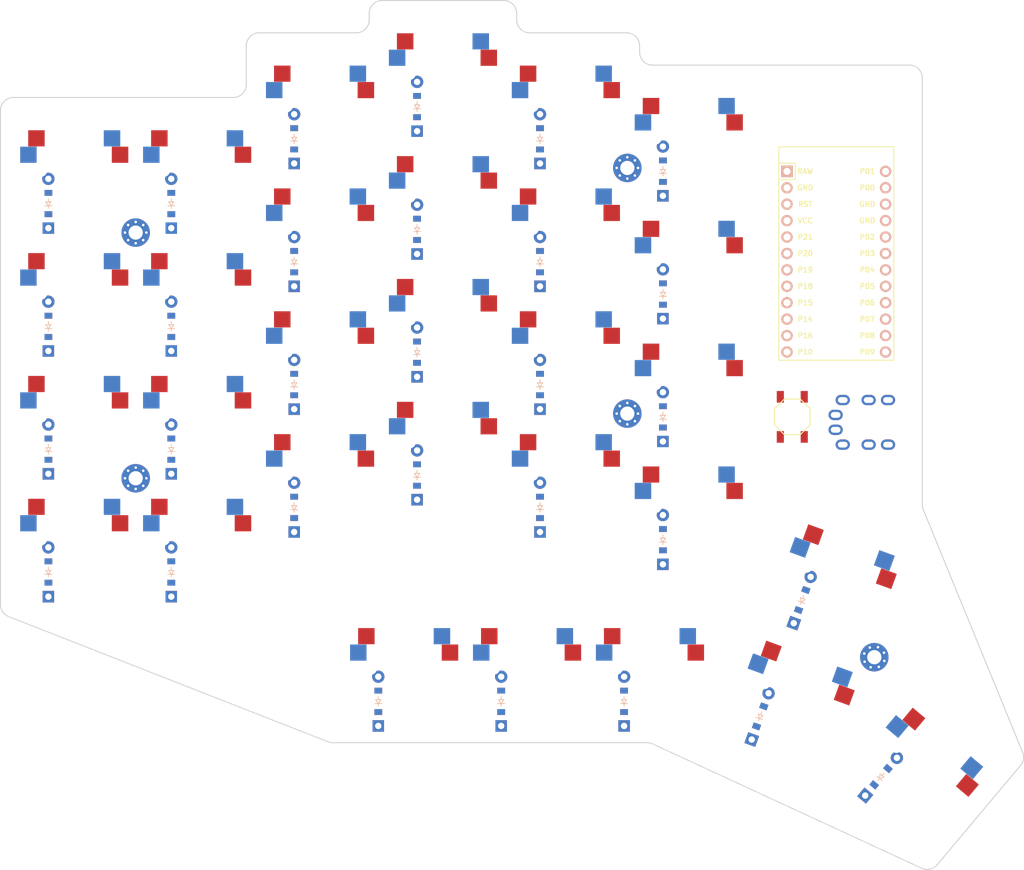
<source format=kicad_pcb>


(kicad_pcb (version 20171130) (host pcbnew 5.1.6)

  (page A3)
  (title_block
    (title "pcb")
    (rev "v1.0.0")
    (company "Unknown")
  )

  (general
    (thickness 1.6)
  )

  (layers
    (0 F.Cu signal)
    (31 B.Cu signal)
    (32 B.Adhes user)
    (33 F.Adhes user)
    (34 B.Paste user)
    (35 F.Paste user)
    (36 B.SilkS user)
    (37 F.SilkS user)
    (38 B.Mask user)
    (39 F.Mask user)
    (40 Dwgs.User user)
    (41 Cmts.User user)
    (42 Eco1.User user)
    (43 Eco2.User user)
    (44 Edge.Cuts user)
    (45 Margin user)
    (46 B.CrtYd user)
    (47 F.CrtYd user)
    (48 B.Fab user)
    (49 F.Fab user)
  )

  (setup
    (last_trace_width 0.25)
    (trace_clearance 0.2)
    (zone_clearance 0.508)
    (zone_45_only no)
    (trace_min 0.2)
    (via_size 0.8)
    (via_drill 0.4)
    (via_min_size 0.4)
    (via_min_drill 0.3)
    (uvia_size 0.3)
    (uvia_drill 0.1)
    (uvias_allowed no)
    (uvia_min_size 0.2)
    (uvia_min_drill 0.1)
    (edge_width 0.05)
    (segment_width 0.2)
    (pcb_text_width 0.3)
    (pcb_text_size 1.5 1.5)
    (mod_edge_width 0.12)
    (mod_text_size 1 1)
    (mod_text_width 0.15)
    (pad_size 1.524 1.524)
    (pad_drill 0.762)
    (pad_to_mask_clearance 0.05)
    (aux_axis_origin 0 0)
    (visible_elements FFFFFF7F)
    (pcbplotparams
      (layerselection 0x010fc_ffffffff)
      (usegerberextensions false)
      (usegerberattributes true)
      (usegerberadvancedattributes true)
      (creategerberjobfile true)
      (excludeedgelayer true)
      (linewidth 0.100000)
      (plotframeref false)
      (viasonmask false)
      (mode 1)
      (useauxorigin false)
      (hpglpennumber 1)
      (hpglpenspeed 20)
      (hpglpendiameter 15.000000)
      (psnegative false)
      (psa4output false)
      (plotreference true)
      (plotvalue true)
      (plotinvisibletext false)
      (padsonsilk false)
      (subtractmaskfromsilk false)
      (outputformat 1)
      (mirror false)
      (drillshape 1)
      (scaleselection 1)
      (outputdirectory ""))
  )

  (net 0 "")
(net 1 "P14")
(net 2 "outer_bottom")
(net 3 "outer_home")
(net 4 "outer_top")
(net 5 "outer_num")
(net 6 "P16")
(net 7 "pinky_bottom")
(net 8 "pinky_home")
(net 9 "pinky_top")
(net 10 "pinky_num")
(net 11 "P10")
(net 12 "ring_bottom")
(net 13 "ring_home")
(net 14 "ring_top")
(net 15 "ring_num")
(net 16 "P9")
(net 17 "middle_bottom")
(net 18 "middle_home")
(net 19 "middle_top")
(net 20 "middle_num")
(net 21 "P8")
(net 22 "index_bottom")
(net 23 "index_home")
(net 24 "index_top")
(net 25 "index_num")
(net 26 "P7")
(net 27 "inner_bottom")
(net 28 "inner_home")
(net 29 "inner_top")
(net 30 "inner_num")
(net 31 "thumb0_thumb")
(net 32 "thumb1_thumb")
(net 33 "thumb2_thumb")
(net 34 "thumb3_thumb")
(net 35 "thumb4_thumb")
(net 36 "thumb5_thumb")
(net 37 "P18")
(net 38 "P19")
(net 39 "P20")
(net 40 "P21")
(net 41 "P15")
(net 42 "RAW")
(net 43 "GND")
(net 44 "RST")
(net 45 "VCC")
(net 46 "P1")
(net 47 "P0")
(net 48 "P2")
(net 49 "P3")
(net 50 "P4")
(net 51 "P5")
(net 52 "P6")

  (net_class Default "This is the default net class."
    (clearance 0.2)
    (trace_width 0.25)
    (via_dia 0.8)
    (via_drill 0.4)
    (uvia_dia 0.3)
    (uvia_drill 0.1)
    (add_net "")
(add_net "P14")
(add_net "outer_bottom")
(add_net "outer_home")
(add_net "outer_top")
(add_net "outer_num")
(add_net "P16")
(add_net "pinky_bottom")
(add_net "pinky_home")
(add_net "pinky_top")
(add_net "pinky_num")
(add_net "P10")
(add_net "ring_bottom")
(add_net "ring_home")
(add_net "ring_top")
(add_net "ring_num")
(add_net "P9")
(add_net "middle_bottom")
(add_net "middle_home")
(add_net "middle_top")
(add_net "middle_num")
(add_net "P8")
(add_net "index_bottom")
(add_net "index_home")
(add_net "index_top")
(add_net "index_num")
(add_net "P7")
(add_net "inner_bottom")
(add_net "inner_home")
(add_net "inner_top")
(add_net "inner_num")
(add_net "thumb0_thumb")
(add_net "thumb1_thumb")
(add_net "thumb2_thumb")
(add_net "thumb3_thumb")
(add_net "thumb4_thumb")
(add_net "thumb5_thumb")
(add_net "P18")
(add_net "P19")
(add_net "P20")
(add_net "P21")
(add_net "P15")
(add_net "RAW")
(add_net "GND")
(add_net "RST")
(add_net "VCC")
(add_net "P1")
(add_net "P0")
(add_net "P2")
(add_net "P3")
(add_net "P4")
(add_net "P5")
(add_net "P6")
  )

  
        
      (module MX (layer F.Cu) (tedit 5DD4F656)
      (at 150 150 0)

      
      (fp_text reference "S1" (at 0 0) (layer F.SilkS) hide (effects (font (size 1.27 1.27) (thickness 0.15))))
      (fp_text value "" (at 0 0) (layer F.SilkS) hide (effects (font (size 1.27 1.27) (thickness 0.15))))

      
      (fp_line (start -7 -6) (end -7 -7) (layer Dwgs.User) (width 0.15))
      (fp_line (start -7 7) (end -6 7) (layer Dwgs.User) (width 0.15))
      (fp_line (start -6 -7) (end -7 -7) (layer Dwgs.User) (width 0.15))
      (fp_line (start -7 7) (end -7 6) (layer Dwgs.User) (width 0.15))
      (fp_line (start 7 6) (end 7 7) (layer Dwgs.User) (width 0.15))
      (fp_line (start 7 -7) (end 6 -7) (layer Dwgs.User) (width 0.15))
      (fp_line (start 6 7) (end 7 7) (layer Dwgs.User) (width 0.15))
      (fp_line (start 7 -7) (end 7 -6) (layer Dwgs.User) (width 0.15))
    
      
      (pad "" np_thru_hole circle (at 0 0) (size 3.9878 3.9878) (drill 3.9878) (layers *.Cu *.Mask))

      
      (pad "" np_thru_hole circle (at 5.08 0) (size 1.7018 1.7018) (drill 1.7018) (layers *.Cu *.Mask))
      (pad "" np_thru_hole circle (at -5.08 0) (size 1.7018 1.7018) (drill 1.7018) (layers *.Cu *.Mask))
      
        
      
      (fp_line (start -9.5 -9.5) (end 9.5 -9.5) (layer Dwgs.User) (width 0.15))
      (fp_line (start 9.5 -9.5) (end 9.5 9.5) (layer Dwgs.User) (width 0.15))
      (fp_line (start 9.5 9.5) (end -9.5 9.5) (layer Dwgs.User) (width 0.15))
      (fp_line (start -9.5 9.5) (end -9.5 -9.5) (layer Dwgs.User) (width 0.15))
      
        
        
        (pad "" np_thru_hole circle (at 2.54 -5.08) (size 3 3) (drill 3) (layers *.Cu *.Mask))
        (pad "" np_thru_hole circle (at -3.81 -2.54) (size 3 3) (drill 3) (layers *.Cu *.Mask))
        
        
        (pad 1 smd rect (at -7.085 -2.54 0) (size 2.55 2.5) (layers B.Cu B.Paste B.Mask) (net 1 "P14"))
        (pad 2 smd rect (at 5.842 -5.08 0) (size 2.55 2.5) (layers B.Cu B.Paste B.Mask) (net 2 "outer_bottom"))
        
        
        
        (pad "" np_thru_hole circle (at -2.54 -5.08) (size 3 3) (drill 3) (layers *.Cu *.Mask))
        (pad "" np_thru_hole circle (at 3.81 -2.54) (size 3 3) (drill 3) (layers *.Cu *.Mask))
        
        
        (pad 1 smd rect (at 7.085 -2.54 0) (size 2.55 2.5) (layers F.Cu F.Paste F.Mask) (net 1 "P14"))
        (pad 2 smd rect (at -5.842 -5.08 0) (size 2.55 2.5) (layers F.Cu F.Paste F.Mask) (net 2 "outer_bottom"))
        )
        

        
      (module MX (layer F.Cu) (tedit 5DD4F656)
      (at 150 131 0)

      
      (fp_text reference "S2" (at 0 0) (layer F.SilkS) hide (effects (font (size 1.27 1.27) (thickness 0.15))))
      (fp_text value "" (at 0 0) (layer F.SilkS) hide (effects (font (size 1.27 1.27) (thickness 0.15))))

      
      (fp_line (start -7 -6) (end -7 -7) (layer Dwgs.User) (width 0.15))
      (fp_line (start -7 7) (end -6 7) (layer Dwgs.User) (width 0.15))
      (fp_line (start -6 -7) (end -7 -7) (layer Dwgs.User) (width 0.15))
      (fp_line (start -7 7) (end -7 6) (layer Dwgs.User) (width 0.15))
      (fp_line (start 7 6) (end 7 7) (layer Dwgs.User) (width 0.15))
      (fp_line (start 7 -7) (end 6 -7) (layer Dwgs.User) (width 0.15))
      (fp_line (start 6 7) (end 7 7) (layer Dwgs.User) (width 0.15))
      (fp_line (start 7 -7) (end 7 -6) (layer Dwgs.User) (width 0.15))
    
      
      (pad "" np_thru_hole circle (at 0 0) (size 3.9878 3.9878) (drill 3.9878) (layers *.Cu *.Mask))

      
      (pad "" np_thru_hole circle (at 5.08 0) (size 1.7018 1.7018) (drill 1.7018) (layers *.Cu *.Mask))
      (pad "" np_thru_hole circle (at -5.08 0) (size 1.7018 1.7018) (drill 1.7018) (layers *.Cu *.Mask))
      
        
      
      (fp_line (start -9.5 -9.5) (end 9.5 -9.5) (layer Dwgs.User) (width 0.15))
      (fp_line (start 9.5 -9.5) (end 9.5 9.5) (layer Dwgs.User) (width 0.15))
      (fp_line (start 9.5 9.5) (end -9.5 9.5) (layer Dwgs.User) (width 0.15))
      (fp_line (start -9.5 9.5) (end -9.5 -9.5) (layer Dwgs.User) (width 0.15))
      
        
        
        (pad "" np_thru_hole circle (at 2.54 -5.08) (size 3 3) (drill 3) (layers *.Cu *.Mask))
        (pad "" np_thru_hole circle (at -3.81 -2.54) (size 3 3) (drill 3) (layers *.Cu *.Mask))
        
        
        (pad 1 smd rect (at -7.085 -2.54 0) (size 2.55 2.5) (layers B.Cu B.Paste B.Mask) (net 1 "P14"))
        (pad 2 smd rect (at 5.842 -5.08 0) (size 2.55 2.5) (layers B.Cu B.Paste B.Mask) (net 3 "outer_home"))
        
        
        
        (pad "" np_thru_hole circle (at -2.54 -5.08) (size 3 3) (drill 3) (layers *.Cu *.Mask))
        (pad "" np_thru_hole circle (at 3.81 -2.54) (size 3 3) (drill 3) (layers *.Cu *.Mask))
        
        
        (pad 1 smd rect (at 7.085 -2.54 0) (size 2.55 2.5) (layers F.Cu F.Paste F.Mask) (net 1 "P14"))
        (pad 2 smd rect (at -5.842 -5.08 0) (size 2.55 2.5) (layers F.Cu F.Paste F.Mask) (net 3 "outer_home"))
        )
        

        
      (module MX (layer F.Cu) (tedit 5DD4F656)
      (at 150 112 0)

      
      (fp_text reference "S3" (at 0 0) (layer F.SilkS) hide (effects (font (size 1.27 1.27) (thickness 0.15))))
      (fp_text value "" (at 0 0) (layer F.SilkS) hide (effects (font (size 1.27 1.27) (thickness 0.15))))

      
      (fp_line (start -7 -6) (end -7 -7) (layer Dwgs.User) (width 0.15))
      (fp_line (start -7 7) (end -6 7) (layer Dwgs.User) (width 0.15))
      (fp_line (start -6 -7) (end -7 -7) (layer Dwgs.User) (width 0.15))
      (fp_line (start -7 7) (end -7 6) (layer Dwgs.User) (width 0.15))
      (fp_line (start 7 6) (end 7 7) (layer Dwgs.User) (width 0.15))
      (fp_line (start 7 -7) (end 6 -7) (layer Dwgs.User) (width 0.15))
      (fp_line (start 6 7) (end 7 7) (layer Dwgs.User) (width 0.15))
      (fp_line (start 7 -7) (end 7 -6) (layer Dwgs.User) (width 0.15))
    
      
      (pad "" np_thru_hole circle (at 0 0) (size 3.9878 3.9878) (drill 3.9878) (layers *.Cu *.Mask))

      
      (pad "" np_thru_hole circle (at 5.08 0) (size 1.7018 1.7018) (drill 1.7018) (layers *.Cu *.Mask))
      (pad "" np_thru_hole circle (at -5.08 0) (size 1.7018 1.7018) (drill 1.7018) (layers *.Cu *.Mask))
      
        
      
      (fp_line (start -9.5 -9.5) (end 9.5 -9.5) (layer Dwgs.User) (width 0.15))
      (fp_line (start 9.5 -9.5) (end 9.5 9.5) (layer Dwgs.User) (width 0.15))
      (fp_line (start 9.5 9.5) (end -9.5 9.5) (layer Dwgs.User) (width 0.15))
      (fp_line (start -9.5 9.5) (end -9.5 -9.5) (layer Dwgs.User) (width 0.15))
      
        
        
        (pad "" np_thru_hole circle (at 2.54 -5.08) (size 3 3) (drill 3) (layers *.Cu *.Mask))
        (pad "" np_thru_hole circle (at -3.81 -2.54) (size 3 3) (drill 3) (layers *.Cu *.Mask))
        
        
        (pad 1 smd rect (at -7.085 -2.54 0) (size 2.55 2.5) (layers B.Cu B.Paste B.Mask) (net 1 "P14"))
        (pad 2 smd rect (at 5.842 -5.08 0) (size 2.55 2.5) (layers B.Cu B.Paste B.Mask) (net 4 "outer_top"))
        
        
        
        (pad "" np_thru_hole circle (at -2.54 -5.08) (size 3 3) (drill 3) (layers *.Cu *.Mask))
        (pad "" np_thru_hole circle (at 3.81 -2.54) (size 3 3) (drill 3) (layers *.Cu *.Mask))
        
        
        (pad 1 smd rect (at 7.085 -2.54 0) (size 2.55 2.5) (layers F.Cu F.Paste F.Mask) (net 1 "P14"))
        (pad 2 smd rect (at -5.842 -5.08 0) (size 2.55 2.5) (layers F.Cu F.Paste F.Mask) (net 4 "outer_top"))
        )
        

        
      (module MX (layer F.Cu) (tedit 5DD4F656)
      (at 150 93 0)

      
      (fp_text reference "S4" (at 0 0) (layer F.SilkS) hide (effects (font (size 1.27 1.27) (thickness 0.15))))
      (fp_text value "" (at 0 0) (layer F.SilkS) hide (effects (font (size 1.27 1.27) (thickness 0.15))))

      
      (fp_line (start -7 -6) (end -7 -7) (layer Dwgs.User) (width 0.15))
      (fp_line (start -7 7) (end -6 7) (layer Dwgs.User) (width 0.15))
      (fp_line (start -6 -7) (end -7 -7) (layer Dwgs.User) (width 0.15))
      (fp_line (start -7 7) (end -7 6) (layer Dwgs.User) (width 0.15))
      (fp_line (start 7 6) (end 7 7) (layer Dwgs.User) (width 0.15))
      (fp_line (start 7 -7) (end 6 -7) (layer Dwgs.User) (width 0.15))
      (fp_line (start 6 7) (end 7 7) (layer Dwgs.User) (width 0.15))
      (fp_line (start 7 -7) (end 7 -6) (layer Dwgs.User) (width 0.15))
    
      
      (pad "" np_thru_hole circle (at 0 0) (size 3.9878 3.9878) (drill 3.9878) (layers *.Cu *.Mask))

      
      (pad "" np_thru_hole circle (at 5.08 0) (size 1.7018 1.7018) (drill 1.7018) (layers *.Cu *.Mask))
      (pad "" np_thru_hole circle (at -5.08 0) (size 1.7018 1.7018) (drill 1.7018) (layers *.Cu *.Mask))
      
        
      
      (fp_line (start -9.5 -9.5) (end 9.5 -9.5) (layer Dwgs.User) (width 0.15))
      (fp_line (start 9.5 -9.5) (end 9.5 9.5) (layer Dwgs.User) (width 0.15))
      (fp_line (start 9.5 9.5) (end -9.5 9.5) (layer Dwgs.User) (width 0.15))
      (fp_line (start -9.5 9.5) (end -9.5 -9.5) (layer Dwgs.User) (width 0.15))
      
        
        
        (pad "" np_thru_hole circle (at 2.54 -5.08) (size 3 3) (drill 3) (layers *.Cu *.Mask))
        (pad "" np_thru_hole circle (at -3.81 -2.54) (size 3 3) (drill 3) (layers *.Cu *.Mask))
        
        
        (pad 1 smd rect (at -7.085 -2.54 0) (size 2.55 2.5) (layers B.Cu B.Paste B.Mask) (net 1 "P14"))
        (pad 2 smd rect (at 5.842 -5.08 0) (size 2.55 2.5) (layers B.Cu B.Paste B.Mask) (net 5 "outer_num"))
        
        
        
        (pad "" np_thru_hole circle (at -2.54 -5.08) (size 3 3) (drill 3) (layers *.Cu *.Mask))
        (pad "" np_thru_hole circle (at 3.81 -2.54) (size 3 3) (drill 3) (layers *.Cu *.Mask))
        
        
        (pad 1 smd rect (at 7.085 -2.54 0) (size 2.55 2.5) (layers F.Cu F.Paste F.Mask) (net 1 "P14"))
        (pad 2 smd rect (at -5.842 -5.08 0) (size 2.55 2.5) (layers F.Cu F.Paste F.Mask) (net 5 "outer_num"))
        )
        

        
      (module MX (layer F.Cu) (tedit 5DD4F656)
      (at 169 150 0)

      
      (fp_text reference "S5" (at 0 0) (layer F.SilkS) hide (effects (font (size 1.27 1.27) (thickness 0.15))))
      (fp_text value "" (at 0 0) (layer F.SilkS) hide (effects (font (size 1.27 1.27) (thickness 0.15))))

      
      (fp_line (start -7 -6) (end -7 -7) (layer Dwgs.User) (width 0.15))
      (fp_line (start -7 7) (end -6 7) (layer Dwgs.User) (width 0.15))
      (fp_line (start -6 -7) (end -7 -7) (layer Dwgs.User) (width 0.15))
      (fp_line (start -7 7) (end -7 6) (layer Dwgs.User) (width 0.15))
      (fp_line (start 7 6) (end 7 7) (layer Dwgs.User) (width 0.15))
      (fp_line (start 7 -7) (end 6 -7) (layer Dwgs.User) (width 0.15))
      (fp_line (start 6 7) (end 7 7) (layer Dwgs.User) (width 0.15))
      (fp_line (start 7 -7) (end 7 -6) (layer Dwgs.User) (width 0.15))
    
      
      (pad "" np_thru_hole circle (at 0 0) (size 3.9878 3.9878) (drill 3.9878) (layers *.Cu *.Mask))

      
      (pad "" np_thru_hole circle (at 5.08 0) (size 1.7018 1.7018) (drill 1.7018) (layers *.Cu *.Mask))
      (pad "" np_thru_hole circle (at -5.08 0) (size 1.7018 1.7018) (drill 1.7018) (layers *.Cu *.Mask))
      
        
      
      (fp_line (start -9.5 -9.5) (end 9.5 -9.5) (layer Dwgs.User) (width 0.15))
      (fp_line (start 9.5 -9.5) (end 9.5 9.5) (layer Dwgs.User) (width 0.15))
      (fp_line (start 9.5 9.5) (end -9.5 9.5) (layer Dwgs.User) (width 0.15))
      (fp_line (start -9.5 9.5) (end -9.5 -9.5) (layer Dwgs.User) (width 0.15))
      
        
        
        (pad "" np_thru_hole circle (at 2.54 -5.08) (size 3 3) (drill 3) (layers *.Cu *.Mask))
        (pad "" np_thru_hole circle (at -3.81 -2.54) (size 3 3) (drill 3) (layers *.Cu *.Mask))
        
        
        (pad 1 smd rect (at -7.085 -2.54 0) (size 2.55 2.5) (layers B.Cu B.Paste B.Mask) (net 6 "P16"))
        (pad 2 smd rect (at 5.842 -5.08 0) (size 2.55 2.5) (layers B.Cu B.Paste B.Mask) (net 7 "pinky_bottom"))
        
        
        
        (pad "" np_thru_hole circle (at -2.54 -5.08) (size 3 3) (drill 3) (layers *.Cu *.Mask))
        (pad "" np_thru_hole circle (at 3.81 -2.54) (size 3 3) (drill 3) (layers *.Cu *.Mask))
        
        
        (pad 1 smd rect (at 7.085 -2.54 0) (size 2.55 2.5) (layers F.Cu F.Paste F.Mask) (net 6 "P16"))
        (pad 2 smd rect (at -5.842 -5.08 0) (size 2.55 2.5) (layers F.Cu F.Paste F.Mask) (net 7 "pinky_bottom"))
        )
        

        
      (module MX (layer F.Cu) (tedit 5DD4F656)
      (at 169 131 0)

      
      (fp_text reference "S6" (at 0 0) (layer F.SilkS) hide (effects (font (size 1.27 1.27) (thickness 0.15))))
      (fp_text value "" (at 0 0) (layer F.SilkS) hide (effects (font (size 1.27 1.27) (thickness 0.15))))

      
      (fp_line (start -7 -6) (end -7 -7) (layer Dwgs.User) (width 0.15))
      (fp_line (start -7 7) (end -6 7) (layer Dwgs.User) (width 0.15))
      (fp_line (start -6 -7) (end -7 -7) (layer Dwgs.User) (width 0.15))
      (fp_line (start -7 7) (end -7 6) (layer Dwgs.User) (width 0.15))
      (fp_line (start 7 6) (end 7 7) (layer Dwgs.User) (width 0.15))
      (fp_line (start 7 -7) (end 6 -7) (layer Dwgs.User) (width 0.15))
      (fp_line (start 6 7) (end 7 7) (layer Dwgs.User) (width 0.15))
      (fp_line (start 7 -7) (end 7 -6) (layer Dwgs.User) (width 0.15))
    
      
      (pad "" np_thru_hole circle (at 0 0) (size 3.9878 3.9878) (drill 3.9878) (layers *.Cu *.Mask))

      
      (pad "" np_thru_hole circle (at 5.08 0) (size 1.7018 1.7018) (drill 1.7018) (layers *.Cu *.Mask))
      (pad "" np_thru_hole circle (at -5.08 0) (size 1.7018 1.7018) (drill 1.7018) (layers *.Cu *.Mask))
      
        
      
      (fp_line (start -9.5 -9.5) (end 9.5 -9.5) (layer Dwgs.User) (width 0.15))
      (fp_line (start 9.5 -9.5) (end 9.5 9.5) (layer Dwgs.User) (width 0.15))
      (fp_line (start 9.5 9.5) (end -9.5 9.5) (layer Dwgs.User) (width 0.15))
      (fp_line (start -9.5 9.5) (end -9.5 -9.5) (layer Dwgs.User) (width 0.15))
      
        
        
        (pad "" np_thru_hole circle (at 2.54 -5.08) (size 3 3) (drill 3) (layers *.Cu *.Mask))
        (pad "" np_thru_hole circle (at -3.81 -2.54) (size 3 3) (drill 3) (layers *.Cu *.Mask))
        
        
        (pad 1 smd rect (at -7.085 -2.54 0) (size 2.55 2.5) (layers B.Cu B.Paste B.Mask) (net 6 "P16"))
        (pad 2 smd rect (at 5.842 -5.08 0) (size 2.55 2.5) (layers B.Cu B.Paste B.Mask) (net 8 "pinky_home"))
        
        
        
        (pad "" np_thru_hole circle (at -2.54 -5.08) (size 3 3) (drill 3) (layers *.Cu *.Mask))
        (pad "" np_thru_hole circle (at 3.81 -2.54) (size 3 3) (drill 3) (layers *.Cu *.Mask))
        
        
        (pad 1 smd rect (at 7.085 -2.54 0) (size 2.55 2.5) (layers F.Cu F.Paste F.Mask) (net 6 "P16"))
        (pad 2 smd rect (at -5.842 -5.08 0) (size 2.55 2.5) (layers F.Cu F.Paste F.Mask) (net 8 "pinky_home"))
        )
        

        
      (module MX (layer F.Cu) (tedit 5DD4F656)
      (at 169 112 0)

      
      (fp_text reference "S7" (at 0 0) (layer F.SilkS) hide (effects (font (size 1.27 1.27) (thickness 0.15))))
      (fp_text value "" (at 0 0) (layer F.SilkS) hide (effects (font (size 1.27 1.27) (thickness 0.15))))

      
      (fp_line (start -7 -6) (end -7 -7) (layer Dwgs.User) (width 0.15))
      (fp_line (start -7 7) (end -6 7) (layer Dwgs.User) (width 0.15))
      (fp_line (start -6 -7) (end -7 -7) (layer Dwgs.User) (width 0.15))
      (fp_line (start -7 7) (end -7 6) (layer Dwgs.User) (width 0.15))
      (fp_line (start 7 6) (end 7 7) (layer Dwgs.User) (width 0.15))
      (fp_line (start 7 -7) (end 6 -7) (layer Dwgs.User) (width 0.15))
      (fp_line (start 6 7) (end 7 7) (layer Dwgs.User) (width 0.15))
      (fp_line (start 7 -7) (end 7 -6) (layer Dwgs.User) (width 0.15))
    
      
      (pad "" np_thru_hole circle (at 0 0) (size 3.9878 3.9878) (drill 3.9878) (layers *.Cu *.Mask))

      
      (pad "" np_thru_hole circle (at 5.08 0) (size 1.7018 1.7018) (drill 1.7018) (layers *.Cu *.Mask))
      (pad "" np_thru_hole circle (at -5.08 0) (size 1.7018 1.7018) (drill 1.7018) (layers *.Cu *.Mask))
      
        
      
      (fp_line (start -9.5 -9.5) (end 9.5 -9.5) (layer Dwgs.User) (width 0.15))
      (fp_line (start 9.5 -9.5) (end 9.5 9.5) (layer Dwgs.User) (width 0.15))
      (fp_line (start 9.5 9.5) (end -9.5 9.5) (layer Dwgs.User) (width 0.15))
      (fp_line (start -9.5 9.5) (end -9.5 -9.5) (layer Dwgs.User) (width 0.15))
      
        
        
        (pad "" np_thru_hole circle (at 2.54 -5.08) (size 3 3) (drill 3) (layers *.Cu *.Mask))
        (pad "" np_thru_hole circle (at -3.81 -2.54) (size 3 3) (drill 3) (layers *.Cu *.Mask))
        
        
        (pad 1 smd rect (at -7.085 -2.54 0) (size 2.55 2.5) (layers B.Cu B.Paste B.Mask) (net 6 "P16"))
        (pad 2 smd rect (at 5.842 -5.08 0) (size 2.55 2.5) (layers B.Cu B.Paste B.Mask) (net 9 "pinky_top"))
        
        
        
        (pad "" np_thru_hole circle (at -2.54 -5.08) (size 3 3) (drill 3) (layers *.Cu *.Mask))
        (pad "" np_thru_hole circle (at 3.81 -2.54) (size 3 3) (drill 3) (layers *.Cu *.Mask))
        
        
        (pad 1 smd rect (at 7.085 -2.54 0) (size 2.55 2.5) (layers F.Cu F.Paste F.Mask) (net 6 "P16"))
        (pad 2 smd rect (at -5.842 -5.08 0) (size 2.55 2.5) (layers F.Cu F.Paste F.Mask) (net 9 "pinky_top"))
        )
        

        
      (module MX (layer F.Cu) (tedit 5DD4F656)
      (at 169 93 0)

      
      (fp_text reference "S8" (at 0 0) (layer F.SilkS) hide (effects (font (size 1.27 1.27) (thickness 0.15))))
      (fp_text value "" (at 0 0) (layer F.SilkS) hide (effects (font (size 1.27 1.27) (thickness 0.15))))

      
      (fp_line (start -7 -6) (end -7 -7) (layer Dwgs.User) (width 0.15))
      (fp_line (start -7 7) (end -6 7) (layer Dwgs.User) (width 0.15))
      (fp_line (start -6 -7) (end -7 -7) (layer Dwgs.User) (width 0.15))
      (fp_line (start -7 7) (end -7 6) (layer Dwgs.User) (width 0.15))
      (fp_line (start 7 6) (end 7 7) (layer Dwgs.User) (width 0.15))
      (fp_line (start 7 -7) (end 6 -7) (layer Dwgs.User) (width 0.15))
      (fp_line (start 6 7) (end 7 7) (layer Dwgs.User) (width 0.15))
      (fp_line (start 7 -7) (end 7 -6) (layer Dwgs.User) (width 0.15))
    
      
      (pad "" np_thru_hole circle (at 0 0) (size 3.9878 3.9878) (drill 3.9878) (layers *.Cu *.Mask))

      
      (pad "" np_thru_hole circle (at 5.08 0) (size 1.7018 1.7018) (drill 1.7018) (layers *.Cu *.Mask))
      (pad "" np_thru_hole circle (at -5.08 0) (size 1.7018 1.7018) (drill 1.7018) (layers *.Cu *.Mask))
      
        
      
      (fp_line (start -9.5 -9.5) (end 9.5 -9.5) (layer Dwgs.User) (width 0.15))
      (fp_line (start 9.5 -9.5) (end 9.5 9.5) (layer Dwgs.User) (width 0.15))
      (fp_line (start 9.5 9.5) (end -9.5 9.5) (layer Dwgs.User) (width 0.15))
      (fp_line (start -9.5 9.5) (end -9.5 -9.5) (layer Dwgs.User) (width 0.15))
      
        
        
        (pad "" np_thru_hole circle (at 2.54 -5.08) (size 3 3) (drill 3) (layers *.Cu *.Mask))
        (pad "" np_thru_hole circle (at -3.81 -2.54) (size 3 3) (drill 3) (layers *.Cu *.Mask))
        
        
        (pad 1 smd rect (at -7.085 -2.54 0) (size 2.55 2.5) (layers B.Cu B.Paste B.Mask) (net 6 "P16"))
        (pad 2 smd rect (at 5.842 -5.08 0) (size 2.55 2.5) (layers B.Cu B.Paste B.Mask) (net 10 "pinky_num"))
        
        
        
        (pad "" np_thru_hole circle (at -2.54 -5.08) (size 3 3) (drill 3) (layers *.Cu *.Mask))
        (pad "" np_thru_hole circle (at 3.81 -2.54) (size 3 3) (drill 3) (layers *.Cu *.Mask))
        
        
        (pad 1 smd rect (at 7.085 -2.54 0) (size 2.55 2.5) (layers F.Cu F.Paste F.Mask) (net 6 "P16"))
        (pad 2 smd rect (at -5.842 -5.08 0) (size 2.55 2.5) (layers F.Cu F.Paste F.Mask) (net 10 "pinky_num"))
        )
        

        
      (module MX (layer F.Cu) (tedit 5DD4F656)
      (at 188 140 0)

      
      (fp_text reference "S9" (at 0 0) (layer F.SilkS) hide (effects (font (size 1.27 1.27) (thickness 0.15))))
      (fp_text value "" (at 0 0) (layer F.SilkS) hide (effects (font (size 1.27 1.27) (thickness 0.15))))

      
      (fp_line (start -7 -6) (end -7 -7) (layer Dwgs.User) (width 0.15))
      (fp_line (start -7 7) (end -6 7) (layer Dwgs.User) (width 0.15))
      (fp_line (start -6 -7) (end -7 -7) (layer Dwgs.User) (width 0.15))
      (fp_line (start -7 7) (end -7 6) (layer Dwgs.User) (width 0.15))
      (fp_line (start 7 6) (end 7 7) (layer Dwgs.User) (width 0.15))
      (fp_line (start 7 -7) (end 6 -7) (layer Dwgs.User) (width 0.15))
      (fp_line (start 6 7) (end 7 7) (layer Dwgs.User) (width 0.15))
      (fp_line (start 7 -7) (end 7 -6) (layer Dwgs.User) (width 0.15))
    
      
      (pad "" np_thru_hole circle (at 0 0) (size 3.9878 3.9878) (drill 3.9878) (layers *.Cu *.Mask))

      
      (pad "" np_thru_hole circle (at 5.08 0) (size 1.7018 1.7018) (drill 1.7018) (layers *.Cu *.Mask))
      (pad "" np_thru_hole circle (at -5.08 0) (size 1.7018 1.7018) (drill 1.7018) (layers *.Cu *.Mask))
      
        
      
      (fp_line (start -9.5 -9.5) (end 9.5 -9.5) (layer Dwgs.User) (width 0.15))
      (fp_line (start 9.5 -9.5) (end 9.5 9.5) (layer Dwgs.User) (width 0.15))
      (fp_line (start 9.5 9.5) (end -9.5 9.5) (layer Dwgs.User) (width 0.15))
      (fp_line (start -9.5 9.5) (end -9.5 -9.5) (layer Dwgs.User) (width 0.15))
      
        
        
        (pad "" np_thru_hole circle (at 2.54 -5.08) (size 3 3) (drill 3) (layers *.Cu *.Mask))
        (pad "" np_thru_hole circle (at -3.81 -2.54) (size 3 3) (drill 3) (layers *.Cu *.Mask))
        
        
        (pad 1 smd rect (at -7.085 -2.54 0) (size 2.55 2.5) (layers B.Cu B.Paste B.Mask) (net 11 "P10"))
        (pad 2 smd rect (at 5.842 -5.08 0) (size 2.55 2.5) (layers B.Cu B.Paste B.Mask) (net 12 "ring_bottom"))
        
        
        
        (pad "" np_thru_hole circle (at -2.54 -5.08) (size 3 3) (drill 3) (layers *.Cu *.Mask))
        (pad "" np_thru_hole circle (at 3.81 -2.54) (size 3 3) (drill 3) (layers *.Cu *.Mask))
        
        
        (pad 1 smd rect (at 7.085 -2.54 0) (size 2.55 2.5) (layers F.Cu F.Paste F.Mask) (net 11 "P10"))
        (pad 2 smd rect (at -5.842 -5.08 0) (size 2.55 2.5) (layers F.Cu F.Paste F.Mask) (net 12 "ring_bottom"))
        )
        

        
      (module MX (layer F.Cu) (tedit 5DD4F656)
      (at 188 121 0)

      
      (fp_text reference "S10" (at 0 0) (layer F.SilkS) hide (effects (font (size 1.27 1.27) (thickness 0.15))))
      (fp_text value "" (at 0 0) (layer F.SilkS) hide (effects (font (size 1.27 1.27) (thickness 0.15))))

      
      (fp_line (start -7 -6) (end -7 -7) (layer Dwgs.User) (width 0.15))
      (fp_line (start -7 7) (end -6 7) (layer Dwgs.User) (width 0.15))
      (fp_line (start -6 -7) (end -7 -7) (layer Dwgs.User) (width 0.15))
      (fp_line (start -7 7) (end -7 6) (layer Dwgs.User) (width 0.15))
      (fp_line (start 7 6) (end 7 7) (layer Dwgs.User) (width 0.15))
      (fp_line (start 7 -7) (end 6 -7) (layer Dwgs.User) (width 0.15))
      (fp_line (start 6 7) (end 7 7) (layer Dwgs.User) (width 0.15))
      (fp_line (start 7 -7) (end 7 -6) (layer Dwgs.User) (width 0.15))
    
      
      (pad "" np_thru_hole circle (at 0 0) (size 3.9878 3.9878) (drill 3.9878) (layers *.Cu *.Mask))

      
      (pad "" np_thru_hole circle (at 5.08 0) (size 1.7018 1.7018) (drill 1.7018) (layers *.Cu *.Mask))
      (pad "" np_thru_hole circle (at -5.08 0) (size 1.7018 1.7018) (drill 1.7018) (layers *.Cu *.Mask))
      
        
      
      (fp_line (start -9.5 -9.5) (end 9.5 -9.5) (layer Dwgs.User) (width 0.15))
      (fp_line (start 9.5 -9.5) (end 9.5 9.5) (layer Dwgs.User) (width 0.15))
      (fp_line (start 9.5 9.5) (end -9.5 9.5) (layer Dwgs.User) (width 0.15))
      (fp_line (start -9.5 9.5) (end -9.5 -9.5) (layer Dwgs.User) (width 0.15))
      
        
        
        (pad "" np_thru_hole circle (at 2.54 -5.08) (size 3 3) (drill 3) (layers *.Cu *.Mask))
        (pad "" np_thru_hole circle (at -3.81 -2.54) (size 3 3) (drill 3) (layers *.Cu *.Mask))
        
        
        (pad 1 smd rect (at -7.085 -2.54 0) (size 2.55 2.5) (layers B.Cu B.Paste B.Mask) (net 11 "P10"))
        (pad 2 smd rect (at 5.842 -5.08 0) (size 2.55 2.5) (layers B.Cu B.Paste B.Mask) (net 13 "ring_home"))
        
        
        
        (pad "" np_thru_hole circle (at -2.54 -5.08) (size 3 3) (drill 3) (layers *.Cu *.Mask))
        (pad "" np_thru_hole circle (at 3.81 -2.54) (size 3 3) (drill 3) (layers *.Cu *.Mask))
        
        
        (pad 1 smd rect (at 7.085 -2.54 0) (size 2.55 2.5) (layers F.Cu F.Paste F.Mask) (net 11 "P10"))
        (pad 2 smd rect (at -5.842 -5.08 0) (size 2.55 2.5) (layers F.Cu F.Paste F.Mask) (net 13 "ring_home"))
        )
        

        
      (module MX (layer F.Cu) (tedit 5DD4F656)
      (at 188 102 0)

      
      (fp_text reference "S11" (at 0 0) (layer F.SilkS) hide (effects (font (size 1.27 1.27) (thickness 0.15))))
      (fp_text value "" (at 0 0) (layer F.SilkS) hide (effects (font (size 1.27 1.27) (thickness 0.15))))

      
      (fp_line (start -7 -6) (end -7 -7) (layer Dwgs.User) (width 0.15))
      (fp_line (start -7 7) (end -6 7) (layer Dwgs.User) (width 0.15))
      (fp_line (start -6 -7) (end -7 -7) (layer Dwgs.User) (width 0.15))
      (fp_line (start -7 7) (end -7 6) (layer Dwgs.User) (width 0.15))
      (fp_line (start 7 6) (end 7 7) (layer Dwgs.User) (width 0.15))
      (fp_line (start 7 -7) (end 6 -7) (layer Dwgs.User) (width 0.15))
      (fp_line (start 6 7) (end 7 7) (layer Dwgs.User) (width 0.15))
      (fp_line (start 7 -7) (end 7 -6) (layer Dwgs.User) (width 0.15))
    
      
      (pad "" np_thru_hole circle (at 0 0) (size 3.9878 3.9878) (drill 3.9878) (layers *.Cu *.Mask))

      
      (pad "" np_thru_hole circle (at 5.08 0) (size 1.7018 1.7018) (drill 1.7018) (layers *.Cu *.Mask))
      (pad "" np_thru_hole circle (at -5.08 0) (size 1.7018 1.7018) (drill 1.7018) (layers *.Cu *.Mask))
      
        
      
      (fp_line (start -9.5 -9.5) (end 9.5 -9.5) (layer Dwgs.User) (width 0.15))
      (fp_line (start 9.5 -9.5) (end 9.5 9.5) (layer Dwgs.User) (width 0.15))
      (fp_line (start 9.5 9.5) (end -9.5 9.5) (layer Dwgs.User) (width 0.15))
      (fp_line (start -9.5 9.5) (end -9.5 -9.5) (layer Dwgs.User) (width 0.15))
      
        
        
        (pad "" np_thru_hole circle (at 2.54 -5.08) (size 3 3) (drill 3) (layers *.Cu *.Mask))
        (pad "" np_thru_hole circle (at -3.81 -2.54) (size 3 3) (drill 3) (layers *.Cu *.Mask))
        
        
        (pad 1 smd rect (at -7.085 -2.54 0) (size 2.55 2.5) (layers B.Cu B.Paste B.Mask) (net 11 "P10"))
        (pad 2 smd rect (at 5.842 -5.08 0) (size 2.55 2.5) (layers B.Cu B.Paste B.Mask) (net 14 "ring_top"))
        
        
        
        (pad "" np_thru_hole circle (at -2.54 -5.08) (size 3 3) (drill 3) (layers *.Cu *.Mask))
        (pad "" np_thru_hole circle (at 3.81 -2.54) (size 3 3) (drill 3) (layers *.Cu *.Mask))
        
        
        (pad 1 smd rect (at 7.085 -2.54 0) (size 2.55 2.5) (layers F.Cu F.Paste F.Mask) (net 11 "P10"))
        (pad 2 smd rect (at -5.842 -5.08 0) (size 2.55 2.5) (layers F.Cu F.Paste F.Mask) (net 14 "ring_top"))
        )
        

        
      (module MX (layer F.Cu) (tedit 5DD4F656)
      (at 188 83 0)

      
      (fp_text reference "S12" (at 0 0) (layer F.SilkS) hide (effects (font (size 1.27 1.27) (thickness 0.15))))
      (fp_text value "" (at 0 0) (layer F.SilkS) hide (effects (font (size 1.27 1.27) (thickness 0.15))))

      
      (fp_line (start -7 -6) (end -7 -7) (layer Dwgs.User) (width 0.15))
      (fp_line (start -7 7) (end -6 7) (layer Dwgs.User) (width 0.15))
      (fp_line (start -6 -7) (end -7 -7) (layer Dwgs.User) (width 0.15))
      (fp_line (start -7 7) (end -7 6) (layer Dwgs.User) (width 0.15))
      (fp_line (start 7 6) (end 7 7) (layer Dwgs.User) (width 0.15))
      (fp_line (start 7 -7) (end 6 -7) (layer Dwgs.User) (width 0.15))
      (fp_line (start 6 7) (end 7 7) (layer Dwgs.User) (width 0.15))
      (fp_line (start 7 -7) (end 7 -6) (layer Dwgs.User) (width 0.15))
    
      
      (pad "" np_thru_hole circle (at 0 0) (size 3.9878 3.9878) (drill 3.9878) (layers *.Cu *.Mask))

      
      (pad "" np_thru_hole circle (at 5.08 0) (size 1.7018 1.7018) (drill 1.7018) (layers *.Cu *.Mask))
      (pad "" np_thru_hole circle (at -5.08 0) (size 1.7018 1.7018) (drill 1.7018) (layers *.Cu *.Mask))
      
        
      
      (fp_line (start -9.5 -9.5) (end 9.5 -9.5) (layer Dwgs.User) (width 0.15))
      (fp_line (start 9.5 -9.5) (end 9.5 9.5) (layer Dwgs.User) (width 0.15))
      (fp_line (start 9.5 9.5) (end -9.5 9.5) (layer Dwgs.User) (width 0.15))
      (fp_line (start -9.5 9.5) (end -9.5 -9.5) (layer Dwgs.User) (width 0.15))
      
        
        
        (pad "" np_thru_hole circle (at 2.54 -5.08) (size 3 3) (drill 3) (layers *.Cu *.Mask))
        (pad "" np_thru_hole circle (at -3.81 -2.54) (size 3 3) (drill 3) (layers *.Cu *.Mask))
        
        
        (pad 1 smd rect (at -7.085 -2.54 0) (size 2.55 2.5) (layers B.Cu B.Paste B.Mask) (net 11 "P10"))
        (pad 2 smd rect (at 5.842 -5.08 0) (size 2.55 2.5) (layers B.Cu B.Paste B.Mask) (net 15 "ring_num"))
        
        
        
        (pad "" np_thru_hole circle (at -2.54 -5.08) (size 3 3) (drill 3) (layers *.Cu *.Mask))
        (pad "" np_thru_hole circle (at 3.81 -2.54) (size 3 3) (drill 3) (layers *.Cu *.Mask))
        
        
        (pad 1 smd rect (at 7.085 -2.54 0) (size 2.55 2.5) (layers F.Cu F.Paste F.Mask) (net 11 "P10"))
        (pad 2 smd rect (at -5.842 -5.08 0) (size 2.55 2.5) (layers F.Cu F.Paste F.Mask) (net 15 "ring_num"))
        )
        

        
      (module MX (layer F.Cu) (tedit 5DD4F656)
      (at 207 135 0)

      
      (fp_text reference "S13" (at 0 0) (layer F.SilkS) hide (effects (font (size 1.27 1.27) (thickness 0.15))))
      (fp_text value "" (at 0 0) (layer F.SilkS) hide (effects (font (size 1.27 1.27) (thickness 0.15))))

      
      (fp_line (start -7 -6) (end -7 -7) (layer Dwgs.User) (width 0.15))
      (fp_line (start -7 7) (end -6 7) (layer Dwgs.User) (width 0.15))
      (fp_line (start -6 -7) (end -7 -7) (layer Dwgs.User) (width 0.15))
      (fp_line (start -7 7) (end -7 6) (layer Dwgs.User) (width 0.15))
      (fp_line (start 7 6) (end 7 7) (layer Dwgs.User) (width 0.15))
      (fp_line (start 7 -7) (end 6 -7) (layer Dwgs.User) (width 0.15))
      (fp_line (start 6 7) (end 7 7) (layer Dwgs.User) (width 0.15))
      (fp_line (start 7 -7) (end 7 -6) (layer Dwgs.User) (width 0.15))
    
      
      (pad "" np_thru_hole circle (at 0 0) (size 3.9878 3.9878) (drill 3.9878) (layers *.Cu *.Mask))

      
      (pad "" np_thru_hole circle (at 5.08 0) (size 1.7018 1.7018) (drill 1.7018) (layers *.Cu *.Mask))
      (pad "" np_thru_hole circle (at -5.08 0) (size 1.7018 1.7018) (drill 1.7018) (layers *.Cu *.Mask))
      
        
      
      (fp_line (start -9.5 -9.5) (end 9.5 -9.5) (layer Dwgs.User) (width 0.15))
      (fp_line (start 9.5 -9.5) (end 9.5 9.5) (layer Dwgs.User) (width 0.15))
      (fp_line (start 9.5 9.5) (end -9.5 9.5) (layer Dwgs.User) (width 0.15))
      (fp_line (start -9.5 9.5) (end -9.5 -9.5) (layer Dwgs.User) (width 0.15))
      
        
        
        (pad "" np_thru_hole circle (at 2.54 -5.08) (size 3 3) (drill 3) (layers *.Cu *.Mask))
        (pad "" np_thru_hole circle (at -3.81 -2.54) (size 3 3) (drill 3) (layers *.Cu *.Mask))
        
        
        (pad 1 smd rect (at -7.085 -2.54 0) (size 2.55 2.5) (layers B.Cu B.Paste B.Mask) (net 16 "P9"))
        (pad 2 smd rect (at 5.842 -5.08 0) (size 2.55 2.5) (layers B.Cu B.Paste B.Mask) (net 17 "middle_bottom"))
        
        
        
        (pad "" np_thru_hole circle (at -2.54 -5.08) (size 3 3) (drill 3) (layers *.Cu *.Mask))
        (pad "" np_thru_hole circle (at 3.81 -2.54) (size 3 3) (drill 3) (layers *.Cu *.Mask))
        
        
        (pad 1 smd rect (at 7.085 -2.54 0) (size 2.55 2.5) (layers F.Cu F.Paste F.Mask) (net 16 "P9"))
        (pad 2 smd rect (at -5.842 -5.08 0) (size 2.55 2.5) (layers F.Cu F.Paste F.Mask) (net 17 "middle_bottom"))
        )
        

        
      (module MX (layer F.Cu) (tedit 5DD4F656)
      (at 207 116 0)

      
      (fp_text reference "S14" (at 0 0) (layer F.SilkS) hide (effects (font (size 1.27 1.27) (thickness 0.15))))
      (fp_text value "" (at 0 0) (layer F.SilkS) hide (effects (font (size 1.27 1.27) (thickness 0.15))))

      
      (fp_line (start -7 -6) (end -7 -7) (layer Dwgs.User) (width 0.15))
      (fp_line (start -7 7) (end -6 7) (layer Dwgs.User) (width 0.15))
      (fp_line (start -6 -7) (end -7 -7) (layer Dwgs.User) (width 0.15))
      (fp_line (start -7 7) (end -7 6) (layer Dwgs.User) (width 0.15))
      (fp_line (start 7 6) (end 7 7) (layer Dwgs.User) (width 0.15))
      (fp_line (start 7 -7) (end 6 -7) (layer Dwgs.User) (width 0.15))
      (fp_line (start 6 7) (end 7 7) (layer Dwgs.User) (width 0.15))
      (fp_line (start 7 -7) (end 7 -6) (layer Dwgs.User) (width 0.15))
    
      
      (pad "" np_thru_hole circle (at 0 0) (size 3.9878 3.9878) (drill 3.9878) (layers *.Cu *.Mask))

      
      (pad "" np_thru_hole circle (at 5.08 0) (size 1.7018 1.7018) (drill 1.7018) (layers *.Cu *.Mask))
      (pad "" np_thru_hole circle (at -5.08 0) (size 1.7018 1.7018) (drill 1.7018) (layers *.Cu *.Mask))
      
        
      
      (fp_line (start -9.5 -9.5) (end 9.5 -9.5) (layer Dwgs.User) (width 0.15))
      (fp_line (start 9.5 -9.5) (end 9.5 9.5) (layer Dwgs.User) (width 0.15))
      (fp_line (start 9.5 9.5) (end -9.5 9.5) (layer Dwgs.User) (width 0.15))
      (fp_line (start -9.5 9.5) (end -9.5 -9.5) (layer Dwgs.User) (width 0.15))
      
        
        
        (pad "" np_thru_hole circle (at 2.54 -5.08) (size 3 3) (drill 3) (layers *.Cu *.Mask))
        (pad "" np_thru_hole circle (at -3.81 -2.54) (size 3 3) (drill 3) (layers *.Cu *.Mask))
        
        
        (pad 1 smd rect (at -7.085 -2.54 0) (size 2.55 2.5) (layers B.Cu B.Paste B.Mask) (net 16 "P9"))
        (pad 2 smd rect (at 5.842 -5.08 0) (size 2.55 2.5) (layers B.Cu B.Paste B.Mask) (net 18 "middle_home"))
        
        
        
        (pad "" np_thru_hole circle (at -2.54 -5.08) (size 3 3) (drill 3) (layers *.Cu *.Mask))
        (pad "" np_thru_hole circle (at 3.81 -2.54) (size 3 3) (drill 3) (layers *.Cu *.Mask))
        
        
        (pad 1 smd rect (at 7.085 -2.54 0) (size 2.55 2.5) (layers F.Cu F.Paste F.Mask) (net 16 "P9"))
        (pad 2 smd rect (at -5.842 -5.08 0) (size 2.55 2.5) (layers F.Cu F.Paste F.Mask) (net 18 "middle_home"))
        )
        

        
      (module MX (layer F.Cu) (tedit 5DD4F656)
      (at 207 97 0)

      
      (fp_text reference "S15" (at 0 0) (layer F.SilkS) hide (effects (font (size 1.27 1.27) (thickness 0.15))))
      (fp_text value "" (at 0 0) (layer F.SilkS) hide (effects (font (size 1.27 1.27) (thickness 0.15))))

      
      (fp_line (start -7 -6) (end -7 -7) (layer Dwgs.User) (width 0.15))
      (fp_line (start -7 7) (end -6 7) (layer Dwgs.User) (width 0.15))
      (fp_line (start -6 -7) (end -7 -7) (layer Dwgs.User) (width 0.15))
      (fp_line (start -7 7) (end -7 6) (layer Dwgs.User) (width 0.15))
      (fp_line (start 7 6) (end 7 7) (layer Dwgs.User) (width 0.15))
      (fp_line (start 7 -7) (end 6 -7) (layer Dwgs.User) (width 0.15))
      (fp_line (start 6 7) (end 7 7) (layer Dwgs.User) (width 0.15))
      (fp_line (start 7 -7) (end 7 -6) (layer Dwgs.User) (width 0.15))
    
      
      (pad "" np_thru_hole circle (at 0 0) (size 3.9878 3.9878) (drill 3.9878) (layers *.Cu *.Mask))

      
      (pad "" np_thru_hole circle (at 5.08 0) (size 1.7018 1.7018) (drill 1.7018) (layers *.Cu *.Mask))
      (pad "" np_thru_hole circle (at -5.08 0) (size 1.7018 1.7018) (drill 1.7018) (layers *.Cu *.Mask))
      
        
      
      (fp_line (start -9.5 -9.5) (end 9.5 -9.5) (layer Dwgs.User) (width 0.15))
      (fp_line (start 9.5 -9.5) (end 9.5 9.5) (layer Dwgs.User) (width 0.15))
      (fp_line (start 9.5 9.5) (end -9.5 9.5) (layer Dwgs.User) (width 0.15))
      (fp_line (start -9.5 9.5) (end -9.5 -9.5) (layer Dwgs.User) (width 0.15))
      
        
        
        (pad "" np_thru_hole circle (at 2.54 -5.08) (size 3 3) (drill 3) (layers *.Cu *.Mask))
        (pad "" np_thru_hole circle (at -3.81 -2.54) (size 3 3) (drill 3) (layers *.Cu *.Mask))
        
        
        (pad 1 smd rect (at -7.085 -2.54 0) (size 2.55 2.5) (layers B.Cu B.Paste B.Mask) (net 16 "P9"))
        (pad 2 smd rect (at 5.842 -5.08 0) (size 2.55 2.5) (layers B.Cu B.Paste B.Mask) (net 19 "middle_top"))
        
        
        
        (pad "" np_thru_hole circle (at -2.54 -5.08) (size 3 3) (drill 3) (layers *.Cu *.Mask))
        (pad "" np_thru_hole circle (at 3.81 -2.54) (size 3 3) (drill 3) (layers *.Cu *.Mask))
        
        
        (pad 1 smd rect (at 7.085 -2.54 0) (size 2.55 2.5) (layers F.Cu F.Paste F.Mask) (net 16 "P9"))
        (pad 2 smd rect (at -5.842 -5.08 0) (size 2.55 2.5) (layers F.Cu F.Paste F.Mask) (net 19 "middle_top"))
        )
        

        
      (module MX (layer F.Cu) (tedit 5DD4F656)
      (at 207 78 0)

      
      (fp_text reference "S16" (at 0 0) (layer F.SilkS) hide (effects (font (size 1.27 1.27) (thickness 0.15))))
      (fp_text value "" (at 0 0) (layer F.SilkS) hide (effects (font (size 1.27 1.27) (thickness 0.15))))

      
      (fp_line (start -7 -6) (end -7 -7) (layer Dwgs.User) (width 0.15))
      (fp_line (start -7 7) (end -6 7) (layer Dwgs.User) (width 0.15))
      (fp_line (start -6 -7) (end -7 -7) (layer Dwgs.User) (width 0.15))
      (fp_line (start -7 7) (end -7 6) (layer Dwgs.User) (width 0.15))
      (fp_line (start 7 6) (end 7 7) (layer Dwgs.User) (width 0.15))
      (fp_line (start 7 -7) (end 6 -7) (layer Dwgs.User) (width 0.15))
      (fp_line (start 6 7) (end 7 7) (layer Dwgs.User) (width 0.15))
      (fp_line (start 7 -7) (end 7 -6) (layer Dwgs.User) (width 0.15))
    
      
      (pad "" np_thru_hole circle (at 0 0) (size 3.9878 3.9878) (drill 3.9878) (layers *.Cu *.Mask))

      
      (pad "" np_thru_hole circle (at 5.08 0) (size 1.7018 1.7018) (drill 1.7018) (layers *.Cu *.Mask))
      (pad "" np_thru_hole circle (at -5.08 0) (size 1.7018 1.7018) (drill 1.7018) (layers *.Cu *.Mask))
      
        
      
      (fp_line (start -9.5 -9.5) (end 9.5 -9.5) (layer Dwgs.User) (width 0.15))
      (fp_line (start 9.5 -9.5) (end 9.5 9.5) (layer Dwgs.User) (width 0.15))
      (fp_line (start 9.5 9.5) (end -9.5 9.5) (layer Dwgs.User) (width 0.15))
      (fp_line (start -9.5 9.5) (end -9.5 -9.5) (layer Dwgs.User) (width 0.15))
      
        
        
        (pad "" np_thru_hole circle (at 2.54 -5.08) (size 3 3) (drill 3) (layers *.Cu *.Mask))
        (pad "" np_thru_hole circle (at -3.81 -2.54) (size 3 3) (drill 3) (layers *.Cu *.Mask))
        
        
        (pad 1 smd rect (at -7.085 -2.54 0) (size 2.55 2.5) (layers B.Cu B.Paste B.Mask) (net 16 "P9"))
        (pad 2 smd rect (at 5.842 -5.08 0) (size 2.55 2.5) (layers B.Cu B.Paste B.Mask) (net 20 "middle_num"))
        
        
        
        (pad "" np_thru_hole circle (at -2.54 -5.08) (size 3 3) (drill 3) (layers *.Cu *.Mask))
        (pad "" np_thru_hole circle (at 3.81 -2.54) (size 3 3) (drill 3) (layers *.Cu *.Mask))
        
        
        (pad 1 smd rect (at 7.085 -2.54 0) (size 2.55 2.5) (layers F.Cu F.Paste F.Mask) (net 16 "P9"))
        (pad 2 smd rect (at -5.842 -5.08 0) (size 2.55 2.5) (layers F.Cu F.Paste F.Mask) (net 20 "middle_num"))
        )
        

        
      (module MX (layer F.Cu) (tedit 5DD4F656)
      (at 226 140 0)

      
      (fp_text reference "S17" (at 0 0) (layer F.SilkS) hide (effects (font (size 1.27 1.27) (thickness 0.15))))
      (fp_text value "" (at 0 0) (layer F.SilkS) hide (effects (font (size 1.27 1.27) (thickness 0.15))))

      
      (fp_line (start -7 -6) (end -7 -7) (layer Dwgs.User) (width 0.15))
      (fp_line (start -7 7) (end -6 7) (layer Dwgs.User) (width 0.15))
      (fp_line (start -6 -7) (end -7 -7) (layer Dwgs.User) (width 0.15))
      (fp_line (start -7 7) (end -7 6) (layer Dwgs.User) (width 0.15))
      (fp_line (start 7 6) (end 7 7) (layer Dwgs.User) (width 0.15))
      (fp_line (start 7 -7) (end 6 -7) (layer Dwgs.User) (width 0.15))
      (fp_line (start 6 7) (end 7 7) (layer Dwgs.User) (width 0.15))
      (fp_line (start 7 -7) (end 7 -6) (layer Dwgs.User) (width 0.15))
    
      
      (pad "" np_thru_hole circle (at 0 0) (size 3.9878 3.9878) (drill 3.9878) (layers *.Cu *.Mask))

      
      (pad "" np_thru_hole circle (at 5.08 0) (size 1.7018 1.7018) (drill 1.7018) (layers *.Cu *.Mask))
      (pad "" np_thru_hole circle (at -5.08 0) (size 1.7018 1.7018) (drill 1.7018) (layers *.Cu *.Mask))
      
        
      
      (fp_line (start -9.5 -9.5) (end 9.5 -9.5) (layer Dwgs.User) (width 0.15))
      (fp_line (start 9.5 -9.5) (end 9.5 9.5) (layer Dwgs.User) (width 0.15))
      (fp_line (start 9.5 9.5) (end -9.5 9.5) (layer Dwgs.User) (width 0.15))
      (fp_line (start -9.5 9.5) (end -9.5 -9.5) (layer Dwgs.User) (width 0.15))
      
        
        
        (pad "" np_thru_hole circle (at 2.54 -5.08) (size 3 3) (drill 3) (layers *.Cu *.Mask))
        (pad "" np_thru_hole circle (at -3.81 -2.54) (size 3 3) (drill 3) (layers *.Cu *.Mask))
        
        
        (pad 1 smd rect (at -7.085 -2.54 0) (size 2.55 2.5) (layers B.Cu B.Paste B.Mask) (net 21 "P8"))
        (pad 2 smd rect (at 5.842 -5.08 0) (size 2.55 2.5) (layers B.Cu B.Paste B.Mask) (net 22 "index_bottom"))
        
        
        
        (pad "" np_thru_hole circle (at -2.54 -5.08) (size 3 3) (drill 3) (layers *.Cu *.Mask))
        (pad "" np_thru_hole circle (at 3.81 -2.54) (size 3 3) (drill 3) (layers *.Cu *.Mask))
        
        
        (pad 1 smd rect (at 7.085 -2.54 0) (size 2.55 2.5) (layers F.Cu F.Paste F.Mask) (net 21 "P8"))
        (pad 2 smd rect (at -5.842 -5.08 0) (size 2.55 2.5) (layers F.Cu F.Paste F.Mask) (net 22 "index_bottom"))
        )
        

        
      (module MX (layer F.Cu) (tedit 5DD4F656)
      (at 226 121 0)

      
      (fp_text reference "S18" (at 0 0) (layer F.SilkS) hide (effects (font (size 1.27 1.27) (thickness 0.15))))
      (fp_text value "" (at 0 0) (layer F.SilkS) hide (effects (font (size 1.27 1.27) (thickness 0.15))))

      
      (fp_line (start -7 -6) (end -7 -7) (layer Dwgs.User) (width 0.15))
      (fp_line (start -7 7) (end -6 7) (layer Dwgs.User) (width 0.15))
      (fp_line (start -6 -7) (end -7 -7) (layer Dwgs.User) (width 0.15))
      (fp_line (start -7 7) (end -7 6) (layer Dwgs.User) (width 0.15))
      (fp_line (start 7 6) (end 7 7) (layer Dwgs.User) (width 0.15))
      (fp_line (start 7 -7) (end 6 -7) (layer Dwgs.User) (width 0.15))
      (fp_line (start 6 7) (end 7 7) (layer Dwgs.User) (width 0.15))
      (fp_line (start 7 -7) (end 7 -6) (layer Dwgs.User) (width 0.15))
    
      
      (pad "" np_thru_hole circle (at 0 0) (size 3.9878 3.9878) (drill 3.9878) (layers *.Cu *.Mask))

      
      (pad "" np_thru_hole circle (at 5.08 0) (size 1.7018 1.7018) (drill 1.7018) (layers *.Cu *.Mask))
      (pad "" np_thru_hole circle (at -5.08 0) (size 1.7018 1.7018) (drill 1.7018) (layers *.Cu *.Mask))
      
        
      
      (fp_line (start -9.5 -9.5) (end 9.5 -9.5) (layer Dwgs.User) (width 0.15))
      (fp_line (start 9.5 -9.5) (end 9.5 9.5) (layer Dwgs.User) (width 0.15))
      (fp_line (start 9.5 9.5) (end -9.5 9.5) (layer Dwgs.User) (width 0.15))
      (fp_line (start -9.5 9.5) (end -9.5 -9.5) (layer Dwgs.User) (width 0.15))
      
        
        
        (pad "" np_thru_hole circle (at 2.54 -5.08) (size 3 3) (drill 3) (layers *.Cu *.Mask))
        (pad "" np_thru_hole circle (at -3.81 -2.54) (size 3 3) (drill 3) (layers *.Cu *.Mask))
        
        
        (pad 1 smd rect (at -7.085 -2.54 0) (size 2.55 2.5) (layers B.Cu B.Paste B.Mask) (net 21 "P8"))
        (pad 2 smd rect (at 5.842 -5.08 0) (size 2.55 2.5) (layers B.Cu B.Paste B.Mask) (net 23 "index_home"))
        
        
        
        (pad "" np_thru_hole circle (at -2.54 -5.08) (size 3 3) (drill 3) (layers *.Cu *.Mask))
        (pad "" np_thru_hole circle (at 3.81 -2.54) (size 3 3) (drill 3) (layers *.Cu *.Mask))
        
        
        (pad 1 smd rect (at 7.085 -2.54 0) (size 2.55 2.5) (layers F.Cu F.Paste F.Mask) (net 21 "P8"))
        (pad 2 smd rect (at -5.842 -5.08 0) (size 2.55 2.5) (layers F.Cu F.Paste F.Mask) (net 23 "index_home"))
        )
        

        
      (module MX (layer F.Cu) (tedit 5DD4F656)
      (at 226 102 0)

      
      (fp_text reference "S19" (at 0 0) (layer F.SilkS) hide (effects (font (size 1.27 1.27) (thickness 0.15))))
      (fp_text value "" (at 0 0) (layer F.SilkS) hide (effects (font (size 1.27 1.27) (thickness 0.15))))

      
      (fp_line (start -7 -6) (end -7 -7) (layer Dwgs.User) (width 0.15))
      (fp_line (start -7 7) (end -6 7) (layer Dwgs.User) (width 0.15))
      (fp_line (start -6 -7) (end -7 -7) (layer Dwgs.User) (width 0.15))
      (fp_line (start -7 7) (end -7 6) (layer Dwgs.User) (width 0.15))
      (fp_line (start 7 6) (end 7 7) (layer Dwgs.User) (width 0.15))
      (fp_line (start 7 -7) (end 6 -7) (layer Dwgs.User) (width 0.15))
      (fp_line (start 6 7) (end 7 7) (layer Dwgs.User) (width 0.15))
      (fp_line (start 7 -7) (end 7 -6) (layer Dwgs.User) (width 0.15))
    
      
      (pad "" np_thru_hole circle (at 0 0) (size 3.9878 3.9878) (drill 3.9878) (layers *.Cu *.Mask))

      
      (pad "" np_thru_hole circle (at 5.08 0) (size 1.7018 1.7018) (drill 1.7018) (layers *.Cu *.Mask))
      (pad "" np_thru_hole circle (at -5.08 0) (size 1.7018 1.7018) (drill 1.7018) (layers *.Cu *.Mask))
      
        
      
      (fp_line (start -9.5 -9.5) (end 9.5 -9.5) (layer Dwgs.User) (width 0.15))
      (fp_line (start 9.5 -9.5) (end 9.5 9.5) (layer Dwgs.User) (width 0.15))
      (fp_line (start 9.5 9.5) (end -9.5 9.5) (layer Dwgs.User) (width 0.15))
      (fp_line (start -9.5 9.5) (end -9.5 -9.5) (layer Dwgs.User) (width 0.15))
      
        
        
        (pad "" np_thru_hole circle (at 2.54 -5.08) (size 3 3) (drill 3) (layers *.Cu *.Mask))
        (pad "" np_thru_hole circle (at -3.81 -2.54) (size 3 3) (drill 3) (layers *.Cu *.Mask))
        
        
        (pad 1 smd rect (at -7.085 -2.54 0) (size 2.55 2.5) (layers B.Cu B.Paste B.Mask) (net 21 "P8"))
        (pad 2 smd rect (at 5.842 -5.08 0) (size 2.55 2.5) (layers B.Cu B.Paste B.Mask) (net 24 "index_top"))
        
        
        
        (pad "" np_thru_hole circle (at -2.54 -5.08) (size 3 3) (drill 3) (layers *.Cu *.Mask))
        (pad "" np_thru_hole circle (at 3.81 -2.54) (size 3 3) (drill 3) (layers *.Cu *.Mask))
        
        
        (pad 1 smd rect (at 7.085 -2.54 0) (size 2.55 2.5) (layers F.Cu F.Paste F.Mask) (net 21 "P8"))
        (pad 2 smd rect (at -5.842 -5.08 0) (size 2.55 2.5) (layers F.Cu F.Paste F.Mask) (net 24 "index_top"))
        )
        

        
      (module MX (layer F.Cu) (tedit 5DD4F656)
      (at 226 83 0)

      
      (fp_text reference "S20" (at 0 0) (layer F.SilkS) hide (effects (font (size 1.27 1.27) (thickness 0.15))))
      (fp_text value "" (at 0 0) (layer F.SilkS) hide (effects (font (size 1.27 1.27) (thickness 0.15))))

      
      (fp_line (start -7 -6) (end -7 -7) (layer Dwgs.User) (width 0.15))
      (fp_line (start -7 7) (end -6 7) (layer Dwgs.User) (width 0.15))
      (fp_line (start -6 -7) (end -7 -7) (layer Dwgs.User) (width 0.15))
      (fp_line (start -7 7) (end -7 6) (layer Dwgs.User) (width 0.15))
      (fp_line (start 7 6) (end 7 7) (layer Dwgs.User) (width 0.15))
      (fp_line (start 7 -7) (end 6 -7) (layer Dwgs.User) (width 0.15))
      (fp_line (start 6 7) (end 7 7) (layer Dwgs.User) (width 0.15))
      (fp_line (start 7 -7) (end 7 -6) (layer Dwgs.User) (width 0.15))
    
      
      (pad "" np_thru_hole circle (at 0 0) (size 3.9878 3.9878) (drill 3.9878) (layers *.Cu *.Mask))

      
      (pad "" np_thru_hole circle (at 5.08 0) (size 1.7018 1.7018) (drill 1.7018) (layers *.Cu *.Mask))
      (pad "" np_thru_hole circle (at -5.08 0) (size 1.7018 1.7018) (drill 1.7018) (layers *.Cu *.Mask))
      
        
      
      (fp_line (start -9.5 -9.5) (end 9.5 -9.5) (layer Dwgs.User) (width 0.15))
      (fp_line (start 9.5 -9.5) (end 9.5 9.5) (layer Dwgs.User) (width 0.15))
      (fp_line (start 9.5 9.5) (end -9.5 9.5) (layer Dwgs.User) (width 0.15))
      (fp_line (start -9.5 9.5) (end -9.5 -9.5) (layer Dwgs.User) (width 0.15))
      
        
        
        (pad "" np_thru_hole circle (at 2.54 -5.08) (size 3 3) (drill 3) (layers *.Cu *.Mask))
        (pad "" np_thru_hole circle (at -3.81 -2.54) (size 3 3) (drill 3) (layers *.Cu *.Mask))
        
        
        (pad 1 smd rect (at -7.085 -2.54 0) (size 2.55 2.5) (layers B.Cu B.Paste B.Mask) (net 21 "P8"))
        (pad 2 smd rect (at 5.842 -5.08 0) (size 2.55 2.5) (layers B.Cu B.Paste B.Mask) (net 25 "index_num"))
        
        
        
        (pad "" np_thru_hole circle (at -2.54 -5.08) (size 3 3) (drill 3) (layers *.Cu *.Mask))
        (pad "" np_thru_hole circle (at 3.81 -2.54) (size 3 3) (drill 3) (layers *.Cu *.Mask))
        
        
        (pad 1 smd rect (at 7.085 -2.54 0) (size 2.55 2.5) (layers F.Cu F.Paste F.Mask) (net 21 "P8"))
        (pad 2 smd rect (at -5.842 -5.08 0) (size 2.55 2.5) (layers F.Cu F.Paste F.Mask) (net 25 "index_num"))
        )
        

        
      (module MX (layer F.Cu) (tedit 5DD4F656)
      (at 245 145 0)

      
      (fp_text reference "S21" (at 0 0) (layer F.SilkS) hide (effects (font (size 1.27 1.27) (thickness 0.15))))
      (fp_text value "" (at 0 0) (layer F.SilkS) hide (effects (font (size 1.27 1.27) (thickness 0.15))))

      
      (fp_line (start -7 -6) (end -7 -7) (layer Dwgs.User) (width 0.15))
      (fp_line (start -7 7) (end -6 7) (layer Dwgs.User) (width 0.15))
      (fp_line (start -6 -7) (end -7 -7) (layer Dwgs.User) (width 0.15))
      (fp_line (start -7 7) (end -7 6) (layer Dwgs.User) (width 0.15))
      (fp_line (start 7 6) (end 7 7) (layer Dwgs.User) (width 0.15))
      (fp_line (start 7 -7) (end 6 -7) (layer Dwgs.User) (width 0.15))
      (fp_line (start 6 7) (end 7 7) (layer Dwgs.User) (width 0.15))
      (fp_line (start 7 -7) (end 7 -6) (layer Dwgs.User) (width 0.15))
    
      
      (pad "" np_thru_hole circle (at 0 0) (size 3.9878 3.9878) (drill 3.9878) (layers *.Cu *.Mask))

      
      (pad "" np_thru_hole circle (at 5.08 0) (size 1.7018 1.7018) (drill 1.7018) (layers *.Cu *.Mask))
      (pad "" np_thru_hole circle (at -5.08 0) (size 1.7018 1.7018) (drill 1.7018) (layers *.Cu *.Mask))
      
        
      
      (fp_line (start -9.5 -9.5) (end 9.5 -9.5) (layer Dwgs.User) (width 0.15))
      (fp_line (start 9.5 -9.5) (end 9.5 9.5) (layer Dwgs.User) (width 0.15))
      (fp_line (start 9.5 9.5) (end -9.5 9.5) (layer Dwgs.User) (width 0.15))
      (fp_line (start -9.5 9.5) (end -9.5 -9.5) (layer Dwgs.User) (width 0.15))
      
        
        
        (pad "" np_thru_hole circle (at 2.54 -5.08) (size 3 3) (drill 3) (layers *.Cu *.Mask))
        (pad "" np_thru_hole circle (at -3.81 -2.54) (size 3 3) (drill 3) (layers *.Cu *.Mask))
        
        
        (pad 1 smd rect (at -7.085 -2.54 0) (size 2.55 2.5) (layers B.Cu B.Paste B.Mask) (net 26 "P7"))
        (pad 2 smd rect (at 5.842 -5.08 0) (size 2.55 2.5) (layers B.Cu B.Paste B.Mask) (net 27 "inner_bottom"))
        
        
        
        (pad "" np_thru_hole circle (at -2.54 -5.08) (size 3 3) (drill 3) (layers *.Cu *.Mask))
        (pad "" np_thru_hole circle (at 3.81 -2.54) (size 3 3) (drill 3) (layers *.Cu *.Mask))
        
        
        (pad 1 smd rect (at 7.085 -2.54 0) (size 2.55 2.5) (layers F.Cu F.Paste F.Mask) (net 26 "P7"))
        (pad 2 smd rect (at -5.842 -5.08 0) (size 2.55 2.5) (layers F.Cu F.Paste F.Mask) (net 27 "inner_bottom"))
        )
        

        
      (module MX (layer F.Cu) (tedit 5DD4F656)
      (at 245 126 0)

      
      (fp_text reference "S22" (at 0 0) (layer F.SilkS) hide (effects (font (size 1.27 1.27) (thickness 0.15))))
      (fp_text value "" (at 0 0) (layer F.SilkS) hide (effects (font (size 1.27 1.27) (thickness 0.15))))

      
      (fp_line (start -7 -6) (end -7 -7) (layer Dwgs.User) (width 0.15))
      (fp_line (start -7 7) (end -6 7) (layer Dwgs.User) (width 0.15))
      (fp_line (start -6 -7) (end -7 -7) (layer Dwgs.User) (width 0.15))
      (fp_line (start -7 7) (end -7 6) (layer Dwgs.User) (width 0.15))
      (fp_line (start 7 6) (end 7 7) (layer Dwgs.User) (width 0.15))
      (fp_line (start 7 -7) (end 6 -7) (layer Dwgs.User) (width 0.15))
      (fp_line (start 6 7) (end 7 7) (layer Dwgs.User) (width 0.15))
      (fp_line (start 7 -7) (end 7 -6) (layer Dwgs.User) (width 0.15))
    
      
      (pad "" np_thru_hole circle (at 0 0) (size 3.9878 3.9878) (drill 3.9878) (layers *.Cu *.Mask))

      
      (pad "" np_thru_hole circle (at 5.08 0) (size 1.7018 1.7018) (drill 1.7018) (layers *.Cu *.Mask))
      (pad "" np_thru_hole circle (at -5.08 0) (size 1.7018 1.7018) (drill 1.7018) (layers *.Cu *.Mask))
      
        
      
      (fp_line (start -9.5 -9.5) (end 9.5 -9.5) (layer Dwgs.User) (width 0.15))
      (fp_line (start 9.5 -9.5) (end 9.5 9.5) (layer Dwgs.User) (width 0.15))
      (fp_line (start 9.5 9.5) (end -9.5 9.5) (layer Dwgs.User) (width 0.15))
      (fp_line (start -9.5 9.5) (end -9.5 -9.5) (layer Dwgs.User) (width 0.15))
      
        
        
        (pad "" np_thru_hole circle (at 2.54 -5.08) (size 3 3) (drill 3) (layers *.Cu *.Mask))
        (pad "" np_thru_hole circle (at -3.81 -2.54) (size 3 3) (drill 3) (layers *.Cu *.Mask))
        
        
        (pad 1 smd rect (at -7.085 -2.54 0) (size 2.55 2.5) (layers B.Cu B.Paste B.Mask) (net 26 "P7"))
        (pad 2 smd rect (at 5.842 -5.08 0) (size 2.55 2.5) (layers B.Cu B.Paste B.Mask) (net 28 "inner_home"))
        
        
        
        (pad "" np_thru_hole circle (at -2.54 -5.08) (size 3 3) (drill 3) (layers *.Cu *.Mask))
        (pad "" np_thru_hole circle (at 3.81 -2.54) (size 3 3) (drill 3) (layers *.Cu *.Mask))
        
        
        (pad 1 smd rect (at 7.085 -2.54 0) (size 2.55 2.5) (layers F.Cu F.Paste F.Mask) (net 26 "P7"))
        (pad 2 smd rect (at -5.842 -5.08 0) (size 2.55 2.5) (layers F.Cu F.Paste F.Mask) (net 28 "inner_home"))
        )
        

        
      (module MX (layer F.Cu) (tedit 5DD4F656)
      (at 245 107 0)

      
      (fp_text reference "S23" (at 0 0) (layer F.SilkS) hide (effects (font (size 1.27 1.27) (thickness 0.15))))
      (fp_text value "" (at 0 0) (layer F.SilkS) hide (effects (font (size 1.27 1.27) (thickness 0.15))))

      
      (fp_line (start -7 -6) (end -7 -7) (layer Dwgs.User) (width 0.15))
      (fp_line (start -7 7) (end -6 7) (layer Dwgs.User) (width 0.15))
      (fp_line (start -6 -7) (end -7 -7) (layer Dwgs.User) (width 0.15))
      (fp_line (start -7 7) (end -7 6) (layer Dwgs.User) (width 0.15))
      (fp_line (start 7 6) (end 7 7) (layer Dwgs.User) (width 0.15))
      (fp_line (start 7 -7) (end 6 -7) (layer Dwgs.User) (width 0.15))
      (fp_line (start 6 7) (end 7 7) (layer Dwgs.User) (width 0.15))
      (fp_line (start 7 -7) (end 7 -6) (layer Dwgs.User) (width 0.15))
    
      
      (pad "" np_thru_hole circle (at 0 0) (size 3.9878 3.9878) (drill 3.9878) (layers *.Cu *.Mask))

      
      (pad "" np_thru_hole circle (at 5.08 0) (size 1.7018 1.7018) (drill 1.7018) (layers *.Cu *.Mask))
      (pad "" np_thru_hole circle (at -5.08 0) (size 1.7018 1.7018) (drill 1.7018) (layers *.Cu *.Mask))
      
        
      
      (fp_line (start -9.5 -9.5) (end 9.5 -9.5) (layer Dwgs.User) (width 0.15))
      (fp_line (start 9.5 -9.5) (end 9.5 9.5) (layer Dwgs.User) (width 0.15))
      (fp_line (start 9.5 9.5) (end -9.5 9.5) (layer Dwgs.User) (width 0.15))
      (fp_line (start -9.5 9.5) (end -9.5 -9.5) (layer Dwgs.User) (width 0.15))
      
        
        
        (pad "" np_thru_hole circle (at 2.54 -5.08) (size 3 3) (drill 3) (layers *.Cu *.Mask))
        (pad "" np_thru_hole circle (at -3.81 -2.54) (size 3 3) (drill 3) (layers *.Cu *.Mask))
        
        
        (pad 1 smd rect (at -7.085 -2.54 0) (size 2.55 2.5) (layers B.Cu B.Paste B.Mask) (net 26 "P7"))
        (pad 2 smd rect (at 5.842 -5.08 0) (size 2.55 2.5) (layers B.Cu B.Paste B.Mask) (net 29 "inner_top"))
        
        
        
        (pad "" np_thru_hole circle (at -2.54 -5.08) (size 3 3) (drill 3) (layers *.Cu *.Mask))
        (pad "" np_thru_hole circle (at 3.81 -2.54) (size 3 3) (drill 3) (layers *.Cu *.Mask))
        
        
        (pad 1 smd rect (at 7.085 -2.54 0) (size 2.55 2.5) (layers F.Cu F.Paste F.Mask) (net 26 "P7"))
        (pad 2 smd rect (at -5.842 -5.08 0) (size 2.55 2.5) (layers F.Cu F.Paste F.Mask) (net 29 "inner_top"))
        )
        

        
      (module MX (layer F.Cu) (tedit 5DD4F656)
      (at 245 88 0)

      
      (fp_text reference "S24" (at 0 0) (layer F.SilkS) hide (effects (font (size 1.27 1.27) (thickness 0.15))))
      (fp_text value "" (at 0 0) (layer F.SilkS) hide (effects (font (size 1.27 1.27) (thickness 0.15))))

      
      (fp_line (start -7 -6) (end -7 -7) (layer Dwgs.User) (width 0.15))
      (fp_line (start -7 7) (end -6 7) (layer Dwgs.User) (width 0.15))
      (fp_line (start -6 -7) (end -7 -7) (layer Dwgs.User) (width 0.15))
      (fp_line (start -7 7) (end -7 6) (layer Dwgs.User) (width 0.15))
      (fp_line (start 7 6) (end 7 7) (layer Dwgs.User) (width 0.15))
      (fp_line (start 7 -7) (end 6 -7) (layer Dwgs.User) (width 0.15))
      (fp_line (start 6 7) (end 7 7) (layer Dwgs.User) (width 0.15))
      (fp_line (start 7 -7) (end 7 -6) (layer Dwgs.User) (width 0.15))
    
      
      (pad "" np_thru_hole circle (at 0 0) (size 3.9878 3.9878) (drill 3.9878) (layers *.Cu *.Mask))

      
      (pad "" np_thru_hole circle (at 5.08 0) (size 1.7018 1.7018) (drill 1.7018) (layers *.Cu *.Mask))
      (pad "" np_thru_hole circle (at -5.08 0) (size 1.7018 1.7018) (drill 1.7018) (layers *.Cu *.Mask))
      
        
      
      (fp_line (start -9.5 -9.5) (end 9.5 -9.5) (layer Dwgs.User) (width 0.15))
      (fp_line (start 9.5 -9.5) (end 9.5 9.5) (layer Dwgs.User) (width 0.15))
      (fp_line (start 9.5 9.5) (end -9.5 9.5) (layer Dwgs.User) (width 0.15))
      (fp_line (start -9.5 9.5) (end -9.5 -9.5) (layer Dwgs.User) (width 0.15))
      
        
        
        (pad "" np_thru_hole circle (at 2.54 -5.08) (size 3 3) (drill 3) (layers *.Cu *.Mask))
        (pad "" np_thru_hole circle (at -3.81 -2.54) (size 3 3) (drill 3) (layers *.Cu *.Mask))
        
        
        (pad 1 smd rect (at -7.085 -2.54 0) (size 2.55 2.5) (layers B.Cu B.Paste B.Mask) (net 26 "P7"))
        (pad 2 smd rect (at 5.842 -5.08 0) (size 2.55 2.5) (layers B.Cu B.Paste B.Mask) (net 30 "inner_num"))
        
        
        
        (pad "" np_thru_hole circle (at -2.54 -5.08) (size 3 3) (drill 3) (layers *.Cu *.Mask))
        (pad "" np_thru_hole circle (at 3.81 -2.54) (size 3 3) (drill 3) (layers *.Cu *.Mask))
        
        
        (pad 1 smd rect (at 7.085 -2.54 0) (size 2.55 2.5) (layers F.Cu F.Paste F.Mask) (net 26 "P7"))
        (pad 2 smd rect (at -5.842 -5.08 0) (size 2.55 2.5) (layers F.Cu F.Paste F.Mask) (net 30 "inner_num"))
        )
        

        
      (module MX (layer F.Cu) (tedit 5DD4F656)
      (at 201 170 0)

      
      (fp_text reference "S25" (at 0 0) (layer F.SilkS) hide (effects (font (size 1.27 1.27) (thickness 0.15))))
      (fp_text value "" (at 0 0) (layer F.SilkS) hide (effects (font (size 1.27 1.27) (thickness 0.15))))

      
      (fp_line (start -7 -6) (end -7 -7) (layer Dwgs.User) (width 0.15))
      (fp_line (start -7 7) (end -6 7) (layer Dwgs.User) (width 0.15))
      (fp_line (start -6 -7) (end -7 -7) (layer Dwgs.User) (width 0.15))
      (fp_line (start -7 7) (end -7 6) (layer Dwgs.User) (width 0.15))
      (fp_line (start 7 6) (end 7 7) (layer Dwgs.User) (width 0.15))
      (fp_line (start 7 -7) (end 6 -7) (layer Dwgs.User) (width 0.15))
      (fp_line (start 6 7) (end 7 7) (layer Dwgs.User) (width 0.15))
      (fp_line (start 7 -7) (end 7 -6) (layer Dwgs.User) (width 0.15))
    
      
      (pad "" np_thru_hole circle (at 0 0) (size 3.9878 3.9878) (drill 3.9878) (layers *.Cu *.Mask))

      
      (pad "" np_thru_hole circle (at 5.08 0) (size 1.7018 1.7018) (drill 1.7018) (layers *.Cu *.Mask))
      (pad "" np_thru_hole circle (at -5.08 0) (size 1.7018 1.7018) (drill 1.7018) (layers *.Cu *.Mask))
      
        
      
      (fp_line (start -9.5 -9.5) (end 9.5 -9.5) (layer Dwgs.User) (width 0.15))
      (fp_line (start 9.5 -9.5) (end 9.5 9.5) (layer Dwgs.User) (width 0.15))
      (fp_line (start 9.5 9.5) (end -9.5 9.5) (layer Dwgs.User) (width 0.15))
      (fp_line (start -9.5 9.5) (end -9.5 -9.5) (layer Dwgs.User) (width 0.15))
      
        
        
        (pad "" np_thru_hole circle (at 2.54 -5.08) (size 3 3) (drill 3) (layers *.Cu *.Mask))
        (pad "" np_thru_hole circle (at -3.81 -2.54) (size 3 3) (drill 3) (layers *.Cu *.Mask))
        
        
        (pad 1 smd rect (at -7.085 -2.54 0) (size 2.55 2.5) (layers B.Cu B.Paste B.Mask) (net 1 "P14"))
        (pad 2 smd rect (at 5.842 -5.08 0) (size 2.55 2.5) (layers B.Cu B.Paste B.Mask) (net 31 "thumb0_thumb"))
        
        
        
        (pad "" np_thru_hole circle (at -2.54 -5.08) (size 3 3) (drill 3) (layers *.Cu *.Mask))
        (pad "" np_thru_hole circle (at 3.81 -2.54) (size 3 3) (drill 3) (layers *.Cu *.Mask))
        
        
        (pad 1 smd rect (at 7.085 -2.54 0) (size 2.55 2.5) (layers F.Cu F.Paste F.Mask) (net 1 "P14"))
        (pad 2 smd rect (at -5.842 -5.08 0) (size 2.55 2.5) (layers F.Cu F.Paste F.Mask) (net 31 "thumb0_thumb"))
        )
        

        
      (module MX (layer F.Cu) (tedit 5DD4F656)
      (at 220 170 0)

      
      (fp_text reference "S26" (at 0 0) (layer F.SilkS) hide (effects (font (size 1.27 1.27) (thickness 0.15))))
      (fp_text value "" (at 0 0) (layer F.SilkS) hide (effects (font (size 1.27 1.27) (thickness 0.15))))

      
      (fp_line (start -7 -6) (end -7 -7) (layer Dwgs.User) (width 0.15))
      (fp_line (start -7 7) (end -6 7) (layer Dwgs.User) (width 0.15))
      (fp_line (start -6 -7) (end -7 -7) (layer Dwgs.User) (width 0.15))
      (fp_line (start -7 7) (end -7 6) (layer Dwgs.User) (width 0.15))
      (fp_line (start 7 6) (end 7 7) (layer Dwgs.User) (width 0.15))
      (fp_line (start 7 -7) (end 6 -7) (layer Dwgs.User) (width 0.15))
      (fp_line (start 6 7) (end 7 7) (layer Dwgs.User) (width 0.15))
      (fp_line (start 7 -7) (end 7 -6) (layer Dwgs.User) (width 0.15))
    
      
      (pad "" np_thru_hole circle (at 0 0) (size 3.9878 3.9878) (drill 3.9878) (layers *.Cu *.Mask))

      
      (pad "" np_thru_hole circle (at 5.08 0) (size 1.7018 1.7018) (drill 1.7018) (layers *.Cu *.Mask))
      (pad "" np_thru_hole circle (at -5.08 0) (size 1.7018 1.7018) (drill 1.7018) (layers *.Cu *.Mask))
      
        
      
      (fp_line (start -9.5 -9.5) (end 9.5 -9.5) (layer Dwgs.User) (width 0.15))
      (fp_line (start 9.5 -9.5) (end 9.5 9.5) (layer Dwgs.User) (width 0.15))
      (fp_line (start 9.5 9.5) (end -9.5 9.5) (layer Dwgs.User) (width 0.15))
      (fp_line (start -9.5 9.5) (end -9.5 -9.5) (layer Dwgs.User) (width 0.15))
      
        
        
        (pad "" np_thru_hole circle (at 2.54 -5.08) (size 3 3) (drill 3) (layers *.Cu *.Mask))
        (pad "" np_thru_hole circle (at -3.81 -2.54) (size 3 3) (drill 3) (layers *.Cu *.Mask))
        
        
        (pad 1 smd rect (at -7.085 -2.54 0) (size 2.55 2.5) (layers B.Cu B.Paste B.Mask) (net 6 "P16"))
        (pad 2 smd rect (at 5.842 -5.08 0) (size 2.55 2.5) (layers B.Cu B.Paste B.Mask) (net 32 "thumb1_thumb"))
        
        
        
        (pad "" np_thru_hole circle (at -2.54 -5.08) (size 3 3) (drill 3) (layers *.Cu *.Mask))
        (pad "" np_thru_hole circle (at 3.81 -2.54) (size 3 3) (drill 3) (layers *.Cu *.Mask))
        
        
        (pad 1 smd rect (at 7.085 -2.54 0) (size 2.55 2.5) (layers F.Cu F.Paste F.Mask) (net 6 "P16"))
        (pad 2 smd rect (at -5.842 -5.08 0) (size 2.55 2.5) (layers F.Cu F.Paste F.Mask) (net 32 "thumb1_thumb"))
        )
        

        
      (module MX (layer F.Cu) (tedit 5DD4F656)
      (at 239 170 0)

      
      (fp_text reference "S27" (at 0 0) (layer F.SilkS) hide (effects (font (size 1.27 1.27) (thickness 0.15))))
      (fp_text value "" (at 0 0) (layer F.SilkS) hide (effects (font (size 1.27 1.27) (thickness 0.15))))

      
      (fp_line (start -7 -6) (end -7 -7) (layer Dwgs.User) (width 0.15))
      (fp_line (start -7 7) (end -6 7) (layer Dwgs.User) (width 0.15))
      (fp_line (start -6 -7) (end -7 -7) (layer Dwgs.User) (width 0.15))
      (fp_line (start -7 7) (end -7 6) (layer Dwgs.User) (width 0.15))
      (fp_line (start 7 6) (end 7 7) (layer Dwgs.User) (width 0.15))
      (fp_line (start 7 -7) (end 6 -7) (layer Dwgs.User) (width 0.15))
      (fp_line (start 6 7) (end 7 7) (layer Dwgs.User) (width 0.15))
      (fp_line (start 7 -7) (end 7 -6) (layer Dwgs.User) (width 0.15))
    
      
      (pad "" np_thru_hole circle (at 0 0) (size 3.9878 3.9878) (drill 3.9878) (layers *.Cu *.Mask))

      
      (pad "" np_thru_hole circle (at 5.08 0) (size 1.7018 1.7018) (drill 1.7018) (layers *.Cu *.Mask))
      (pad "" np_thru_hole circle (at -5.08 0) (size 1.7018 1.7018) (drill 1.7018) (layers *.Cu *.Mask))
      
        
      
      (fp_line (start -9.5 -9.5) (end 9.5 -9.5) (layer Dwgs.User) (width 0.15))
      (fp_line (start 9.5 -9.5) (end 9.5 9.5) (layer Dwgs.User) (width 0.15))
      (fp_line (start 9.5 9.5) (end -9.5 9.5) (layer Dwgs.User) (width 0.15))
      (fp_line (start -9.5 9.5) (end -9.5 -9.5) (layer Dwgs.User) (width 0.15))
      
        
        
        (pad "" np_thru_hole circle (at 2.54 -5.08) (size 3 3) (drill 3) (layers *.Cu *.Mask))
        (pad "" np_thru_hole circle (at -3.81 -2.54) (size 3 3) (drill 3) (layers *.Cu *.Mask))
        
        
        (pad 1 smd rect (at -7.085 -2.54 0) (size 2.55 2.5) (layers B.Cu B.Paste B.Mask) (net 11 "P10"))
        (pad 2 smd rect (at 5.842 -5.08 0) (size 2.55 2.5) (layers B.Cu B.Paste B.Mask) (net 33 "thumb2_thumb"))
        
        
        
        (pad "" np_thru_hole circle (at -2.54 -5.08) (size 3 3) (drill 3) (layers *.Cu *.Mask))
        (pad "" np_thru_hole circle (at 3.81 -2.54) (size 3 3) (drill 3) (layers *.Cu *.Mask))
        
        
        (pad 1 smd rect (at 7.085 -2.54 0) (size 2.55 2.5) (layers F.Cu F.Paste F.Mask) (net 11 "P10"))
        (pad 2 smd rect (at -5.842 -5.08 0) (size 2.55 2.5) (layers F.Cu F.Paste F.Mask) (net 33 "thumb2_thumb"))
        )
        

        
      (module MX (layer F.Cu) (tedit 5DD4F656)
      (at 261.5 174 -20)

      
      (fp_text reference "S28" (at 0 0) (layer F.SilkS) hide (effects (font (size 1.27 1.27) (thickness 0.15))))
      (fp_text value "" (at 0 0) (layer F.SilkS) hide (effects (font (size 1.27 1.27) (thickness 0.15))))

      
      (fp_line (start -7 -6) (end -7 -7) (layer Dwgs.User) (width 0.15))
      (fp_line (start -7 7) (end -6 7) (layer Dwgs.User) (width 0.15))
      (fp_line (start -6 -7) (end -7 -7) (layer Dwgs.User) (width 0.15))
      (fp_line (start -7 7) (end -7 6) (layer Dwgs.User) (width 0.15))
      (fp_line (start 7 6) (end 7 7) (layer Dwgs.User) (width 0.15))
      (fp_line (start 7 -7) (end 6 -7) (layer Dwgs.User) (width 0.15))
      (fp_line (start 6 7) (end 7 7) (layer Dwgs.User) (width 0.15))
      (fp_line (start 7 -7) (end 7 -6) (layer Dwgs.User) (width 0.15))
    
      
      (pad "" np_thru_hole circle (at 0 0) (size 3.9878 3.9878) (drill 3.9878) (layers *.Cu *.Mask))

      
      (pad "" np_thru_hole circle (at 5.08 0) (size 1.7018 1.7018) (drill 1.7018) (layers *.Cu *.Mask))
      (pad "" np_thru_hole circle (at -5.08 0) (size 1.7018 1.7018) (drill 1.7018) (layers *.Cu *.Mask))
      
        
      
      (fp_line (start -9.5 -9.5) (end 9.5 -9.5) (layer Dwgs.User) (width 0.15))
      (fp_line (start 9.5 -9.5) (end 9.5 9.5) (layer Dwgs.User) (width 0.15))
      (fp_line (start 9.5 9.5) (end -9.5 9.5) (layer Dwgs.User) (width 0.15))
      (fp_line (start -9.5 9.5) (end -9.5 -9.5) (layer Dwgs.User) (width 0.15))
      
        
        
        (pad "" np_thru_hole circle (at 2.54 -5.08) (size 3 3) (drill 3) (layers *.Cu *.Mask))
        (pad "" np_thru_hole circle (at -3.81 -2.54) (size 3 3) (drill 3) (layers *.Cu *.Mask))
        
        
        (pad 1 smd rect (at -7.085 -2.54 -20) (size 2.55 2.5) (layers B.Cu B.Paste B.Mask) (net 16 "P9"))
        (pad 2 smd rect (at 5.842 -5.08 -20) (size 2.55 2.5) (layers B.Cu B.Paste B.Mask) (net 34 "thumb3_thumb"))
        
        
        
        (pad "" np_thru_hole circle (at -2.54 -5.08) (size 3 3) (drill 3) (layers *.Cu *.Mask))
        (pad "" np_thru_hole circle (at 3.81 -2.54) (size 3 3) (drill 3) (layers *.Cu *.Mask))
        
        
        (pad 1 smd rect (at 7.085 -2.54 -20) (size 2.55 2.5) (layers F.Cu F.Paste F.Mask) (net 16 "P9"))
        (pad 2 smd rect (at -5.842 -5.08 -20) (size 2.55 2.5) (layers F.Cu F.Paste F.Mask) (net 34 "thumb3_thumb"))
        )
        

        
      (module MX (layer F.Cu) (tedit 5DD4F656)
      (at 268 156 -20)

      
      (fp_text reference "S29" (at 0 0) (layer F.SilkS) hide (effects (font (size 1.27 1.27) (thickness 0.15))))
      (fp_text value "" (at 0 0) (layer F.SilkS) hide (effects (font (size 1.27 1.27) (thickness 0.15))))

      
      (fp_line (start -7 -6) (end -7 -7) (layer Dwgs.User) (width 0.15))
      (fp_line (start -7 7) (end -6 7) (layer Dwgs.User) (width 0.15))
      (fp_line (start -6 -7) (end -7 -7) (layer Dwgs.User) (width 0.15))
      (fp_line (start -7 7) (end -7 6) (layer Dwgs.User) (width 0.15))
      (fp_line (start 7 6) (end 7 7) (layer Dwgs.User) (width 0.15))
      (fp_line (start 7 -7) (end 6 -7) (layer Dwgs.User) (width 0.15))
      (fp_line (start 6 7) (end 7 7) (layer Dwgs.User) (width 0.15))
      (fp_line (start 7 -7) (end 7 -6) (layer Dwgs.User) (width 0.15))
    
      
      (pad "" np_thru_hole circle (at 0 0) (size 3.9878 3.9878) (drill 3.9878) (layers *.Cu *.Mask))

      
      (pad "" np_thru_hole circle (at 5.08 0) (size 1.7018 1.7018) (drill 1.7018) (layers *.Cu *.Mask))
      (pad "" np_thru_hole circle (at -5.08 0) (size 1.7018 1.7018) (drill 1.7018) (layers *.Cu *.Mask))
      
        
      
      (fp_line (start -9.5 -9.5) (end 9.5 -9.5) (layer Dwgs.User) (width 0.15))
      (fp_line (start 9.5 -9.5) (end 9.5 9.5) (layer Dwgs.User) (width 0.15))
      (fp_line (start 9.5 9.5) (end -9.5 9.5) (layer Dwgs.User) (width 0.15))
      (fp_line (start -9.5 9.5) (end -9.5 -9.5) (layer Dwgs.User) (width 0.15))
      
        
        
        (pad "" np_thru_hole circle (at 2.54 -5.08) (size 3 3) (drill 3) (layers *.Cu *.Mask))
        (pad "" np_thru_hole circle (at -3.81 -2.54) (size 3 3) (drill 3) (layers *.Cu *.Mask))
        
        
        (pad 1 smd rect (at -7.085 -2.54 -20) (size 2.55 2.5) (layers B.Cu B.Paste B.Mask) (net 21 "P8"))
        (pad 2 smd rect (at 5.842 -5.08 -20) (size 2.55 2.5) (layers B.Cu B.Paste B.Mask) (net 35 "thumb4_thumb"))
        
        
        
        (pad "" np_thru_hole circle (at -2.54 -5.08) (size 3 3) (drill 3) (layers *.Cu *.Mask))
        (pad "" np_thru_hole circle (at 3.81 -2.54) (size 3 3) (drill 3) (layers *.Cu *.Mask))
        
        
        (pad 1 smd rect (at 7.085 -2.54 -20) (size 2.55 2.5) (layers F.Cu F.Paste F.Mask) (net 21 "P8"))
        (pad 2 smd rect (at -5.842 -5.08 -20) (size 2.55 2.5) (layers F.Cu F.Paste F.Mask) (net 35 "thumb4_thumb"))
        )
        

        
      (module MX (layer F.Cu) (tedit 5DD4F656)
      (at 281 185.4 -40)

      
      (fp_text reference "S30" (at 0 0) (layer F.SilkS) hide (effects (font (size 1.27 1.27) (thickness 0.15))))
      (fp_text value "" (at 0 0) (layer F.SilkS) hide (effects (font (size 1.27 1.27) (thickness 0.15))))

      
      (fp_line (start -7 -6) (end -7 -7) (layer Dwgs.User) (width 0.15))
      (fp_line (start -7 7) (end -6 7) (layer Dwgs.User) (width 0.15))
      (fp_line (start -6 -7) (end -7 -7) (layer Dwgs.User) (width 0.15))
      (fp_line (start -7 7) (end -7 6) (layer Dwgs.User) (width 0.15))
      (fp_line (start 7 6) (end 7 7) (layer Dwgs.User) (width 0.15))
      (fp_line (start 7 -7) (end 6 -7) (layer Dwgs.User) (width 0.15))
      (fp_line (start 6 7) (end 7 7) (layer Dwgs.User) (width 0.15))
      (fp_line (start 7 -7) (end 7 -6) (layer Dwgs.User) (width 0.15))
    
      
      (pad "" np_thru_hole circle (at 0 0) (size 3.9878 3.9878) (drill 3.9878) (layers *.Cu *.Mask))

      
      (pad "" np_thru_hole circle (at 5.08 0) (size 1.7018 1.7018) (drill 1.7018) (layers *.Cu *.Mask))
      (pad "" np_thru_hole circle (at -5.08 0) (size 1.7018 1.7018) (drill 1.7018) (layers *.Cu *.Mask))
      
        
      
      (fp_line (start -9.5 -9.5) (end 9.5 -9.5) (layer Dwgs.User) (width 0.15))
      (fp_line (start 9.5 -9.5) (end 9.5 9.5) (layer Dwgs.User) (width 0.15))
      (fp_line (start 9.5 9.5) (end -9.5 9.5) (layer Dwgs.User) (width 0.15))
      (fp_line (start -9.5 9.5) (end -9.5 -9.5) (layer Dwgs.User) (width 0.15))
      
        
        
        (pad "" np_thru_hole circle (at 2.54 -5.08) (size 3 3) (drill 3) (layers *.Cu *.Mask))
        (pad "" np_thru_hole circle (at -3.81 -2.54) (size 3 3) (drill 3) (layers *.Cu *.Mask))
        
        
        (pad 1 smd rect (at -7.085 -2.54 -40) (size 2.55 2.5) (layers B.Cu B.Paste B.Mask) (net 26 "P7"))
        (pad 2 smd rect (at 5.842 -5.08 -40) (size 2.55 2.5) (layers B.Cu B.Paste B.Mask) (net 36 "thumb5_thumb"))
        
        
        
        (pad "" np_thru_hole circle (at -2.54 -5.08) (size 3 3) (drill 3) (layers *.Cu *.Mask))
        (pad "" np_thru_hole circle (at 3.81 -2.54) (size 3 3) (drill 3) (layers *.Cu *.Mask))
        
        
        (pad 1 smd rect (at 7.085 -2.54 -40) (size 2.55 2.5) (layers F.Cu F.Paste F.Mask) (net 26 "P7"))
        (pad 2 smd rect (at -5.842 -5.08 -40) (size 2.55 2.5) (layers F.Cu F.Paste F.Mask) (net 36 "thumb5_thumb"))
        )
        

  
    (module ComboDiode (layer F.Cu) (tedit 5B24D78E)


        (at 146 155 90)

        
        (fp_text reference "D1" (at 0 0) (layer F.SilkS) hide (effects (font (size 1.27 1.27) (thickness 0.15))))
        (fp_text value "" (at 0 0) (layer F.SilkS) hide (effects (font (size 1.27 1.27) (thickness 0.15))))
        
        
        (fp_line (start 0.25 0) (end 0.75 0) (layer F.SilkS) (width 0.1))
        (fp_line (start 0.25 0.4) (end -0.35 0) (layer F.SilkS) (width 0.1))
        (fp_line (start 0.25 -0.4) (end 0.25 0.4) (layer F.SilkS) (width 0.1))
        (fp_line (start -0.35 0) (end 0.25 -0.4) (layer F.SilkS) (width 0.1))
        (fp_line (start -0.35 0) (end -0.35 0.55) (layer F.SilkS) (width 0.1))
        (fp_line (start -0.35 0) (end -0.35 -0.55) (layer F.SilkS) (width 0.1))
        (fp_line (start -0.75 0) (end -0.35 0) (layer F.SilkS) (width 0.1))
        (fp_line (start 0.25 0) (end 0.75 0) (layer B.SilkS) (width 0.1))
        (fp_line (start 0.25 0.4) (end -0.35 0) (layer B.SilkS) (width 0.1))
        (fp_line (start 0.25 -0.4) (end 0.25 0.4) (layer B.SilkS) (width 0.1))
        (fp_line (start -0.35 0) (end 0.25 -0.4) (layer B.SilkS) (width 0.1))
        (fp_line (start -0.35 0) (end -0.35 0.55) (layer B.SilkS) (width 0.1))
        (fp_line (start -0.35 0) (end -0.35 -0.55) (layer B.SilkS) (width 0.1))
        (fp_line (start -0.75 0) (end -0.35 0) (layer B.SilkS) (width 0.1))
    
        
        (pad 1 smd rect (at -1.65 0 90) (size 0.9 1.2) (layers F.Cu F.Paste F.Mask) (net 37 "P18"))
        (pad 2 smd rect (at 1.65 0 90) (size 0.9 1.2) (layers B.Cu B.Paste B.Mask) (net 2 "outer_bottom"))
        (pad 1 smd rect (at -1.65 0 90) (size 0.9 1.2) (layers B.Cu B.Paste B.Mask) (net 37 "P18"))
        (pad 2 smd rect (at 1.65 0 90) (size 0.9 1.2) (layers F.Cu F.Paste F.Mask) (net 2 "outer_bottom"))
        
        
        (pad 1 thru_hole rect (at -3.81 0 90) (size 1.778 1.778) (drill 0.9906) (layers *.Cu *.Mask) (net 37 "P18"))
        (pad 2 thru_hole circle (at 3.81 0 90) (size 1.905 1.905) (drill 0.9906) (layers *.Cu *.Mask) (net 2 "outer_bottom"))
    )
  
    

  
    (module ComboDiode (layer F.Cu) (tedit 5B24D78E)


        (at 146 136 90)

        
        (fp_text reference "D2" (at 0 0) (layer F.SilkS) hide (effects (font (size 1.27 1.27) (thickness 0.15))))
        (fp_text value "" (at 0 0) (layer F.SilkS) hide (effects (font (size 1.27 1.27) (thickness 0.15))))
        
        
        (fp_line (start 0.25 0) (end 0.75 0) (layer F.SilkS) (width 0.1))
        (fp_line (start 0.25 0.4) (end -0.35 0) (layer F.SilkS) (width 0.1))
        (fp_line (start 0.25 -0.4) (end 0.25 0.4) (layer F.SilkS) (width 0.1))
        (fp_line (start -0.35 0) (end 0.25 -0.4) (layer F.SilkS) (width 0.1))
        (fp_line (start -0.35 0) (end -0.35 0.55) (layer F.SilkS) (width 0.1))
        (fp_line (start -0.35 0) (end -0.35 -0.55) (layer F.SilkS) (width 0.1))
        (fp_line (start -0.75 0) (end -0.35 0) (layer F.SilkS) (width 0.1))
        (fp_line (start 0.25 0) (end 0.75 0) (layer B.SilkS) (width 0.1))
        (fp_line (start 0.25 0.4) (end -0.35 0) (layer B.SilkS) (width 0.1))
        (fp_line (start 0.25 -0.4) (end 0.25 0.4) (layer B.SilkS) (width 0.1))
        (fp_line (start -0.35 0) (end 0.25 -0.4) (layer B.SilkS) (width 0.1))
        (fp_line (start -0.35 0) (end -0.35 0.55) (layer B.SilkS) (width 0.1))
        (fp_line (start -0.35 0) (end -0.35 -0.55) (layer B.SilkS) (width 0.1))
        (fp_line (start -0.75 0) (end -0.35 0) (layer B.SilkS) (width 0.1))
    
        
        (pad 1 smd rect (at -1.65 0 90) (size 0.9 1.2) (layers F.Cu F.Paste F.Mask) (net 38 "P19"))
        (pad 2 smd rect (at 1.65 0 90) (size 0.9 1.2) (layers B.Cu B.Paste B.Mask) (net 3 "outer_home"))
        (pad 1 smd rect (at -1.65 0 90) (size 0.9 1.2) (layers B.Cu B.Paste B.Mask) (net 38 "P19"))
        (pad 2 smd rect (at 1.65 0 90) (size 0.9 1.2) (layers F.Cu F.Paste F.Mask) (net 3 "outer_home"))
        
        
        (pad 1 thru_hole rect (at -3.81 0 90) (size 1.778 1.778) (drill 0.9906) (layers *.Cu *.Mask) (net 38 "P19"))
        (pad 2 thru_hole circle (at 3.81 0 90) (size 1.905 1.905) (drill 0.9906) (layers *.Cu *.Mask) (net 3 "outer_home"))
    )
  
    

  
    (module ComboDiode (layer F.Cu) (tedit 5B24D78E)


        (at 146 117 90)

        
        (fp_text reference "D3" (at 0 0) (layer F.SilkS) hide (effects (font (size 1.27 1.27) (thickness 0.15))))
        (fp_text value "" (at 0 0) (layer F.SilkS) hide (effects (font (size 1.27 1.27) (thickness 0.15))))
        
        
        (fp_line (start 0.25 0) (end 0.75 0) (layer F.SilkS) (width 0.1))
        (fp_line (start 0.25 0.4) (end -0.35 0) (layer F.SilkS) (width 0.1))
        (fp_line (start 0.25 -0.4) (end 0.25 0.4) (layer F.SilkS) (width 0.1))
        (fp_line (start -0.35 0) (end 0.25 -0.4) (layer F.SilkS) (width 0.1))
        (fp_line (start -0.35 0) (end -0.35 0.55) (layer F.SilkS) (width 0.1))
        (fp_line (start -0.35 0) (end -0.35 -0.55) (layer F.SilkS) (width 0.1))
        (fp_line (start -0.75 0) (end -0.35 0) (layer F.SilkS) (width 0.1))
        (fp_line (start 0.25 0) (end 0.75 0) (layer B.SilkS) (width 0.1))
        (fp_line (start 0.25 0.4) (end -0.35 0) (layer B.SilkS) (width 0.1))
        (fp_line (start 0.25 -0.4) (end 0.25 0.4) (layer B.SilkS) (width 0.1))
        (fp_line (start -0.35 0) (end 0.25 -0.4) (layer B.SilkS) (width 0.1))
        (fp_line (start -0.35 0) (end -0.35 0.55) (layer B.SilkS) (width 0.1))
        (fp_line (start -0.35 0) (end -0.35 -0.55) (layer B.SilkS) (width 0.1))
        (fp_line (start -0.75 0) (end -0.35 0) (layer B.SilkS) (width 0.1))
    
        
        (pad 1 smd rect (at -1.65 0 90) (size 0.9 1.2) (layers F.Cu F.Paste F.Mask) (net 39 "P20"))
        (pad 2 smd rect (at 1.65 0 90) (size 0.9 1.2) (layers B.Cu B.Paste B.Mask) (net 4 "outer_top"))
        (pad 1 smd rect (at -1.65 0 90) (size 0.9 1.2) (layers B.Cu B.Paste B.Mask) (net 39 "P20"))
        (pad 2 smd rect (at 1.65 0 90) (size 0.9 1.2) (layers F.Cu F.Paste F.Mask) (net 4 "outer_top"))
        
        
        (pad 1 thru_hole rect (at -3.81 0 90) (size 1.778 1.778) (drill 0.9906) (layers *.Cu *.Mask) (net 39 "P20"))
        (pad 2 thru_hole circle (at 3.81 0 90) (size 1.905 1.905) (drill 0.9906) (layers *.Cu *.Mask) (net 4 "outer_top"))
    )
  
    

  
    (module ComboDiode (layer F.Cu) (tedit 5B24D78E)


        (at 146 98 90)

        
        (fp_text reference "D4" (at 0 0) (layer F.SilkS) hide (effects (font (size 1.27 1.27) (thickness 0.15))))
        (fp_text value "" (at 0 0) (layer F.SilkS) hide (effects (font (size 1.27 1.27) (thickness 0.15))))
        
        
        (fp_line (start 0.25 0) (end 0.75 0) (layer F.SilkS) (width 0.1))
        (fp_line (start 0.25 0.4) (end -0.35 0) (layer F.SilkS) (width 0.1))
        (fp_line (start 0.25 -0.4) (end 0.25 0.4) (layer F.SilkS) (width 0.1))
        (fp_line (start -0.35 0) (end 0.25 -0.4) (layer F.SilkS) (width 0.1))
        (fp_line (start -0.35 0) (end -0.35 0.55) (layer F.SilkS) (width 0.1))
        (fp_line (start -0.35 0) (end -0.35 -0.55) (layer F.SilkS) (width 0.1))
        (fp_line (start -0.75 0) (end -0.35 0) (layer F.SilkS) (width 0.1))
        (fp_line (start 0.25 0) (end 0.75 0) (layer B.SilkS) (width 0.1))
        (fp_line (start 0.25 0.4) (end -0.35 0) (layer B.SilkS) (width 0.1))
        (fp_line (start 0.25 -0.4) (end 0.25 0.4) (layer B.SilkS) (width 0.1))
        (fp_line (start -0.35 0) (end 0.25 -0.4) (layer B.SilkS) (width 0.1))
        (fp_line (start -0.35 0) (end -0.35 0.55) (layer B.SilkS) (width 0.1))
        (fp_line (start -0.35 0) (end -0.35 -0.55) (layer B.SilkS) (width 0.1))
        (fp_line (start -0.75 0) (end -0.35 0) (layer B.SilkS) (width 0.1))
    
        
        (pad 1 smd rect (at -1.65 0 90) (size 0.9 1.2) (layers F.Cu F.Paste F.Mask) (net 40 "P21"))
        (pad 2 smd rect (at 1.65 0 90) (size 0.9 1.2) (layers B.Cu B.Paste B.Mask) (net 5 "outer_num"))
        (pad 1 smd rect (at -1.65 0 90) (size 0.9 1.2) (layers B.Cu B.Paste B.Mask) (net 40 "P21"))
        (pad 2 smd rect (at 1.65 0 90) (size 0.9 1.2) (layers F.Cu F.Paste F.Mask) (net 5 "outer_num"))
        
        
        (pad 1 thru_hole rect (at -3.81 0 90) (size 1.778 1.778) (drill 0.9906) (layers *.Cu *.Mask) (net 40 "P21"))
        (pad 2 thru_hole circle (at 3.81 0 90) (size 1.905 1.905) (drill 0.9906) (layers *.Cu *.Mask) (net 5 "outer_num"))
    )
  
    

  
    (module ComboDiode (layer F.Cu) (tedit 5B24D78E)


        (at 165 155 90)

        
        (fp_text reference "D5" (at 0 0) (layer F.SilkS) hide (effects (font (size 1.27 1.27) (thickness 0.15))))
        (fp_text value "" (at 0 0) (layer F.SilkS) hide (effects (font (size 1.27 1.27) (thickness 0.15))))
        
        
        (fp_line (start 0.25 0) (end 0.75 0) (layer F.SilkS) (width 0.1))
        (fp_line (start 0.25 0.4) (end -0.35 0) (layer F.SilkS) (width 0.1))
        (fp_line (start 0.25 -0.4) (end 0.25 0.4) (layer F.SilkS) (width 0.1))
        (fp_line (start -0.35 0) (end 0.25 -0.4) (layer F.SilkS) (width 0.1))
        (fp_line (start -0.35 0) (end -0.35 0.55) (layer F.SilkS) (width 0.1))
        (fp_line (start -0.35 0) (end -0.35 -0.55) (layer F.SilkS) (width 0.1))
        (fp_line (start -0.75 0) (end -0.35 0) (layer F.SilkS) (width 0.1))
        (fp_line (start 0.25 0) (end 0.75 0) (layer B.SilkS) (width 0.1))
        (fp_line (start 0.25 0.4) (end -0.35 0) (layer B.SilkS) (width 0.1))
        (fp_line (start 0.25 -0.4) (end 0.25 0.4) (layer B.SilkS) (width 0.1))
        (fp_line (start -0.35 0) (end 0.25 -0.4) (layer B.SilkS) (width 0.1))
        (fp_line (start -0.35 0) (end -0.35 0.55) (layer B.SilkS) (width 0.1))
        (fp_line (start -0.35 0) (end -0.35 -0.55) (layer B.SilkS) (width 0.1))
        (fp_line (start -0.75 0) (end -0.35 0) (layer B.SilkS) (width 0.1))
    
        
        (pad 1 smd rect (at -1.65 0 90) (size 0.9 1.2) (layers F.Cu F.Paste F.Mask) (net 37 "P18"))
        (pad 2 smd rect (at 1.65 0 90) (size 0.9 1.2) (layers B.Cu B.Paste B.Mask) (net 7 "pinky_bottom"))
        (pad 1 smd rect (at -1.65 0 90) (size 0.9 1.2) (layers B.Cu B.Paste B.Mask) (net 37 "P18"))
        (pad 2 smd rect (at 1.65 0 90) (size 0.9 1.2) (layers F.Cu F.Paste F.Mask) (net 7 "pinky_bottom"))
        
        
        (pad 1 thru_hole rect (at -3.81 0 90) (size 1.778 1.778) (drill 0.9906) (layers *.Cu *.Mask) (net 37 "P18"))
        (pad 2 thru_hole circle (at 3.81 0 90) (size 1.905 1.905) (drill 0.9906) (layers *.Cu *.Mask) (net 7 "pinky_bottom"))
    )
  
    

  
    (module ComboDiode (layer F.Cu) (tedit 5B24D78E)


        (at 165 136 90)

        
        (fp_text reference "D6" (at 0 0) (layer F.SilkS) hide (effects (font (size 1.27 1.27) (thickness 0.15))))
        (fp_text value "" (at 0 0) (layer F.SilkS) hide (effects (font (size 1.27 1.27) (thickness 0.15))))
        
        
        (fp_line (start 0.25 0) (end 0.75 0) (layer F.SilkS) (width 0.1))
        (fp_line (start 0.25 0.4) (end -0.35 0) (layer F.SilkS) (width 0.1))
        (fp_line (start 0.25 -0.4) (end 0.25 0.4) (layer F.SilkS) (width 0.1))
        (fp_line (start -0.35 0) (end 0.25 -0.4) (layer F.SilkS) (width 0.1))
        (fp_line (start -0.35 0) (end -0.35 0.55) (layer F.SilkS) (width 0.1))
        (fp_line (start -0.35 0) (end -0.35 -0.55) (layer F.SilkS) (width 0.1))
        (fp_line (start -0.75 0) (end -0.35 0) (layer F.SilkS) (width 0.1))
        (fp_line (start 0.25 0) (end 0.75 0) (layer B.SilkS) (width 0.1))
        (fp_line (start 0.25 0.4) (end -0.35 0) (layer B.SilkS) (width 0.1))
        (fp_line (start 0.25 -0.4) (end 0.25 0.4) (layer B.SilkS) (width 0.1))
        (fp_line (start -0.35 0) (end 0.25 -0.4) (layer B.SilkS) (width 0.1))
        (fp_line (start -0.35 0) (end -0.35 0.55) (layer B.SilkS) (width 0.1))
        (fp_line (start -0.35 0) (end -0.35 -0.55) (layer B.SilkS) (width 0.1))
        (fp_line (start -0.75 0) (end -0.35 0) (layer B.SilkS) (width 0.1))
    
        
        (pad 1 smd rect (at -1.65 0 90) (size 0.9 1.2) (layers F.Cu F.Paste F.Mask) (net 38 "P19"))
        (pad 2 smd rect (at 1.65 0 90) (size 0.9 1.2) (layers B.Cu B.Paste B.Mask) (net 8 "pinky_home"))
        (pad 1 smd rect (at -1.65 0 90) (size 0.9 1.2) (layers B.Cu B.Paste B.Mask) (net 38 "P19"))
        (pad 2 smd rect (at 1.65 0 90) (size 0.9 1.2) (layers F.Cu F.Paste F.Mask) (net 8 "pinky_home"))
        
        
        (pad 1 thru_hole rect (at -3.81 0 90) (size 1.778 1.778) (drill 0.9906) (layers *.Cu *.Mask) (net 38 "P19"))
        (pad 2 thru_hole circle (at 3.81 0 90) (size 1.905 1.905) (drill 0.9906) (layers *.Cu *.Mask) (net 8 "pinky_home"))
    )
  
    

  
    (module ComboDiode (layer F.Cu) (tedit 5B24D78E)


        (at 165 117 90)

        
        (fp_text reference "D7" (at 0 0) (layer F.SilkS) hide (effects (font (size 1.27 1.27) (thickness 0.15))))
        (fp_text value "" (at 0 0) (layer F.SilkS) hide (effects (font (size 1.27 1.27) (thickness 0.15))))
        
        
        (fp_line (start 0.25 0) (end 0.75 0) (layer F.SilkS) (width 0.1))
        (fp_line (start 0.25 0.4) (end -0.35 0) (layer F.SilkS) (width 0.1))
        (fp_line (start 0.25 -0.4) (end 0.25 0.4) (layer F.SilkS) (width 0.1))
        (fp_line (start -0.35 0) (end 0.25 -0.4) (layer F.SilkS) (width 0.1))
        (fp_line (start -0.35 0) (end -0.35 0.55) (layer F.SilkS) (width 0.1))
        (fp_line (start -0.35 0) (end -0.35 -0.55) (layer F.SilkS) (width 0.1))
        (fp_line (start -0.75 0) (end -0.35 0) (layer F.SilkS) (width 0.1))
        (fp_line (start 0.25 0) (end 0.75 0) (layer B.SilkS) (width 0.1))
        (fp_line (start 0.25 0.4) (end -0.35 0) (layer B.SilkS) (width 0.1))
        (fp_line (start 0.25 -0.4) (end 0.25 0.4) (layer B.SilkS) (width 0.1))
        (fp_line (start -0.35 0) (end 0.25 -0.4) (layer B.SilkS) (width 0.1))
        (fp_line (start -0.35 0) (end -0.35 0.55) (layer B.SilkS) (width 0.1))
        (fp_line (start -0.35 0) (end -0.35 -0.55) (layer B.SilkS) (width 0.1))
        (fp_line (start -0.75 0) (end -0.35 0) (layer B.SilkS) (width 0.1))
    
        
        (pad 1 smd rect (at -1.65 0 90) (size 0.9 1.2) (layers F.Cu F.Paste F.Mask) (net 39 "P20"))
        (pad 2 smd rect (at 1.65 0 90) (size 0.9 1.2) (layers B.Cu B.Paste B.Mask) (net 9 "pinky_top"))
        (pad 1 smd rect (at -1.65 0 90) (size 0.9 1.2) (layers B.Cu B.Paste B.Mask) (net 39 "P20"))
        (pad 2 smd rect (at 1.65 0 90) (size 0.9 1.2) (layers F.Cu F.Paste F.Mask) (net 9 "pinky_top"))
        
        
        (pad 1 thru_hole rect (at -3.81 0 90) (size 1.778 1.778) (drill 0.9906) (layers *.Cu *.Mask) (net 39 "P20"))
        (pad 2 thru_hole circle (at 3.81 0 90) (size 1.905 1.905) (drill 0.9906) (layers *.Cu *.Mask) (net 9 "pinky_top"))
    )
  
    

  
    (module ComboDiode (layer F.Cu) (tedit 5B24D78E)


        (at 165 98 90)

        
        (fp_text reference "D8" (at 0 0) (layer F.SilkS) hide (effects (font (size 1.27 1.27) (thickness 0.15))))
        (fp_text value "" (at 0 0) (layer F.SilkS) hide (effects (font (size 1.27 1.27) (thickness 0.15))))
        
        
        (fp_line (start 0.25 0) (end 0.75 0) (layer F.SilkS) (width 0.1))
        (fp_line (start 0.25 0.4) (end -0.35 0) (layer F.SilkS) (width 0.1))
        (fp_line (start 0.25 -0.4) (end 0.25 0.4) (layer F.SilkS) (width 0.1))
        (fp_line (start -0.35 0) (end 0.25 -0.4) (layer F.SilkS) (width 0.1))
        (fp_line (start -0.35 0) (end -0.35 0.55) (layer F.SilkS) (width 0.1))
        (fp_line (start -0.35 0) (end -0.35 -0.55) (layer F.SilkS) (width 0.1))
        (fp_line (start -0.75 0) (end -0.35 0) (layer F.SilkS) (width 0.1))
        (fp_line (start 0.25 0) (end 0.75 0) (layer B.SilkS) (width 0.1))
        (fp_line (start 0.25 0.4) (end -0.35 0) (layer B.SilkS) (width 0.1))
        (fp_line (start 0.25 -0.4) (end 0.25 0.4) (layer B.SilkS) (width 0.1))
        (fp_line (start -0.35 0) (end 0.25 -0.4) (layer B.SilkS) (width 0.1))
        (fp_line (start -0.35 0) (end -0.35 0.55) (layer B.SilkS) (width 0.1))
        (fp_line (start -0.35 0) (end -0.35 -0.55) (layer B.SilkS) (width 0.1))
        (fp_line (start -0.75 0) (end -0.35 0) (layer B.SilkS) (width 0.1))
    
        
        (pad 1 smd rect (at -1.65 0 90) (size 0.9 1.2) (layers F.Cu F.Paste F.Mask) (net 40 "P21"))
        (pad 2 smd rect (at 1.65 0 90) (size 0.9 1.2) (layers B.Cu B.Paste B.Mask) (net 10 "pinky_num"))
        (pad 1 smd rect (at -1.65 0 90) (size 0.9 1.2) (layers B.Cu B.Paste B.Mask) (net 40 "P21"))
        (pad 2 smd rect (at 1.65 0 90) (size 0.9 1.2) (layers F.Cu F.Paste F.Mask) (net 10 "pinky_num"))
        
        
        (pad 1 thru_hole rect (at -3.81 0 90) (size 1.778 1.778) (drill 0.9906) (layers *.Cu *.Mask) (net 40 "P21"))
        (pad 2 thru_hole circle (at 3.81 0 90) (size 1.905 1.905) (drill 0.9906) (layers *.Cu *.Mask) (net 10 "pinky_num"))
    )
  
    

  
    (module ComboDiode (layer F.Cu) (tedit 5B24D78E)


        (at 184 145 90)

        
        (fp_text reference "D9" (at 0 0) (layer F.SilkS) hide (effects (font (size 1.27 1.27) (thickness 0.15))))
        (fp_text value "" (at 0 0) (layer F.SilkS) hide (effects (font (size 1.27 1.27) (thickness 0.15))))
        
        
        (fp_line (start 0.25 0) (end 0.75 0) (layer F.SilkS) (width 0.1))
        (fp_line (start 0.25 0.4) (end -0.35 0) (layer F.SilkS) (width 0.1))
        (fp_line (start 0.25 -0.4) (end 0.25 0.4) (layer F.SilkS) (width 0.1))
        (fp_line (start -0.35 0) (end 0.25 -0.4) (layer F.SilkS) (width 0.1))
        (fp_line (start -0.35 0) (end -0.35 0.55) (layer F.SilkS) (width 0.1))
        (fp_line (start -0.35 0) (end -0.35 -0.55) (layer F.SilkS) (width 0.1))
        (fp_line (start -0.75 0) (end -0.35 0) (layer F.SilkS) (width 0.1))
        (fp_line (start 0.25 0) (end 0.75 0) (layer B.SilkS) (width 0.1))
        (fp_line (start 0.25 0.4) (end -0.35 0) (layer B.SilkS) (width 0.1))
        (fp_line (start 0.25 -0.4) (end 0.25 0.4) (layer B.SilkS) (width 0.1))
        (fp_line (start -0.35 0) (end 0.25 -0.4) (layer B.SilkS) (width 0.1))
        (fp_line (start -0.35 0) (end -0.35 0.55) (layer B.SilkS) (width 0.1))
        (fp_line (start -0.35 0) (end -0.35 -0.55) (layer B.SilkS) (width 0.1))
        (fp_line (start -0.75 0) (end -0.35 0) (layer B.SilkS) (width 0.1))
    
        
        (pad 1 smd rect (at -1.65 0 90) (size 0.9 1.2) (layers F.Cu F.Paste F.Mask) (net 37 "P18"))
        (pad 2 smd rect (at 1.65 0 90) (size 0.9 1.2) (layers B.Cu B.Paste B.Mask) (net 12 "ring_bottom"))
        (pad 1 smd rect (at -1.65 0 90) (size 0.9 1.2) (layers B.Cu B.Paste B.Mask) (net 37 "P18"))
        (pad 2 smd rect (at 1.65 0 90) (size 0.9 1.2) (layers F.Cu F.Paste F.Mask) (net 12 "ring_bottom"))
        
        
        (pad 1 thru_hole rect (at -3.81 0 90) (size 1.778 1.778) (drill 0.9906) (layers *.Cu *.Mask) (net 37 "P18"))
        (pad 2 thru_hole circle (at 3.81 0 90) (size 1.905 1.905) (drill 0.9906) (layers *.Cu *.Mask) (net 12 "ring_bottom"))
    )
  
    

  
    (module ComboDiode (layer F.Cu) (tedit 5B24D78E)


        (at 184 126 90)

        
        (fp_text reference "D10" (at 0 0) (layer F.SilkS) hide (effects (font (size 1.27 1.27) (thickness 0.15))))
        (fp_text value "" (at 0 0) (layer F.SilkS) hide (effects (font (size 1.27 1.27) (thickness 0.15))))
        
        
        (fp_line (start 0.25 0) (end 0.75 0) (layer F.SilkS) (width 0.1))
        (fp_line (start 0.25 0.4) (end -0.35 0) (layer F.SilkS) (width 0.1))
        (fp_line (start 0.25 -0.4) (end 0.25 0.4) (layer F.SilkS) (width 0.1))
        (fp_line (start -0.35 0) (end 0.25 -0.4) (layer F.SilkS) (width 0.1))
        (fp_line (start -0.35 0) (end -0.35 0.55) (layer F.SilkS) (width 0.1))
        (fp_line (start -0.35 0) (end -0.35 -0.55) (layer F.SilkS) (width 0.1))
        (fp_line (start -0.75 0) (end -0.35 0) (layer F.SilkS) (width 0.1))
        (fp_line (start 0.25 0) (end 0.75 0) (layer B.SilkS) (width 0.1))
        (fp_line (start 0.25 0.4) (end -0.35 0) (layer B.SilkS) (width 0.1))
        (fp_line (start 0.25 -0.4) (end 0.25 0.4) (layer B.SilkS) (width 0.1))
        (fp_line (start -0.35 0) (end 0.25 -0.4) (layer B.SilkS) (width 0.1))
        (fp_line (start -0.35 0) (end -0.35 0.55) (layer B.SilkS) (width 0.1))
        (fp_line (start -0.35 0) (end -0.35 -0.55) (layer B.SilkS) (width 0.1))
        (fp_line (start -0.75 0) (end -0.35 0) (layer B.SilkS) (width 0.1))
    
        
        (pad 1 smd rect (at -1.65 0 90) (size 0.9 1.2) (layers F.Cu F.Paste F.Mask) (net 38 "P19"))
        (pad 2 smd rect (at 1.65 0 90) (size 0.9 1.2) (layers B.Cu B.Paste B.Mask) (net 13 "ring_home"))
        (pad 1 smd rect (at -1.65 0 90) (size 0.9 1.2) (layers B.Cu B.Paste B.Mask) (net 38 "P19"))
        (pad 2 smd rect (at 1.65 0 90) (size 0.9 1.2) (layers F.Cu F.Paste F.Mask) (net 13 "ring_home"))
        
        
        (pad 1 thru_hole rect (at -3.81 0 90) (size 1.778 1.778) (drill 0.9906) (layers *.Cu *.Mask) (net 38 "P19"))
        (pad 2 thru_hole circle (at 3.81 0 90) (size 1.905 1.905) (drill 0.9906) (layers *.Cu *.Mask) (net 13 "ring_home"))
    )
  
    

  
    (module ComboDiode (layer F.Cu) (tedit 5B24D78E)


        (at 184 107 90)

        
        (fp_text reference "D11" (at 0 0) (layer F.SilkS) hide (effects (font (size 1.27 1.27) (thickness 0.15))))
        (fp_text value "" (at 0 0) (layer F.SilkS) hide (effects (font (size 1.27 1.27) (thickness 0.15))))
        
        
        (fp_line (start 0.25 0) (end 0.75 0) (layer F.SilkS) (width 0.1))
        (fp_line (start 0.25 0.4) (end -0.35 0) (layer F.SilkS) (width 0.1))
        (fp_line (start 0.25 -0.4) (end 0.25 0.4) (layer F.SilkS) (width 0.1))
        (fp_line (start -0.35 0) (end 0.25 -0.4) (layer F.SilkS) (width 0.1))
        (fp_line (start -0.35 0) (end -0.35 0.55) (layer F.SilkS) (width 0.1))
        (fp_line (start -0.35 0) (end -0.35 -0.55) (layer F.SilkS) (width 0.1))
        (fp_line (start -0.75 0) (end -0.35 0) (layer F.SilkS) (width 0.1))
        (fp_line (start 0.25 0) (end 0.75 0) (layer B.SilkS) (width 0.1))
        (fp_line (start 0.25 0.4) (end -0.35 0) (layer B.SilkS) (width 0.1))
        (fp_line (start 0.25 -0.4) (end 0.25 0.4) (layer B.SilkS) (width 0.1))
        (fp_line (start -0.35 0) (end 0.25 -0.4) (layer B.SilkS) (width 0.1))
        (fp_line (start -0.35 0) (end -0.35 0.55) (layer B.SilkS) (width 0.1))
        (fp_line (start -0.35 0) (end -0.35 -0.55) (layer B.SilkS) (width 0.1))
        (fp_line (start -0.75 0) (end -0.35 0) (layer B.SilkS) (width 0.1))
    
        
        (pad 1 smd rect (at -1.65 0 90) (size 0.9 1.2) (layers F.Cu F.Paste F.Mask) (net 39 "P20"))
        (pad 2 smd rect (at 1.65 0 90) (size 0.9 1.2) (layers B.Cu B.Paste B.Mask) (net 14 "ring_top"))
        (pad 1 smd rect (at -1.65 0 90) (size 0.9 1.2) (layers B.Cu B.Paste B.Mask) (net 39 "P20"))
        (pad 2 smd rect (at 1.65 0 90) (size 0.9 1.2) (layers F.Cu F.Paste F.Mask) (net 14 "ring_top"))
        
        
        (pad 1 thru_hole rect (at -3.81 0 90) (size 1.778 1.778) (drill 0.9906) (layers *.Cu *.Mask) (net 39 "P20"))
        (pad 2 thru_hole circle (at 3.81 0 90) (size 1.905 1.905) (drill 0.9906) (layers *.Cu *.Mask) (net 14 "ring_top"))
    )
  
    

  
    (module ComboDiode (layer F.Cu) (tedit 5B24D78E)


        (at 184 88 90)

        
        (fp_text reference "D12" (at 0 0) (layer F.SilkS) hide (effects (font (size 1.27 1.27) (thickness 0.15))))
        (fp_text value "" (at 0 0) (layer F.SilkS) hide (effects (font (size 1.27 1.27) (thickness 0.15))))
        
        
        (fp_line (start 0.25 0) (end 0.75 0) (layer F.SilkS) (width 0.1))
        (fp_line (start 0.25 0.4) (end -0.35 0) (layer F.SilkS) (width 0.1))
        (fp_line (start 0.25 -0.4) (end 0.25 0.4) (layer F.SilkS) (width 0.1))
        (fp_line (start -0.35 0) (end 0.25 -0.4) (layer F.SilkS) (width 0.1))
        (fp_line (start -0.35 0) (end -0.35 0.55) (layer F.SilkS) (width 0.1))
        (fp_line (start -0.35 0) (end -0.35 -0.55) (layer F.SilkS) (width 0.1))
        (fp_line (start -0.75 0) (end -0.35 0) (layer F.SilkS) (width 0.1))
        (fp_line (start 0.25 0) (end 0.75 0) (layer B.SilkS) (width 0.1))
        (fp_line (start 0.25 0.4) (end -0.35 0) (layer B.SilkS) (width 0.1))
        (fp_line (start 0.25 -0.4) (end 0.25 0.4) (layer B.SilkS) (width 0.1))
        (fp_line (start -0.35 0) (end 0.25 -0.4) (layer B.SilkS) (width 0.1))
        (fp_line (start -0.35 0) (end -0.35 0.55) (layer B.SilkS) (width 0.1))
        (fp_line (start -0.35 0) (end -0.35 -0.55) (layer B.SilkS) (width 0.1))
        (fp_line (start -0.75 0) (end -0.35 0) (layer B.SilkS) (width 0.1))
    
        
        (pad 1 smd rect (at -1.65 0 90) (size 0.9 1.2) (layers F.Cu F.Paste F.Mask) (net 40 "P21"))
        (pad 2 smd rect (at 1.65 0 90) (size 0.9 1.2) (layers B.Cu B.Paste B.Mask) (net 15 "ring_num"))
        (pad 1 smd rect (at -1.65 0 90) (size 0.9 1.2) (layers B.Cu B.Paste B.Mask) (net 40 "P21"))
        (pad 2 smd rect (at 1.65 0 90) (size 0.9 1.2) (layers F.Cu F.Paste F.Mask) (net 15 "ring_num"))
        
        
        (pad 1 thru_hole rect (at -3.81 0 90) (size 1.778 1.778) (drill 0.9906) (layers *.Cu *.Mask) (net 40 "P21"))
        (pad 2 thru_hole circle (at 3.81 0 90) (size 1.905 1.905) (drill 0.9906) (layers *.Cu *.Mask) (net 15 "ring_num"))
    )
  
    

  
    (module ComboDiode (layer F.Cu) (tedit 5B24D78E)


        (at 203 140 90)

        
        (fp_text reference "D13" (at 0 0) (layer F.SilkS) hide (effects (font (size 1.27 1.27) (thickness 0.15))))
        (fp_text value "" (at 0 0) (layer F.SilkS) hide (effects (font (size 1.27 1.27) (thickness 0.15))))
        
        
        (fp_line (start 0.25 0) (end 0.75 0) (layer F.SilkS) (width 0.1))
        (fp_line (start 0.25 0.4) (end -0.35 0) (layer F.SilkS) (width 0.1))
        (fp_line (start 0.25 -0.4) (end 0.25 0.4) (layer F.SilkS) (width 0.1))
        (fp_line (start -0.35 0) (end 0.25 -0.4) (layer F.SilkS) (width 0.1))
        (fp_line (start -0.35 0) (end -0.35 0.55) (layer F.SilkS) (width 0.1))
        (fp_line (start -0.35 0) (end -0.35 -0.55) (layer F.SilkS) (width 0.1))
        (fp_line (start -0.75 0) (end -0.35 0) (layer F.SilkS) (width 0.1))
        (fp_line (start 0.25 0) (end 0.75 0) (layer B.SilkS) (width 0.1))
        (fp_line (start 0.25 0.4) (end -0.35 0) (layer B.SilkS) (width 0.1))
        (fp_line (start 0.25 -0.4) (end 0.25 0.4) (layer B.SilkS) (width 0.1))
        (fp_line (start -0.35 0) (end 0.25 -0.4) (layer B.SilkS) (width 0.1))
        (fp_line (start -0.35 0) (end -0.35 0.55) (layer B.SilkS) (width 0.1))
        (fp_line (start -0.35 0) (end -0.35 -0.55) (layer B.SilkS) (width 0.1))
        (fp_line (start -0.75 0) (end -0.35 0) (layer B.SilkS) (width 0.1))
    
        
        (pad 1 smd rect (at -1.65 0 90) (size 0.9 1.2) (layers F.Cu F.Paste F.Mask) (net 37 "P18"))
        (pad 2 smd rect (at 1.65 0 90) (size 0.9 1.2) (layers B.Cu B.Paste B.Mask) (net 17 "middle_bottom"))
        (pad 1 smd rect (at -1.65 0 90) (size 0.9 1.2) (layers B.Cu B.Paste B.Mask) (net 37 "P18"))
        (pad 2 smd rect (at 1.65 0 90) (size 0.9 1.2) (layers F.Cu F.Paste F.Mask) (net 17 "middle_bottom"))
        
        
        (pad 1 thru_hole rect (at -3.81 0 90) (size 1.778 1.778) (drill 0.9906) (layers *.Cu *.Mask) (net 37 "P18"))
        (pad 2 thru_hole circle (at 3.81 0 90) (size 1.905 1.905) (drill 0.9906) (layers *.Cu *.Mask) (net 17 "middle_bottom"))
    )
  
    

  
    (module ComboDiode (layer F.Cu) (tedit 5B24D78E)


        (at 203 121 90)

        
        (fp_text reference "D14" (at 0 0) (layer F.SilkS) hide (effects (font (size 1.27 1.27) (thickness 0.15))))
        (fp_text value "" (at 0 0) (layer F.SilkS) hide (effects (font (size 1.27 1.27) (thickness 0.15))))
        
        
        (fp_line (start 0.25 0) (end 0.75 0) (layer F.SilkS) (width 0.1))
        (fp_line (start 0.25 0.4) (end -0.35 0) (layer F.SilkS) (width 0.1))
        (fp_line (start 0.25 -0.4) (end 0.25 0.4) (layer F.SilkS) (width 0.1))
        (fp_line (start -0.35 0) (end 0.25 -0.4) (layer F.SilkS) (width 0.1))
        (fp_line (start -0.35 0) (end -0.35 0.55) (layer F.SilkS) (width 0.1))
        (fp_line (start -0.35 0) (end -0.35 -0.55) (layer F.SilkS) (width 0.1))
        (fp_line (start -0.75 0) (end -0.35 0) (layer F.SilkS) (width 0.1))
        (fp_line (start 0.25 0) (end 0.75 0) (layer B.SilkS) (width 0.1))
        (fp_line (start 0.25 0.4) (end -0.35 0) (layer B.SilkS) (width 0.1))
        (fp_line (start 0.25 -0.4) (end 0.25 0.4) (layer B.SilkS) (width 0.1))
        (fp_line (start -0.35 0) (end 0.25 -0.4) (layer B.SilkS) (width 0.1))
        (fp_line (start -0.35 0) (end -0.35 0.55) (layer B.SilkS) (width 0.1))
        (fp_line (start -0.35 0) (end -0.35 -0.55) (layer B.SilkS) (width 0.1))
        (fp_line (start -0.75 0) (end -0.35 0) (layer B.SilkS) (width 0.1))
    
        
        (pad 1 smd rect (at -1.65 0 90) (size 0.9 1.2) (layers F.Cu F.Paste F.Mask) (net 38 "P19"))
        (pad 2 smd rect (at 1.65 0 90) (size 0.9 1.2) (layers B.Cu B.Paste B.Mask) (net 18 "middle_home"))
        (pad 1 smd rect (at -1.65 0 90) (size 0.9 1.2) (layers B.Cu B.Paste B.Mask) (net 38 "P19"))
        (pad 2 smd rect (at 1.65 0 90) (size 0.9 1.2) (layers F.Cu F.Paste F.Mask) (net 18 "middle_home"))
        
        
        (pad 1 thru_hole rect (at -3.81 0 90) (size 1.778 1.778) (drill 0.9906) (layers *.Cu *.Mask) (net 38 "P19"))
        (pad 2 thru_hole circle (at 3.81 0 90) (size 1.905 1.905) (drill 0.9906) (layers *.Cu *.Mask) (net 18 "middle_home"))
    )
  
    

  
    (module ComboDiode (layer F.Cu) (tedit 5B24D78E)


        (at 203 102 90)

        
        (fp_text reference "D15" (at 0 0) (layer F.SilkS) hide (effects (font (size 1.27 1.27) (thickness 0.15))))
        (fp_text value "" (at 0 0) (layer F.SilkS) hide (effects (font (size 1.27 1.27) (thickness 0.15))))
        
        
        (fp_line (start 0.25 0) (end 0.75 0) (layer F.SilkS) (width 0.1))
        (fp_line (start 0.25 0.4) (end -0.35 0) (layer F.SilkS) (width 0.1))
        (fp_line (start 0.25 -0.4) (end 0.25 0.4) (layer F.SilkS) (width 0.1))
        (fp_line (start -0.35 0) (end 0.25 -0.4) (layer F.SilkS) (width 0.1))
        (fp_line (start -0.35 0) (end -0.35 0.55) (layer F.SilkS) (width 0.1))
        (fp_line (start -0.35 0) (end -0.35 -0.55) (layer F.SilkS) (width 0.1))
        (fp_line (start -0.75 0) (end -0.35 0) (layer F.SilkS) (width 0.1))
        (fp_line (start 0.25 0) (end 0.75 0) (layer B.SilkS) (width 0.1))
        (fp_line (start 0.25 0.4) (end -0.35 0) (layer B.SilkS) (width 0.1))
        (fp_line (start 0.25 -0.4) (end 0.25 0.4) (layer B.SilkS) (width 0.1))
        (fp_line (start -0.35 0) (end 0.25 -0.4) (layer B.SilkS) (width 0.1))
        (fp_line (start -0.35 0) (end -0.35 0.55) (layer B.SilkS) (width 0.1))
        (fp_line (start -0.35 0) (end -0.35 -0.55) (layer B.SilkS) (width 0.1))
        (fp_line (start -0.75 0) (end -0.35 0) (layer B.SilkS) (width 0.1))
    
        
        (pad 1 smd rect (at -1.65 0 90) (size 0.9 1.2) (layers F.Cu F.Paste F.Mask) (net 39 "P20"))
        (pad 2 smd rect (at 1.65 0 90) (size 0.9 1.2) (layers B.Cu B.Paste B.Mask) (net 19 "middle_top"))
        (pad 1 smd rect (at -1.65 0 90) (size 0.9 1.2) (layers B.Cu B.Paste B.Mask) (net 39 "P20"))
        (pad 2 smd rect (at 1.65 0 90) (size 0.9 1.2) (layers F.Cu F.Paste F.Mask) (net 19 "middle_top"))
        
        
        (pad 1 thru_hole rect (at -3.81 0 90) (size 1.778 1.778) (drill 0.9906) (layers *.Cu *.Mask) (net 39 "P20"))
        (pad 2 thru_hole circle (at 3.81 0 90) (size 1.905 1.905) (drill 0.9906) (layers *.Cu *.Mask) (net 19 "middle_top"))
    )
  
    

  
    (module ComboDiode (layer F.Cu) (tedit 5B24D78E)


        (at 203 83 90)

        
        (fp_text reference "D16" (at 0 0) (layer F.SilkS) hide (effects (font (size 1.27 1.27) (thickness 0.15))))
        (fp_text value "" (at 0 0) (layer F.SilkS) hide (effects (font (size 1.27 1.27) (thickness 0.15))))
        
        
        (fp_line (start 0.25 0) (end 0.75 0) (layer F.SilkS) (width 0.1))
        (fp_line (start 0.25 0.4) (end -0.35 0) (layer F.SilkS) (width 0.1))
        (fp_line (start 0.25 -0.4) (end 0.25 0.4) (layer F.SilkS) (width 0.1))
        (fp_line (start -0.35 0) (end 0.25 -0.4) (layer F.SilkS) (width 0.1))
        (fp_line (start -0.35 0) (end -0.35 0.55) (layer F.SilkS) (width 0.1))
        (fp_line (start -0.35 0) (end -0.35 -0.55) (layer F.SilkS) (width 0.1))
        (fp_line (start -0.75 0) (end -0.35 0) (layer F.SilkS) (width 0.1))
        (fp_line (start 0.25 0) (end 0.75 0) (layer B.SilkS) (width 0.1))
        (fp_line (start 0.25 0.4) (end -0.35 0) (layer B.SilkS) (width 0.1))
        (fp_line (start 0.25 -0.4) (end 0.25 0.4) (layer B.SilkS) (width 0.1))
        (fp_line (start -0.35 0) (end 0.25 -0.4) (layer B.SilkS) (width 0.1))
        (fp_line (start -0.35 0) (end -0.35 0.55) (layer B.SilkS) (width 0.1))
        (fp_line (start -0.35 0) (end -0.35 -0.55) (layer B.SilkS) (width 0.1))
        (fp_line (start -0.75 0) (end -0.35 0) (layer B.SilkS) (width 0.1))
    
        
        (pad 1 smd rect (at -1.65 0 90) (size 0.9 1.2) (layers F.Cu F.Paste F.Mask) (net 40 "P21"))
        (pad 2 smd rect (at 1.65 0 90) (size 0.9 1.2) (layers B.Cu B.Paste B.Mask) (net 20 "middle_num"))
        (pad 1 smd rect (at -1.65 0 90) (size 0.9 1.2) (layers B.Cu B.Paste B.Mask) (net 40 "P21"))
        (pad 2 smd rect (at 1.65 0 90) (size 0.9 1.2) (layers F.Cu F.Paste F.Mask) (net 20 "middle_num"))
        
        
        (pad 1 thru_hole rect (at -3.81 0 90) (size 1.778 1.778) (drill 0.9906) (layers *.Cu *.Mask) (net 40 "P21"))
        (pad 2 thru_hole circle (at 3.81 0 90) (size 1.905 1.905) (drill 0.9906) (layers *.Cu *.Mask) (net 20 "middle_num"))
    )
  
    

  
    (module ComboDiode (layer F.Cu) (tedit 5B24D78E)


        (at 222 145 90)

        
        (fp_text reference "D17" (at 0 0) (layer F.SilkS) hide (effects (font (size 1.27 1.27) (thickness 0.15))))
        (fp_text value "" (at 0 0) (layer F.SilkS) hide (effects (font (size 1.27 1.27) (thickness 0.15))))
        
        
        (fp_line (start 0.25 0) (end 0.75 0) (layer F.SilkS) (width 0.1))
        (fp_line (start 0.25 0.4) (end -0.35 0) (layer F.SilkS) (width 0.1))
        (fp_line (start 0.25 -0.4) (end 0.25 0.4) (layer F.SilkS) (width 0.1))
        (fp_line (start -0.35 0) (end 0.25 -0.4) (layer F.SilkS) (width 0.1))
        (fp_line (start -0.35 0) (end -0.35 0.55) (layer F.SilkS) (width 0.1))
        (fp_line (start -0.35 0) (end -0.35 -0.55) (layer F.SilkS) (width 0.1))
        (fp_line (start -0.75 0) (end -0.35 0) (layer F.SilkS) (width 0.1))
        (fp_line (start 0.25 0) (end 0.75 0) (layer B.SilkS) (width 0.1))
        (fp_line (start 0.25 0.4) (end -0.35 0) (layer B.SilkS) (width 0.1))
        (fp_line (start 0.25 -0.4) (end 0.25 0.4) (layer B.SilkS) (width 0.1))
        (fp_line (start -0.35 0) (end 0.25 -0.4) (layer B.SilkS) (width 0.1))
        (fp_line (start -0.35 0) (end -0.35 0.55) (layer B.SilkS) (width 0.1))
        (fp_line (start -0.35 0) (end -0.35 -0.55) (layer B.SilkS) (width 0.1))
        (fp_line (start -0.75 0) (end -0.35 0) (layer B.SilkS) (width 0.1))
    
        
        (pad 1 smd rect (at -1.65 0 90) (size 0.9 1.2) (layers F.Cu F.Paste F.Mask) (net 37 "P18"))
        (pad 2 smd rect (at 1.65 0 90) (size 0.9 1.2) (layers B.Cu B.Paste B.Mask) (net 22 "index_bottom"))
        (pad 1 smd rect (at -1.65 0 90) (size 0.9 1.2) (layers B.Cu B.Paste B.Mask) (net 37 "P18"))
        (pad 2 smd rect (at 1.65 0 90) (size 0.9 1.2) (layers F.Cu F.Paste F.Mask) (net 22 "index_bottom"))
        
        
        (pad 1 thru_hole rect (at -3.81 0 90) (size 1.778 1.778) (drill 0.9906) (layers *.Cu *.Mask) (net 37 "P18"))
        (pad 2 thru_hole circle (at 3.81 0 90) (size 1.905 1.905) (drill 0.9906) (layers *.Cu *.Mask) (net 22 "index_bottom"))
    )
  
    

  
    (module ComboDiode (layer F.Cu) (tedit 5B24D78E)


        (at 222 126 90)

        
        (fp_text reference "D18" (at 0 0) (layer F.SilkS) hide (effects (font (size 1.27 1.27) (thickness 0.15))))
        (fp_text value "" (at 0 0) (layer F.SilkS) hide (effects (font (size 1.27 1.27) (thickness 0.15))))
        
        
        (fp_line (start 0.25 0) (end 0.75 0) (layer F.SilkS) (width 0.1))
        (fp_line (start 0.25 0.4) (end -0.35 0) (layer F.SilkS) (width 0.1))
        (fp_line (start 0.25 -0.4) (end 0.25 0.4) (layer F.SilkS) (width 0.1))
        (fp_line (start -0.35 0) (end 0.25 -0.4) (layer F.SilkS) (width 0.1))
        (fp_line (start -0.35 0) (end -0.35 0.55) (layer F.SilkS) (width 0.1))
        (fp_line (start -0.35 0) (end -0.35 -0.55) (layer F.SilkS) (width 0.1))
        (fp_line (start -0.75 0) (end -0.35 0) (layer F.SilkS) (width 0.1))
        (fp_line (start 0.25 0) (end 0.75 0) (layer B.SilkS) (width 0.1))
        (fp_line (start 0.25 0.4) (end -0.35 0) (layer B.SilkS) (width 0.1))
        (fp_line (start 0.25 -0.4) (end 0.25 0.4) (layer B.SilkS) (width 0.1))
        (fp_line (start -0.35 0) (end 0.25 -0.4) (layer B.SilkS) (width 0.1))
        (fp_line (start -0.35 0) (end -0.35 0.55) (layer B.SilkS) (width 0.1))
        (fp_line (start -0.35 0) (end -0.35 -0.55) (layer B.SilkS) (width 0.1))
        (fp_line (start -0.75 0) (end -0.35 0) (layer B.SilkS) (width 0.1))
    
        
        (pad 1 smd rect (at -1.65 0 90) (size 0.9 1.2) (layers F.Cu F.Paste F.Mask) (net 38 "P19"))
        (pad 2 smd rect (at 1.65 0 90) (size 0.9 1.2) (layers B.Cu B.Paste B.Mask) (net 23 "index_home"))
        (pad 1 smd rect (at -1.65 0 90) (size 0.9 1.2) (layers B.Cu B.Paste B.Mask) (net 38 "P19"))
        (pad 2 smd rect (at 1.65 0 90) (size 0.9 1.2) (layers F.Cu F.Paste F.Mask) (net 23 "index_home"))
        
        
        (pad 1 thru_hole rect (at -3.81 0 90) (size 1.778 1.778) (drill 0.9906) (layers *.Cu *.Mask) (net 38 "P19"))
        (pad 2 thru_hole circle (at 3.81 0 90) (size 1.905 1.905) (drill 0.9906) (layers *.Cu *.Mask) (net 23 "index_home"))
    )
  
    

  
    (module ComboDiode (layer F.Cu) (tedit 5B24D78E)


        (at 222 107 90)

        
        (fp_text reference "D19" (at 0 0) (layer F.SilkS) hide (effects (font (size 1.27 1.27) (thickness 0.15))))
        (fp_text value "" (at 0 0) (layer F.SilkS) hide (effects (font (size 1.27 1.27) (thickness 0.15))))
        
        
        (fp_line (start 0.25 0) (end 0.75 0) (layer F.SilkS) (width 0.1))
        (fp_line (start 0.25 0.4) (end -0.35 0) (layer F.SilkS) (width 0.1))
        (fp_line (start 0.25 -0.4) (end 0.25 0.4) (layer F.SilkS) (width 0.1))
        (fp_line (start -0.35 0) (end 0.25 -0.4) (layer F.SilkS) (width 0.1))
        (fp_line (start -0.35 0) (end -0.35 0.55) (layer F.SilkS) (width 0.1))
        (fp_line (start -0.35 0) (end -0.35 -0.55) (layer F.SilkS) (width 0.1))
        (fp_line (start -0.75 0) (end -0.35 0) (layer F.SilkS) (width 0.1))
        (fp_line (start 0.25 0) (end 0.75 0) (layer B.SilkS) (width 0.1))
        (fp_line (start 0.25 0.4) (end -0.35 0) (layer B.SilkS) (width 0.1))
        (fp_line (start 0.25 -0.4) (end 0.25 0.4) (layer B.SilkS) (width 0.1))
        (fp_line (start -0.35 0) (end 0.25 -0.4) (layer B.SilkS) (width 0.1))
        (fp_line (start -0.35 0) (end -0.35 0.55) (layer B.SilkS) (width 0.1))
        (fp_line (start -0.35 0) (end -0.35 -0.55) (layer B.SilkS) (width 0.1))
        (fp_line (start -0.75 0) (end -0.35 0) (layer B.SilkS) (width 0.1))
    
        
        (pad 1 smd rect (at -1.65 0 90) (size 0.9 1.2) (layers F.Cu F.Paste F.Mask) (net 39 "P20"))
        (pad 2 smd rect (at 1.65 0 90) (size 0.9 1.2) (layers B.Cu B.Paste B.Mask) (net 24 "index_top"))
        (pad 1 smd rect (at -1.65 0 90) (size 0.9 1.2) (layers B.Cu B.Paste B.Mask) (net 39 "P20"))
        (pad 2 smd rect (at 1.65 0 90) (size 0.9 1.2) (layers F.Cu F.Paste F.Mask) (net 24 "index_top"))
        
        
        (pad 1 thru_hole rect (at -3.81 0 90) (size 1.778 1.778) (drill 0.9906) (layers *.Cu *.Mask) (net 39 "P20"))
        (pad 2 thru_hole circle (at 3.81 0 90) (size 1.905 1.905) (drill 0.9906) (layers *.Cu *.Mask) (net 24 "index_top"))
    )
  
    

  
    (module ComboDiode (layer F.Cu) (tedit 5B24D78E)


        (at 222 88 90)

        
        (fp_text reference "D20" (at 0 0) (layer F.SilkS) hide (effects (font (size 1.27 1.27) (thickness 0.15))))
        (fp_text value "" (at 0 0) (layer F.SilkS) hide (effects (font (size 1.27 1.27) (thickness 0.15))))
        
        
        (fp_line (start 0.25 0) (end 0.75 0) (layer F.SilkS) (width 0.1))
        (fp_line (start 0.25 0.4) (end -0.35 0) (layer F.SilkS) (width 0.1))
        (fp_line (start 0.25 -0.4) (end 0.25 0.4) (layer F.SilkS) (width 0.1))
        (fp_line (start -0.35 0) (end 0.25 -0.4) (layer F.SilkS) (width 0.1))
        (fp_line (start -0.35 0) (end -0.35 0.55) (layer F.SilkS) (width 0.1))
        (fp_line (start -0.35 0) (end -0.35 -0.55) (layer F.SilkS) (width 0.1))
        (fp_line (start -0.75 0) (end -0.35 0) (layer F.SilkS) (width 0.1))
        (fp_line (start 0.25 0) (end 0.75 0) (layer B.SilkS) (width 0.1))
        (fp_line (start 0.25 0.4) (end -0.35 0) (layer B.SilkS) (width 0.1))
        (fp_line (start 0.25 -0.4) (end 0.25 0.4) (layer B.SilkS) (width 0.1))
        (fp_line (start -0.35 0) (end 0.25 -0.4) (layer B.SilkS) (width 0.1))
        (fp_line (start -0.35 0) (end -0.35 0.55) (layer B.SilkS) (width 0.1))
        (fp_line (start -0.35 0) (end -0.35 -0.55) (layer B.SilkS) (width 0.1))
        (fp_line (start -0.75 0) (end -0.35 0) (layer B.SilkS) (width 0.1))
    
        
        (pad 1 smd rect (at -1.65 0 90) (size 0.9 1.2) (layers F.Cu F.Paste F.Mask) (net 40 "P21"))
        (pad 2 smd rect (at 1.65 0 90) (size 0.9 1.2) (layers B.Cu B.Paste B.Mask) (net 25 "index_num"))
        (pad 1 smd rect (at -1.65 0 90) (size 0.9 1.2) (layers B.Cu B.Paste B.Mask) (net 40 "P21"))
        (pad 2 smd rect (at 1.65 0 90) (size 0.9 1.2) (layers F.Cu F.Paste F.Mask) (net 25 "index_num"))
        
        
        (pad 1 thru_hole rect (at -3.81 0 90) (size 1.778 1.778) (drill 0.9906) (layers *.Cu *.Mask) (net 40 "P21"))
        (pad 2 thru_hole circle (at 3.81 0 90) (size 1.905 1.905) (drill 0.9906) (layers *.Cu *.Mask) (net 25 "index_num"))
    )
  
    

  
    (module ComboDiode (layer F.Cu) (tedit 5B24D78E)


        (at 241 150 90)

        
        (fp_text reference "D21" (at 0 0) (layer F.SilkS) hide (effects (font (size 1.27 1.27) (thickness 0.15))))
        (fp_text value "" (at 0 0) (layer F.SilkS) hide (effects (font (size 1.27 1.27) (thickness 0.15))))
        
        
        (fp_line (start 0.25 0) (end 0.75 0) (layer F.SilkS) (width 0.1))
        (fp_line (start 0.25 0.4) (end -0.35 0) (layer F.SilkS) (width 0.1))
        (fp_line (start 0.25 -0.4) (end 0.25 0.4) (layer F.SilkS) (width 0.1))
        (fp_line (start -0.35 0) (end 0.25 -0.4) (layer F.SilkS) (width 0.1))
        (fp_line (start -0.35 0) (end -0.35 0.55) (layer F.SilkS) (width 0.1))
        (fp_line (start -0.35 0) (end -0.35 -0.55) (layer F.SilkS) (width 0.1))
        (fp_line (start -0.75 0) (end -0.35 0) (layer F.SilkS) (width 0.1))
        (fp_line (start 0.25 0) (end 0.75 0) (layer B.SilkS) (width 0.1))
        (fp_line (start 0.25 0.4) (end -0.35 0) (layer B.SilkS) (width 0.1))
        (fp_line (start 0.25 -0.4) (end 0.25 0.4) (layer B.SilkS) (width 0.1))
        (fp_line (start -0.35 0) (end 0.25 -0.4) (layer B.SilkS) (width 0.1))
        (fp_line (start -0.35 0) (end -0.35 0.55) (layer B.SilkS) (width 0.1))
        (fp_line (start -0.35 0) (end -0.35 -0.55) (layer B.SilkS) (width 0.1))
        (fp_line (start -0.75 0) (end -0.35 0) (layer B.SilkS) (width 0.1))
    
        
        (pad 1 smd rect (at -1.65 0 90) (size 0.9 1.2) (layers F.Cu F.Paste F.Mask) (net 37 "P18"))
        (pad 2 smd rect (at 1.65 0 90) (size 0.9 1.2) (layers B.Cu B.Paste B.Mask) (net 27 "inner_bottom"))
        (pad 1 smd rect (at -1.65 0 90) (size 0.9 1.2) (layers B.Cu B.Paste B.Mask) (net 37 "P18"))
        (pad 2 smd rect (at 1.65 0 90) (size 0.9 1.2) (layers F.Cu F.Paste F.Mask) (net 27 "inner_bottom"))
        
        
        (pad 1 thru_hole rect (at -3.81 0 90) (size 1.778 1.778) (drill 0.9906) (layers *.Cu *.Mask) (net 37 "P18"))
        (pad 2 thru_hole circle (at 3.81 0 90) (size 1.905 1.905) (drill 0.9906) (layers *.Cu *.Mask) (net 27 "inner_bottom"))
    )
  
    

  
    (module ComboDiode (layer F.Cu) (tedit 5B24D78E)


        (at 241 131 90)

        
        (fp_text reference "D22" (at 0 0) (layer F.SilkS) hide (effects (font (size 1.27 1.27) (thickness 0.15))))
        (fp_text value "" (at 0 0) (layer F.SilkS) hide (effects (font (size 1.27 1.27) (thickness 0.15))))
        
        
        (fp_line (start 0.25 0) (end 0.75 0) (layer F.SilkS) (width 0.1))
        (fp_line (start 0.25 0.4) (end -0.35 0) (layer F.SilkS) (width 0.1))
        (fp_line (start 0.25 -0.4) (end 0.25 0.4) (layer F.SilkS) (width 0.1))
        (fp_line (start -0.35 0) (end 0.25 -0.4) (layer F.SilkS) (width 0.1))
        (fp_line (start -0.35 0) (end -0.35 0.55) (layer F.SilkS) (width 0.1))
        (fp_line (start -0.35 0) (end -0.35 -0.55) (layer F.SilkS) (width 0.1))
        (fp_line (start -0.75 0) (end -0.35 0) (layer F.SilkS) (width 0.1))
        (fp_line (start 0.25 0) (end 0.75 0) (layer B.SilkS) (width 0.1))
        (fp_line (start 0.25 0.4) (end -0.35 0) (layer B.SilkS) (width 0.1))
        (fp_line (start 0.25 -0.4) (end 0.25 0.4) (layer B.SilkS) (width 0.1))
        (fp_line (start -0.35 0) (end 0.25 -0.4) (layer B.SilkS) (width 0.1))
        (fp_line (start -0.35 0) (end -0.35 0.55) (layer B.SilkS) (width 0.1))
        (fp_line (start -0.35 0) (end -0.35 -0.55) (layer B.SilkS) (width 0.1))
        (fp_line (start -0.75 0) (end -0.35 0) (layer B.SilkS) (width 0.1))
    
        
        (pad 1 smd rect (at -1.65 0 90) (size 0.9 1.2) (layers F.Cu F.Paste F.Mask) (net 38 "P19"))
        (pad 2 smd rect (at 1.65 0 90) (size 0.9 1.2) (layers B.Cu B.Paste B.Mask) (net 28 "inner_home"))
        (pad 1 smd rect (at -1.65 0 90) (size 0.9 1.2) (layers B.Cu B.Paste B.Mask) (net 38 "P19"))
        (pad 2 smd rect (at 1.65 0 90) (size 0.9 1.2) (layers F.Cu F.Paste F.Mask) (net 28 "inner_home"))
        
        
        (pad 1 thru_hole rect (at -3.81 0 90) (size 1.778 1.778) (drill 0.9906) (layers *.Cu *.Mask) (net 38 "P19"))
        (pad 2 thru_hole circle (at 3.81 0 90) (size 1.905 1.905) (drill 0.9906) (layers *.Cu *.Mask) (net 28 "inner_home"))
    )
  
    

  
    (module ComboDiode (layer F.Cu) (tedit 5B24D78E)


        (at 241 112 90)

        
        (fp_text reference "D23" (at 0 0) (layer F.SilkS) hide (effects (font (size 1.27 1.27) (thickness 0.15))))
        (fp_text value "" (at 0 0) (layer F.SilkS) hide (effects (font (size 1.27 1.27) (thickness 0.15))))
        
        
        (fp_line (start 0.25 0) (end 0.75 0) (layer F.SilkS) (width 0.1))
        (fp_line (start 0.25 0.4) (end -0.35 0) (layer F.SilkS) (width 0.1))
        (fp_line (start 0.25 -0.4) (end 0.25 0.4) (layer F.SilkS) (width 0.1))
        (fp_line (start -0.35 0) (end 0.25 -0.4) (layer F.SilkS) (width 0.1))
        (fp_line (start -0.35 0) (end -0.35 0.55) (layer F.SilkS) (width 0.1))
        (fp_line (start -0.35 0) (end -0.35 -0.55) (layer F.SilkS) (width 0.1))
        (fp_line (start -0.75 0) (end -0.35 0) (layer F.SilkS) (width 0.1))
        (fp_line (start 0.25 0) (end 0.75 0) (layer B.SilkS) (width 0.1))
        (fp_line (start 0.25 0.4) (end -0.35 0) (layer B.SilkS) (width 0.1))
        (fp_line (start 0.25 -0.4) (end 0.25 0.4) (layer B.SilkS) (width 0.1))
        (fp_line (start -0.35 0) (end 0.25 -0.4) (layer B.SilkS) (width 0.1))
        (fp_line (start -0.35 0) (end -0.35 0.55) (layer B.SilkS) (width 0.1))
        (fp_line (start -0.35 0) (end -0.35 -0.55) (layer B.SilkS) (width 0.1))
        (fp_line (start -0.75 0) (end -0.35 0) (layer B.SilkS) (width 0.1))
    
        
        (pad 1 smd rect (at -1.65 0 90) (size 0.9 1.2) (layers F.Cu F.Paste F.Mask) (net 39 "P20"))
        (pad 2 smd rect (at 1.65 0 90) (size 0.9 1.2) (layers B.Cu B.Paste B.Mask) (net 29 "inner_top"))
        (pad 1 smd rect (at -1.65 0 90) (size 0.9 1.2) (layers B.Cu B.Paste B.Mask) (net 39 "P20"))
        (pad 2 smd rect (at 1.65 0 90) (size 0.9 1.2) (layers F.Cu F.Paste F.Mask) (net 29 "inner_top"))
        
        
        (pad 1 thru_hole rect (at -3.81 0 90) (size 1.778 1.778) (drill 0.9906) (layers *.Cu *.Mask) (net 39 "P20"))
        (pad 2 thru_hole circle (at 3.81 0 90) (size 1.905 1.905) (drill 0.9906) (layers *.Cu *.Mask) (net 29 "inner_top"))
    )
  
    

  
    (module ComboDiode (layer F.Cu) (tedit 5B24D78E)


        (at 241 93 90)

        
        (fp_text reference "D24" (at 0 0) (layer F.SilkS) hide (effects (font (size 1.27 1.27) (thickness 0.15))))
        (fp_text value "" (at 0 0) (layer F.SilkS) hide (effects (font (size 1.27 1.27) (thickness 0.15))))
        
        
        (fp_line (start 0.25 0) (end 0.75 0) (layer F.SilkS) (width 0.1))
        (fp_line (start 0.25 0.4) (end -0.35 0) (layer F.SilkS) (width 0.1))
        (fp_line (start 0.25 -0.4) (end 0.25 0.4) (layer F.SilkS) (width 0.1))
        (fp_line (start -0.35 0) (end 0.25 -0.4) (layer F.SilkS) (width 0.1))
        (fp_line (start -0.35 0) (end -0.35 0.55) (layer F.SilkS) (width 0.1))
        (fp_line (start -0.35 0) (end -0.35 -0.55) (layer F.SilkS) (width 0.1))
        (fp_line (start -0.75 0) (end -0.35 0) (layer F.SilkS) (width 0.1))
        (fp_line (start 0.25 0) (end 0.75 0) (layer B.SilkS) (width 0.1))
        (fp_line (start 0.25 0.4) (end -0.35 0) (layer B.SilkS) (width 0.1))
        (fp_line (start 0.25 -0.4) (end 0.25 0.4) (layer B.SilkS) (width 0.1))
        (fp_line (start -0.35 0) (end 0.25 -0.4) (layer B.SilkS) (width 0.1))
        (fp_line (start -0.35 0) (end -0.35 0.55) (layer B.SilkS) (width 0.1))
        (fp_line (start -0.35 0) (end -0.35 -0.55) (layer B.SilkS) (width 0.1))
        (fp_line (start -0.75 0) (end -0.35 0) (layer B.SilkS) (width 0.1))
    
        
        (pad 1 smd rect (at -1.65 0 90) (size 0.9 1.2) (layers F.Cu F.Paste F.Mask) (net 40 "P21"))
        (pad 2 smd rect (at 1.65 0 90) (size 0.9 1.2) (layers B.Cu B.Paste B.Mask) (net 30 "inner_num"))
        (pad 1 smd rect (at -1.65 0 90) (size 0.9 1.2) (layers B.Cu B.Paste B.Mask) (net 40 "P21"))
        (pad 2 smd rect (at 1.65 0 90) (size 0.9 1.2) (layers F.Cu F.Paste F.Mask) (net 30 "inner_num"))
        
        
        (pad 1 thru_hole rect (at -3.81 0 90) (size 1.778 1.778) (drill 0.9906) (layers *.Cu *.Mask) (net 40 "P21"))
        (pad 2 thru_hole circle (at 3.81 0 90) (size 1.905 1.905) (drill 0.9906) (layers *.Cu *.Mask) (net 30 "inner_num"))
    )
  
    

  
    (module ComboDiode (layer F.Cu) (tedit 5B24D78E)


        (at 197 175 90)

        
        (fp_text reference "D25" (at 0 0) (layer F.SilkS) hide (effects (font (size 1.27 1.27) (thickness 0.15))))
        (fp_text value "" (at 0 0) (layer F.SilkS) hide (effects (font (size 1.27 1.27) (thickness 0.15))))
        
        
        (fp_line (start 0.25 0) (end 0.75 0) (layer F.SilkS) (width 0.1))
        (fp_line (start 0.25 0.4) (end -0.35 0) (layer F.SilkS) (width 0.1))
        (fp_line (start 0.25 -0.4) (end 0.25 0.4) (layer F.SilkS) (width 0.1))
        (fp_line (start -0.35 0) (end 0.25 -0.4) (layer F.SilkS) (width 0.1))
        (fp_line (start -0.35 0) (end -0.35 0.55) (layer F.SilkS) (width 0.1))
        (fp_line (start -0.35 0) (end -0.35 -0.55) (layer F.SilkS) (width 0.1))
        (fp_line (start -0.75 0) (end -0.35 0) (layer F.SilkS) (width 0.1))
        (fp_line (start 0.25 0) (end 0.75 0) (layer B.SilkS) (width 0.1))
        (fp_line (start 0.25 0.4) (end -0.35 0) (layer B.SilkS) (width 0.1))
        (fp_line (start 0.25 -0.4) (end 0.25 0.4) (layer B.SilkS) (width 0.1))
        (fp_line (start -0.35 0) (end 0.25 -0.4) (layer B.SilkS) (width 0.1))
        (fp_line (start -0.35 0) (end -0.35 0.55) (layer B.SilkS) (width 0.1))
        (fp_line (start -0.35 0) (end -0.35 -0.55) (layer B.SilkS) (width 0.1))
        (fp_line (start -0.75 0) (end -0.35 0) (layer B.SilkS) (width 0.1))
    
        
        (pad 1 smd rect (at -1.65 0 90) (size 0.9 1.2) (layers F.Cu F.Paste F.Mask) (net 41 "P15"))
        (pad 2 smd rect (at 1.65 0 90) (size 0.9 1.2) (layers B.Cu B.Paste B.Mask) (net 31 "thumb0_thumb"))
        (pad 1 smd rect (at -1.65 0 90) (size 0.9 1.2) (layers B.Cu B.Paste B.Mask) (net 41 "P15"))
        (pad 2 smd rect (at 1.65 0 90) (size 0.9 1.2) (layers F.Cu F.Paste F.Mask) (net 31 "thumb0_thumb"))
        
        
        (pad 1 thru_hole rect (at -3.81 0 90) (size 1.778 1.778) (drill 0.9906) (layers *.Cu *.Mask) (net 41 "P15"))
        (pad 2 thru_hole circle (at 3.81 0 90) (size 1.905 1.905) (drill 0.9906) (layers *.Cu *.Mask) (net 31 "thumb0_thumb"))
    )
  
    

  
    (module ComboDiode (layer F.Cu) (tedit 5B24D78E)


        (at 216 175 90)

        
        (fp_text reference "D26" (at 0 0) (layer F.SilkS) hide (effects (font (size 1.27 1.27) (thickness 0.15))))
        (fp_text value "" (at 0 0) (layer F.SilkS) hide (effects (font (size 1.27 1.27) (thickness 0.15))))
        
        
        (fp_line (start 0.25 0) (end 0.75 0) (layer F.SilkS) (width 0.1))
        (fp_line (start 0.25 0.4) (end -0.35 0) (layer F.SilkS) (width 0.1))
        (fp_line (start 0.25 -0.4) (end 0.25 0.4) (layer F.SilkS) (width 0.1))
        (fp_line (start -0.35 0) (end 0.25 -0.4) (layer F.SilkS) (width 0.1))
        (fp_line (start -0.35 0) (end -0.35 0.55) (layer F.SilkS) (width 0.1))
        (fp_line (start -0.35 0) (end -0.35 -0.55) (layer F.SilkS) (width 0.1))
        (fp_line (start -0.75 0) (end -0.35 0) (layer F.SilkS) (width 0.1))
        (fp_line (start 0.25 0) (end 0.75 0) (layer B.SilkS) (width 0.1))
        (fp_line (start 0.25 0.4) (end -0.35 0) (layer B.SilkS) (width 0.1))
        (fp_line (start 0.25 -0.4) (end 0.25 0.4) (layer B.SilkS) (width 0.1))
        (fp_line (start -0.35 0) (end 0.25 -0.4) (layer B.SilkS) (width 0.1))
        (fp_line (start -0.35 0) (end -0.35 0.55) (layer B.SilkS) (width 0.1))
        (fp_line (start -0.35 0) (end -0.35 -0.55) (layer B.SilkS) (width 0.1))
        (fp_line (start -0.75 0) (end -0.35 0) (layer B.SilkS) (width 0.1))
    
        
        (pad 1 smd rect (at -1.65 0 90) (size 0.9 1.2) (layers F.Cu F.Paste F.Mask) (net 41 "P15"))
        (pad 2 smd rect (at 1.65 0 90) (size 0.9 1.2) (layers B.Cu B.Paste B.Mask) (net 32 "thumb1_thumb"))
        (pad 1 smd rect (at -1.65 0 90) (size 0.9 1.2) (layers B.Cu B.Paste B.Mask) (net 41 "P15"))
        (pad 2 smd rect (at 1.65 0 90) (size 0.9 1.2) (layers F.Cu F.Paste F.Mask) (net 32 "thumb1_thumb"))
        
        
        (pad 1 thru_hole rect (at -3.81 0 90) (size 1.778 1.778) (drill 0.9906) (layers *.Cu *.Mask) (net 41 "P15"))
        (pad 2 thru_hole circle (at 3.81 0 90) (size 1.905 1.905) (drill 0.9906) (layers *.Cu *.Mask) (net 32 "thumb1_thumb"))
    )
  
    

  
    (module ComboDiode (layer F.Cu) (tedit 5B24D78E)


        (at 235 175 90)

        
        (fp_text reference "D27" (at 0 0) (layer F.SilkS) hide (effects (font (size 1.27 1.27) (thickness 0.15))))
        (fp_text value "" (at 0 0) (layer F.SilkS) hide (effects (font (size 1.27 1.27) (thickness 0.15))))
        
        
        (fp_line (start 0.25 0) (end 0.75 0) (layer F.SilkS) (width 0.1))
        (fp_line (start 0.25 0.4) (end -0.35 0) (layer F.SilkS) (width 0.1))
        (fp_line (start 0.25 -0.4) (end 0.25 0.4) (layer F.SilkS) (width 0.1))
        (fp_line (start -0.35 0) (end 0.25 -0.4) (layer F.SilkS) (width 0.1))
        (fp_line (start -0.35 0) (end -0.35 0.55) (layer F.SilkS) (width 0.1))
        (fp_line (start -0.35 0) (end -0.35 -0.55) (layer F.SilkS) (width 0.1))
        (fp_line (start -0.75 0) (end -0.35 0) (layer F.SilkS) (width 0.1))
        (fp_line (start 0.25 0) (end 0.75 0) (layer B.SilkS) (width 0.1))
        (fp_line (start 0.25 0.4) (end -0.35 0) (layer B.SilkS) (width 0.1))
        (fp_line (start 0.25 -0.4) (end 0.25 0.4) (layer B.SilkS) (width 0.1))
        (fp_line (start -0.35 0) (end 0.25 -0.4) (layer B.SilkS) (width 0.1))
        (fp_line (start -0.35 0) (end -0.35 0.55) (layer B.SilkS) (width 0.1))
        (fp_line (start -0.35 0) (end -0.35 -0.55) (layer B.SilkS) (width 0.1))
        (fp_line (start -0.75 0) (end -0.35 0) (layer B.SilkS) (width 0.1))
    
        
        (pad 1 smd rect (at -1.65 0 90) (size 0.9 1.2) (layers F.Cu F.Paste F.Mask) (net 41 "P15"))
        (pad 2 smd rect (at 1.65 0 90) (size 0.9 1.2) (layers B.Cu B.Paste B.Mask) (net 33 "thumb2_thumb"))
        (pad 1 smd rect (at -1.65 0 90) (size 0.9 1.2) (layers B.Cu B.Paste B.Mask) (net 41 "P15"))
        (pad 2 smd rect (at 1.65 0 90) (size 0.9 1.2) (layers F.Cu F.Paste F.Mask) (net 33 "thumb2_thumb"))
        
        
        (pad 1 thru_hole rect (at -3.81 0 90) (size 1.778 1.778) (drill 0.9906) (layers *.Cu *.Mask) (net 41 "P15"))
        (pad 2 thru_hole circle (at 3.81 0 90) (size 1.905 1.905) (drill 0.9906) (layers *.Cu *.Mask) (net 33 "thumb2_thumb"))
    )
  
    

  
    (module ComboDiode (layer F.Cu) (tedit 5B24D78E)


        (at 256.0311288 177.3303825 70)

        
        (fp_text reference "D28" (at 0 0) (layer F.SilkS) hide (effects (font (size 1.27 1.27) (thickness 0.15))))
        (fp_text value "" (at 0 0) (layer F.SilkS) hide (effects (font (size 1.27 1.27) (thickness 0.15))))
        
        
        (fp_line (start 0.25 0) (end 0.75 0) (layer F.SilkS) (width 0.1))
        (fp_line (start 0.25 0.4) (end -0.35 0) (layer F.SilkS) (width 0.1))
        (fp_line (start 0.25 -0.4) (end 0.25 0.4) (layer F.SilkS) (width 0.1))
        (fp_line (start -0.35 0) (end 0.25 -0.4) (layer F.SilkS) (width 0.1))
        (fp_line (start -0.35 0) (end -0.35 0.55) (layer F.SilkS) (width 0.1))
        (fp_line (start -0.35 0) (end -0.35 -0.55) (layer F.SilkS) (width 0.1))
        (fp_line (start -0.75 0) (end -0.35 0) (layer F.SilkS) (width 0.1))
        (fp_line (start 0.25 0) (end 0.75 0) (layer B.SilkS) (width 0.1))
        (fp_line (start 0.25 0.4) (end -0.35 0) (layer B.SilkS) (width 0.1))
        (fp_line (start 0.25 -0.4) (end 0.25 0.4) (layer B.SilkS) (width 0.1))
        (fp_line (start -0.35 0) (end 0.25 -0.4) (layer B.SilkS) (width 0.1))
        (fp_line (start -0.35 0) (end -0.35 0.55) (layer B.SilkS) (width 0.1))
        (fp_line (start -0.35 0) (end -0.35 -0.55) (layer B.SilkS) (width 0.1))
        (fp_line (start -0.75 0) (end -0.35 0) (layer B.SilkS) (width 0.1))
    
        
        (pad 1 smd rect (at -1.65 0 70) (size 0.9 1.2) (layers F.Cu F.Paste F.Mask) (net 41 "P15"))
        (pad 2 smd rect (at 1.65 0 70) (size 0.9 1.2) (layers B.Cu B.Paste B.Mask) (net 34 "thumb3_thumb"))
        (pad 1 smd rect (at -1.65 0 70) (size 0.9 1.2) (layers B.Cu B.Paste B.Mask) (net 41 "P15"))
        (pad 2 smd rect (at 1.65 0 70) (size 0.9 1.2) (layers F.Cu F.Paste F.Mask) (net 34 "thumb3_thumb"))
        
        
        (pad 1 thru_hole rect (at -3.81 0 70) (size 1.778 1.778) (drill 0.9906) (layers *.Cu *.Mask) (net 41 "P15"))
        (pad 2 thru_hole circle (at 3.81 0 70) (size 1.905 1.905) (drill 0.9906) (layers *.Cu *.Mask) (net 34 "thumb3_thumb"))
    )
  
    

  
    (module ComboDiode (layer F.Cu) (tedit 5B24D78E)


        (at 262.5311288 159.3303825 70)

        
        (fp_text reference "D29" (at 0 0) (layer F.SilkS) hide (effects (font (size 1.27 1.27) (thickness 0.15))))
        (fp_text value "" (at 0 0) (layer F.SilkS) hide (effects (font (size 1.27 1.27) (thickness 0.15))))
        
        
        (fp_line (start 0.25 0) (end 0.75 0) (layer F.SilkS) (width 0.1))
        (fp_line (start 0.25 0.4) (end -0.35 0) (layer F.SilkS) (width 0.1))
        (fp_line (start 0.25 -0.4) (end 0.25 0.4) (layer F.SilkS) (width 0.1))
        (fp_line (start -0.35 0) (end 0.25 -0.4) (layer F.SilkS) (width 0.1))
        (fp_line (start -0.35 0) (end -0.35 0.55) (layer F.SilkS) (width 0.1))
        (fp_line (start -0.35 0) (end -0.35 -0.55) (layer F.SilkS) (width 0.1))
        (fp_line (start -0.75 0) (end -0.35 0) (layer F.SilkS) (width 0.1))
        (fp_line (start 0.25 0) (end 0.75 0) (layer B.SilkS) (width 0.1))
        (fp_line (start 0.25 0.4) (end -0.35 0) (layer B.SilkS) (width 0.1))
        (fp_line (start 0.25 -0.4) (end 0.25 0.4) (layer B.SilkS) (width 0.1))
        (fp_line (start -0.35 0) (end 0.25 -0.4) (layer B.SilkS) (width 0.1))
        (fp_line (start -0.35 0) (end -0.35 0.55) (layer B.SilkS) (width 0.1))
        (fp_line (start -0.35 0) (end -0.35 -0.55) (layer B.SilkS) (width 0.1))
        (fp_line (start -0.75 0) (end -0.35 0) (layer B.SilkS) (width 0.1))
    
        
        (pad 1 smd rect (at -1.65 0 70) (size 0.9 1.2) (layers F.Cu F.Paste F.Mask) (net 41 "P15"))
        (pad 2 smd rect (at 1.65 0 70) (size 0.9 1.2) (layers B.Cu B.Paste B.Mask) (net 35 "thumb4_thumb"))
        (pad 1 smd rect (at -1.65 0 70) (size 0.9 1.2) (layers B.Cu B.Paste B.Mask) (net 41 "P15"))
        (pad 2 smd rect (at 1.65 0 70) (size 0.9 1.2) (layers F.Cu F.Paste F.Mask) (net 35 "thumb4_thumb"))
        
        
        (pad 1 thru_hole rect (at -3.81 0 70) (size 1.778 1.778) (drill 0.9906) (layers *.Cu *.Mask) (net 41 "P15"))
        (pad 2 thru_hole circle (at 3.81 0 70) (size 1.905 1.905) (drill 0.9906) (layers *.Cu *.Mask) (net 35 "thumb4_thumb"))
    )
  
    

  
    (module ComboDiode (layer F.Cu) (tedit 5B24D78E)


        (at 274.7218842 186.6590718 50)

        
        (fp_text reference "D30" (at 0 0) (layer F.SilkS) hide (effects (font (size 1.27 1.27) (thickness 0.15))))
        (fp_text value "" (at 0 0) (layer F.SilkS) hide (effects (font (size 1.27 1.27) (thickness 0.15))))
        
        
        (fp_line (start 0.25 0) (end 0.75 0) (layer F.SilkS) (width 0.1))
        (fp_line (start 0.25 0.4) (end -0.35 0) (layer F.SilkS) (width 0.1))
        (fp_line (start 0.25 -0.4) (end 0.25 0.4) (layer F.SilkS) (width 0.1))
        (fp_line (start -0.35 0) (end 0.25 -0.4) (layer F.SilkS) (width 0.1))
        (fp_line (start -0.35 0) (end -0.35 0.55) (layer F.SilkS) (width 0.1))
        (fp_line (start -0.35 0) (end -0.35 -0.55) (layer F.SilkS) (width 0.1))
        (fp_line (start -0.75 0) (end -0.35 0) (layer F.SilkS) (width 0.1))
        (fp_line (start 0.25 0) (end 0.75 0) (layer B.SilkS) (width 0.1))
        (fp_line (start 0.25 0.4) (end -0.35 0) (layer B.SilkS) (width 0.1))
        (fp_line (start 0.25 -0.4) (end 0.25 0.4) (layer B.SilkS) (width 0.1))
        (fp_line (start -0.35 0) (end 0.25 -0.4) (layer B.SilkS) (width 0.1))
        (fp_line (start -0.35 0) (end -0.35 0.55) (layer B.SilkS) (width 0.1))
        (fp_line (start -0.35 0) (end -0.35 -0.55) (layer B.SilkS) (width 0.1))
        (fp_line (start -0.75 0) (end -0.35 0) (layer B.SilkS) (width 0.1))
    
        
        (pad 1 smd rect (at -1.65 0 50) (size 0.9 1.2) (layers F.Cu F.Paste F.Mask) (net 41 "P15"))
        (pad 2 smd rect (at 1.65 0 50) (size 0.9 1.2) (layers B.Cu B.Paste B.Mask) (net 36 "thumb5_thumb"))
        (pad 1 smd rect (at -1.65 0 50) (size 0.9 1.2) (layers B.Cu B.Paste B.Mask) (net 41 "P15"))
        (pad 2 smd rect (at 1.65 0 50) (size 0.9 1.2) (layers F.Cu F.Paste F.Mask) (net 36 "thumb5_thumb"))
        
        
        (pad 1 thru_hole rect (at -3.81 0 50) (size 1.778 1.778) (drill 0.9906) (layers *.Cu *.Mask) (net 41 "P15"))
        (pad 2 thru_hole circle (at 3.81 0 50) (size 1.905 1.905) (drill 0.9906) (layers *.Cu *.Mask) (net 36 "thumb5_thumb"))
    )
  
    

        
      (module ProMicro (layer F.Cu) (tedit 5B307E4C)
      (at 267.8 107 -90)

      
      (fp_text reference "MCU1" (at 0 0) (layer F.SilkS) hide (effects (font (size 1.27 1.27) (thickness 0.15))))
      (fp_text value "" (at 0 0) (layer F.SilkS) hide (effects (font (size 1.27 1.27) (thickness 0.15))))
    
      
      (fp_line (start -19.304 -3.81) (end -14.224 -3.81) (layer Dwgs.User) (width 0.15))
      (fp_line (start -19.304 3.81) (end -19.304 -3.81) (layer Dwgs.User) (width 0.15))
      (fp_line (start -14.224 3.81) (end -19.304 3.81) (layer Dwgs.User) (width 0.15))
      (fp_line (start -14.224 -3.81) (end -14.224 3.81) (layer Dwgs.User) (width 0.15))
    
      
      (fp_line (start -17.78 8.89) (end 15.24 8.89) (layer F.SilkS) (width 0.15))
      (fp_line (start 15.24 8.89) (end 15.24 -8.89) (layer F.SilkS) (width 0.15))
      (fp_line (start 15.24 -8.89) (end -17.78 -8.89) (layer F.SilkS) (width 0.15))
      (fp_line (start -17.78 -8.89) (end -17.78 8.89) (layer F.SilkS) (width 0.15))
      
        
        
        (fp_line (start -15.24 6.35) (end -12.7 6.35) (layer F.SilkS) (width 0.15))
        (fp_line (start -15.24 6.35) (end -15.24 8.89) (layer F.SilkS) (width 0.15))
        (fp_line (start -12.7 6.35) (end -12.7 8.89) (layer F.SilkS) (width 0.15))
      
        
        (fp_text user RAW (at -13.97 4.8 0) (layer F.SilkS) (effects (font (size 0.8 0.8) (thickness 0.15))))
        (fp_text user GND (at -11.43 4.8 0) (layer F.SilkS) (effects (font (size 0.8 0.8) (thickness 0.15))))
        (fp_text user RST (at -8.89 4.8 0) (layer F.SilkS) (effects (font (size 0.8 0.8) (thickness 0.15))))
        (fp_text user VCC (at -6.35 4.8 0) (layer F.SilkS) (effects (font (size 0.8 0.8) (thickness 0.15))))
        (fp_text user P21 (at -3.81 4.8 0) (layer F.SilkS) (effects (font (size 0.8 0.8) (thickness 0.15))))
        (fp_text user P20 (at -1.27 4.8 0) (layer F.SilkS) (effects (font (size 0.8 0.8) (thickness 0.15))))
        (fp_text user P19 (at 1.27 4.8 0) (layer F.SilkS) (effects (font (size 0.8 0.8) (thickness 0.15))))
        (fp_text user P18 (at 3.81 4.8 0) (layer F.SilkS) (effects (font (size 0.8 0.8) (thickness 0.15))))
        (fp_text user P15 (at 6.35 4.8 0) (layer F.SilkS) (effects (font (size 0.8 0.8) (thickness 0.15))))
        (fp_text user P14 (at 8.89 4.8 0) (layer F.SilkS) (effects (font (size 0.8 0.8) (thickness 0.15))))
        (fp_text user P16 (at 11.43 4.8 0) (layer F.SilkS) (effects (font (size 0.8 0.8) (thickness 0.15))))
        (fp_text user P10 (at 13.97 4.8 0) (layer F.SilkS) (effects (font (size 0.8 0.8) (thickness 0.15))))
      
        (fp_text user P01 (at -13.97 -4.8 0) (layer F.SilkS) (effects (font (size 0.8 0.8) (thickness 0.15))))
        (fp_text user P00 (at -11.43 -4.8 0) (layer F.SilkS) (effects (font (size 0.8 0.8) (thickness 0.15))))
        (fp_text user GND (at -8.89 -4.8 0) (layer F.SilkS) (effects (font (size 0.8 0.8) (thickness 0.15))))
        (fp_text user GND (at -6.35 -4.8 0) (layer F.SilkS) (effects (font (size 0.8 0.8) (thickness 0.15))))
        (fp_text user P02 (at -3.81 -4.8 0) (layer F.SilkS) (effects (font (size 0.8 0.8) (thickness 0.15))))
        (fp_text user P03 (at -1.27 -4.8 0) (layer F.SilkS) (effects (font (size 0.8 0.8) (thickness 0.15))))
        (fp_text user P04 (at 1.27 -4.8 0) (layer F.SilkS) (effects (font (size 0.8 0.8) (thickness 0.15))))
        (fp_text user P05 (at 3.81 -4.8 0) (layer F.SilkS) (effects (font (size 0.8 0.8) (thickness 0.15))))
        (fp_text user P06 (at 6.35 -4.8 0) (layer F.SilkS) (effects (font (size 0.8 0.8) (thickness 0.15))))
        (fp_text user P07 (at 8.89 -4.8 0) (layer F.SilkS) (effects (font (size 0.8 0.8) (thickness 0.15))))
        (fp_text user P08 (at 11.43 -4.8 0) (layer F.SilkS) (effects (font (size 0.8 0.8) (thickness 0.15))))
        (fp_text user P09 (at 13.97 -4.8 0) (layer F.SilkS) (effects (font (size 0.8 0.8) (thickness 0.15))))
      
        
        (pad 1 thru_hole rect (at -13.97 7.62 -90) (size 1.7526 1.7526) (drill 1.0922) (layers *.Cu *.SilkS *.Mask) (net 42 "RAW"))
        (pad 2 thru_hole circle (at -11.43 7.62 0) (size 1.7526 1.7526) (drill 1.0922) (layers *.Cu *.SilkS *.Mask) (net 43 "GND"))
        (pad 3 thru_hole circle (at -8.89 7.62 0) (size 1.7526 1.7526) (drill 1.0922) (layers *.Cu *.SilkS *.Mask) (net 44 "RST"))
        (pad 4 thru_hole circle (at -6.35 7.62 0) (size 1.7526 1.7526) (drill 1.0922) (layers *.Cu *.SilkS *.Mask) (net 45 "VCC"))
        (pad 5 thru_hole circle (at -3.81 7.62 0) (size 1.7526 1.7526) (drill 1.0922) (layers *.Cu *.SilkS *.Mask) (net 40 "P21"))
        (pad 6 thru_hole circle (at -1.27 7.62 0) (size 1.7526 1.7526) (drill 1.0922) (layers *.Cu *.SilkS *.Mask) (net 39 "P20"))
        (pad 7 thru_hole circle (at 1.27 7.62 0) (size 1.7526 1.7526) (drill 1.0922) (layers *.Cu *.SilkS *.Mask) (net 38 "P19"))
        (pad 8 thru_hole circle (at 3.81 7.62 0) (size 1.7526 1.7526) (drill 1.0922) (layers *.Cu *.SilkS *.Mask) (net 37 "P18"))
        (pad 9 thru_hole circle (at 6.35 7.62 0) (size 1.7526 1.7526) (drill 1.0922) (layers *.Cu *.SilkS *.Mask) (net 41 "P15"))
        (pad 10 thru_hole circle (at 8.89 7.62 0) (size 1.7526 1.7526) (drill 1.0922) (layers *.Cu *.SilkS *.Mask) (net 1 "P14"))
        (pad 11 thru_hole circle (at 11.43 7.62 0) (size 1.7526 1.7526) (drill 1.0922) (layers *.Cu *.SilkS *.Mask) (net 6 "P16"))
        (pad 12 thru_hole circle (at 13.97 7.62 0) (size 1.7526 1.7526) (drill 1.0922) (layers *.Cu *.SilkS *.Mask) (net 11 "P10"))
        
        (pad 13 thru_hole circle (at -13.97 -7.62 0) (size 1.7526 1.7526) (drill 1.0922) (layers *.Cu *.SilkS *.Mask) (net 46 "P1"))
        (pad 14 thru_hole circle (at -11.43 -7.62 0) (size 1.7526 1.7526) (drill 1.0922) (layers *.Cu *.SilkS *.Mask) (net 47 "P0"))
        (pad 15 thru_hole circle (at -8.89 -7.62 0) (size 1.7526 1.7526) (drill 1.0922) (layers *.Cu *.SilkS *.Mask) (net 43 "GND"))
        (pad 16 thru_hole circle (at -6.35 -7.62 0) (size 1.7526 1.7526) (drill 1.0922) (layers *.Cu *.SilkS *.Mask) (net 43 "GND"))
        (pad 17 thru_hole circle (at -3.81 -7.62 0) (size 1.7526 1.7526) (drill 1.0922) (layers *.Cu *.SilkS *.Mask) (net 48 "P2"))
        (pad 18 thru_hole circle (at -1.27 -7.62 0) (size 1.7526 1.7526) (drill 1.0922) (layers *.Cu *.SilkS *.Mask) (net 49 "P3"))
        (pad 19 thru_hole circle (at 1.27 -7.62 0) (size 1.7526 1.7526) (drill 1.0922) (layers *.Cu *.SilkS *.Mask) (net 50 "P4"))
        (pad 20 thru_hole circle (at 3.81 -7.62 0) (size 1.7526 1.7526) (drill 1.0922) (layers *.Cu *.SilkS *.Mask) (net 51 "P5"))
        (pad 21 thru_hole circle (at 6.35 -7.62 0) (size 1.7526 1.7526) (drill 1.0922) (layers *.Cu *.SilkS *.Mask) (net 52 "P6"))
        (pad 22 thru_hole circle (at 8.89 -7.62 0) (size 1.7526 1.7526) (drill 1.0922) (layers *.Cu *.SilkS *.Mask) (net 26 "P7"))
        (pad 23 thru_hole circle (at 11.43 -7.62 0) (size 1.7526 1.7526) (drill 1.0922) (layers *.Cu *.SilkS *.Mask) (net 21 "P8"))
        (pad 24 thru_hole circle (at 13.97 -7.62 0) (size 1.7526 1.7526) (drill 1.0922) (layers *.Cu *.SilkS *.Mask) (net 16 "P9"))
      )
        

    
    (module E73:SW_TACT_ALPS_SKQGABE010 (layer F.Cu) (tstamp 5BF2CC94)

        (descr "Low-profile SMD Tactile Switch, https://www.e-switch.com/product-catalog/tact/product-lines/tl3342-series-low-profile-smt-tact-switch")
        (tags "SPST Tactile Switch")

        (at 261 131 -90)
        
        (fp_text reference "B1" (at 0 0) (layer F.SilkS) hide (effects (font (size 1.27 1.27) (thickness 0.15))))
        (fp_text value "" (at 0 0) (layer F.SilkS) hide (effects (font (size 1.27 1.27) (thickness 0.15))))
        
        
        (fp_line (start 2.75 1.25) (end 1.25 2.75) (layer F.SilkS) (width 0.15))
        (fp_line (start 2.75 -1.25) (end 1.25 -2.75) (layer F.SilkS) (width 0.15))
        (fp_line (start 2.75 -1.25) (end 2.75 1.25) (layer F.SilkS) (width 0.15))
        (fp_line (start -1.25 2.75) (end 1.25 2.75) (layer F.SilkS) (width 0.15))
        (fp_line (start -1.25 -2.75) (end 1.25 -2.75) (layer F.SilkS) (width 0.15))
        (fp_line (start -2.75 1.25) (end -1.25 2.75) (layer F.SilkS) (width 0.15))
        (fp_line (start -2.75 -1.25) (end -1.25 -2.75) (layer F.SilkS) (width 0.15))
        (fp_line (start -2.75 -1.25) (end -2.75 1.25) (layer F.SilkS) (width 0.15))
        
        
        (pad 1 smd rect (at -3.1 -1.85 -90) (size 1.8 1.1) (layers F.Cu F.Paste F.Mask) (net 43 "GND"))
        (pad 1 smd rect (at 3.1 -1.85 -90) (size 1.8 1.1) (layers F.Cu F.Paste F.Mask) (net 43 "GND"))
        (pad 2 smd rect (at -3.1 1.85 -90) (size 1.8 1.1) (layers F.Cu F.Paste F.Mask) (net 44 "RST"))
        (pad 2 smd rect (at 3.1 1.85 -90) (size 1.8 1.1) (layers F.Cu F.Paste F.Mask) (net 44 "RST"))
    )
    
    

          
      (module TRRS-PJ-320A-dual (layer F.Cu) (tedit 5970F8E5)

      (at 279 133 -90)   

      
      (fp_text reference "TRRS1" (at 0 14.2) (layer Dwgs.User) (effects (font (size 1 1) (thickness 0.15))))
      (fp_text value TRRS-PJ-320A-dual (at 0 -5.6) (layer F.Fab) (effects (font (size 1 1) (thickness 0.15))))

      
      (fp_line (start 0.5 -2) (end -5.1 -2) (layer Dwgs.User) (width 0.15))
      (fp_line (start -5.1 0) (end -5.1 -2) (layer Dwgs.User) (width 0.15))
      (fp_line (start 0.5 0) (end 0.5 -2) (layer Dwgs.User) (width 0.15))
      (fp_line (start -5.35 0) (end -5.35 12.1) (layer Dwgs.User) (width 0.15))
      (fp_line (start 0.75 0) (end 0.75 12.1) (layer Dwgs.User) (width 0.15))
      (fp_line (start 0.75 12.1) (end -5.35 12.1) (layer Dwgs.User) (width 0.15))
      (fp_line (start 0.75 0) (end -5.35 0) (layer Dwgs.User) (width 0.15))

      
          
        (pad "" np_thru_hole circle (at -2.3 8.6) (size 1.5 1.5) (drill 1.5) (layers *.Cu *.Mask))
        (pad "" np_thru_hole circle (at -2.3 1.6) (size 1.5 1.5) (drill 1.5) (layers *.Cu *.Mask))
      
          
        (pad "" np_thru_hole circle (at 0 8.6) (size 1.5 1.5) (drill 1.5) (layers *.Cu *.Mask))
        (pad "" np_thru_hole circle (at 0 1.6) (size 1.5 1.5) (drill 1.5) (layers *.Cu *.Mask))
      
          
        (pad 1 thru_hole oval (at -2.3 11.3 -90) (size 1.6 2.2) (drill oval 0.9 1.5) (layers *.Cu *.Mask) (net 43 "GND"))
        (pad 2 thru_hole oval (at 2.3 10.2 -90) (size 1.6 2.2) (drill oval 0.9 1.5) (layers *.Cu *.Mask) (net 45 "VCC"))
        (pad 3 thru_hole oval (at 2.3 6.2 -90) (size 1.6 2.2) (drill oval 0.9 1.5) (layers *.Cu *.Mask) (net 47 "P0"))
        (pad 4 thru_hole oval (at 2.3 3.2 -90) (size 1.6 2.2) (drill oval 0.9 1.5) (layers *.Cu *.Mask) (net 46 "P1"))
      
          
        (pad 1 thru_hole oval (at 0 11.3 -90) (size 1.6 2.2) (drill oval 0.9 1.5) (layers *.Cu *.Mask) (net 43 "GND"))
        (pad 2 thru_hole oval (at -4.6 10.2 -90) (size 1.6 2.2) (drill oval 0.9 1.5) (layers *.Cu *.Mask) (net 45 "VCC"))
        (pad 3 thru_hole oval (at -4.6 6.2 -90) (size 1.6 2.2) (drill oval 0.9 1.5) (layers *.Cu *.Mask) (net 47 "P0"))
        (pad 4 thru_hole oval (at -4.6 3.2 -90) (size 1.6 2.2) (drill oval 0.9 1.5) (layers *.Cu *.Mask) (net 46 "P1"))
      )
        

    (module "MountingHole_2.2mm_M2_Pad_Via" (version 20210722) (generator pcbnew) (layer "F.Cu")
      (tedit 56DDB9C7)
      (at 159.5 102.5 0) 
    
      (fp_text reference "_1" (at 0 -3.2) (layer "F.SilkS") hide 
        (effects (font (size 1 1) (thickness 0.15)))
        (tstamp b68bb25c-687d-44b1-b966-dad4cac66b35)
      )
    
      (fp_circle (center 0 0) (end 2.45 0) (layer "F.CrtYd") (width 0.05) (fill none) (tstamp b2688462-c375-45d3-9095-3425fb17c88f))
      (pad "1" thru_hole circle locked (at 1.166726 1.166726) (size 0.7 0.7) (drill 0.4) (layers *.Cu *.Mask) (tstamp 2a7fc905-328f-4bbb-9222-ca8d15d03a86))
      (pad "1" thru_hole circle locked (at 0 0) (size 4.4 4.4) (drill 2.2) (layers *.Cu *.Mask) (tstamp 47ee1d53-0551-4b6d-bc24-3f3f14c73c36))
      (pad "1" thru_hole circle locked (at 0 1.65) (size 0.7 0.7) (drill 0.4) (layers *.Cu *.Mask) (tstamp 4eef65bc-4add-40d7-8319-14dcdbae0d44))
      (pad "1" thru_hole circle locked (at 1.166726 -1.166726) (size 0.7 0.7) (drill 0.4) (layers *.Cu *.Mask) (tstamp 56155f4d-2ebc-4ad4-8d82-7aa7846deba8))
      (pad "1" thru_hole circle locked (at -1.65 0) (size 0.7 0.7) (drill 0.4) (layers *.Cu *.Mask) (tstamp 787d6162-1d3c-4def-859e-6532ce27c1ef))
      (pad "1" thru_hole circle locked (at -1.166726 -1.166726) (size 0.7 0.7) (drill 0.4) (layers *.Cu *.Mask) (tstamp 8d699d12-7099-4814-bbe6-11bc74c6e8b2))
      (pad "1" thru_hole circle locked (at -1.166726 1.166726) (size 0.7 0.7) (drill 0.4) (layers *.Cu *.Mask) (tstamp 95ab0420-a56b-46ee-98ad-5072a1a93a6f))
      (pad "1" thru_hole circle locked (at 1.65 0) (size 0.7 0.7) (drill 0.4) (layers *.Cu *.Mask) (tstamp cde0acf2-b3b4-46de-9f6e-3ab519744000))
      (pad "1" thru_hole circle locked (at 0 -1.65) (size 0.7 0.7) (drill 0.4) (layers *.Cu *.Mask) (tstamp ff0de415-ae11-46fb-b780-c24aee621212))
    )

    (module "MountingHole_2.2mm_M2_Pad_Via" (version 20210722) (generator pcbnew) (layer "F.Cu")
      (tedit 56DDB9C7)
      (at 235.5 92.5 0) 
    
      (fp_text reference "_2" (at 0 -3.2) (layer "F.SilkS") hide 
        (effects (font (size 1 1) (thickness 0.15)))
        (tstamp b68bb25c-687d-44b1-b966-dad4cac66b35)
      )
    
      (fp_circle (center 0 0) (end 2.45 0) (layer "F.CrtYd") (width 0.05) (fill none) (tstamp b2688462-c375-45d3-9095-3425fb17c88f))
      (pad "1" thru_hole circle locked (at 1.166726 1.166726) (size 0.7 0.7) (drill 0.4) (layers *.Cu *.Mask) (tstamp 2a7fc905-328f-4bbb-9222-ca8d15d03a86))
      (pad "1" thru_hole circle locked (at 0 0) (size 4.4 4.4) (drill 2.2) (layers *.Cu *.Mask) (tstamp 47ee1d53-0551-4b6d-bc24-3f3f14c73c36))
      (pad "1" thru_hole circle locked (at 0 1.65) (size 0.7 0.7) (drill 0.4) (layers *.Cu *.Mask) (tstamp 4eef65bc-4add-40d7-8319-14dcdbae0d44))
      (pad "1" thru_hole circle locked (at 1.166726 -1.166726) (size 0.7 0.7) (drill 0.4) (layers *.Cu *.Mask) (tstamp 56155f4d-2ebc-4ad4-8d82-7aa7846deba8))
      (pad "1" thru_hole circle locked (at -1.65 0) (size 0.7 0.7) (drill 0.4) (layers *.Cu *.Mask) (tstamp 787d6162-1d3c-4def-859e-6532ce27c1ef))
      (pad "1" thru_hole circle locked (at -1.166726 -1.166726) (size 0.7 0.7) (drill 0.4) (layers *.Cu *.Mask) (tstamp 8d699d12-7099-4814-bbe6-11bc74c6e8b2))
      (pad "1" thru_hole circle locked (at -1.166726 1.166726) (size 0.7 0.7) (drill 0.4) (layers *.Cu *.Mask) (tstamp 95ab0420-a56b-46ee-98ad-5072a1a93a6f))
      (pad "1" thru_hole circle locked (at 1.65 0) (size 0.7 0.7) (drill 0.4) (layers *.Cu *.Mask) (tstamp cde0acf2-b3b4-46de-9f6e-3ab519744000))
      (pad "1" thru_hole circle locked (at 0 -1.65) (size 0.7 0.7) (drill 0.4) (layers *.Cu *.Mask) (tstamp ff0de415-ae11-46fb-b780-c24aee621212))
    )

    (module "MountingHole_2.2mm_M2_Pad_Via" (version 20210722) (generator pcbnew) (layer "F.Cu")
      (tedit 56DDB9C7)
      (at 159.5 140.5 0) 
    
      (fp_text reference "_3" (at 0 -3.2) (layer "F.SilkS") hide 
        (effects (font (size 1 1) (thickness 0.15)))
        (tstamp b68bb25c-687d-44b1-b966-dad4cac66b35)
      )
    
      (fp_circle (center 0 0) (end 2.45 0) (layer "F.CrtYd") (width 0.05) (fill none) (tstamp b2688462-c375-45d3-9095-3425fb17c88f))
      (pad "1" thru_hole circle locked (at 1.166726 1.166726) (size 0.7 0.7) (drill 0.4) (layers *.Cu *.Mask) (tstamp 2a7fc905-328f-4bbb-9222-ca8d15d03a86))
      (pad "1" thru_hole circle locked (at 0 0) (size 4.4 4.4) (drill 2.2) (layers *.Cu *.Mask) (tstamp 47ee1d53-0551-4b6d-bc24-3f3f14c73c36))
      (pad "1" thru_hole circle locked (at 0 1.65) (size 0.7 0.7) (drill 0.4) (layers *.Cu *.Mask) (tstamp 4eef65bc-4add-40d7-8319-14dcdbae0d44))
      (pad "1" thru_hole circle locked (at 1.166726 -1.166726) (size 0.7 0.7) (drill 0.4) (layers *.Cu *.Mask) (tstamp 56155f4d-2ebc-4ad4-8d82-7aa7846deba8))
      (pad "1" thru_hole circle locked (at -1.65 0) (size 0.7 0.7) (drill 0.4) (layers *.Cu *.Mask) (tstamp 787d6162-1d3c-4def-859e-6532ce27c1ef))
      (pad "1" thru_hole circle locked (at -1.166726 -1.166726) (size 0.7 0.7) (drill 0.4) (layers *.Cu *.Mask) (tstamp 8d699d12-7099-4814-bbe6-11bc74c6e8b2))
      (pad "1" thru_hole circle locked (at -1.166726 1.166726) (size 0.7 0.7) (drill 0.4) (layers *.Cu *.Mask) (tstamp 95ab0420-a56b-46ee-98ad-5072a1a93a6f))
      (pad "1" thru_hole circle locked (at 1.65 0) (size 0.7 0.7) (drill 0.4) (layers *.Cu *.Mask) (tstamp cde0acf2-b3b4-46de-9f6e-3ab519744000))
      (pad "1" thru_hole circle locked (at 0 -1.65) (size 0.7 0.7) (drill 0.4) (layers *.Cu *.Mask) (tstamp ff0de415-ae11-46fb-b780-c24aee621212))
    )

    (module "MountingHole_2.2mm_M2_Pad_Via" (version 20210722) (generator pcbnew) (layer "F.Cu")
      (tedit 56DDB9C7)
      (at 235.5 130.5 0) 
    
      (fp_text reference "_4" (at 0 -3.2) (layer "F.SilkS") hide 
        (effects (font (size 1 1) (thickness 0.15)))
        (tstamp b68bb25c-687d-44b1-b966-dad4cac66b35)
      )
    
      (fp_circle (center 0 0) (end 2.45 0) (layer "F.CrtYd") (width 0.05) (fill none) (tstamp b2688462-c375-45d3-9095-3425fb17c88f))
      (pad "1" thru_hole circle locked (at 1.166726 1.166726) (size 0.7 0.7) (drill 0.4) (layers *.Cu *.Mask) (tstamp 2a7fc905-328f-4bbb-9222-ca8d15d03a86))
      (pad "1" thru_hole circle locked (at 0 0) (size 4.4 4.4) (drill 2.2) (layers *.Cu *.Mask) (tstamp 47ee1d53-0551-4b6d-bc24-3f3f14c73c36))
      (pad "1" thru_hole circle locked (at 0 1.65) (size 0.7 0.7) (drill 0.4) (layers *.Cu *.Mask) (tstamp 4eef65bc-4add-40d7-8319-14dcdbae0d44))
      (pad "1" thru_hole circle locked (at 1.166726 -1.166726) (size 0.7 0.7) (drill 0.4) (layers *.Cu *.Mask) (tstamp 56155f4d-2ebc-4ad4-8d82-7aa7846deba8))
      (pad "1" thru_hole circle locked (at -1.65 0) (size 0.7 0.7) (drill 0.4) (layers *.Cu *.Mask) (tstamp 787d6162-1d3c-4def-859e-6532ce27c1ef))
      (pad "1" thru_hole circle locked (at -1.166726 -1.166726) (size 0.7 0.7) (drill 0.4) (layers *.Cu *.Mask) (tstamp 8d699d12-7099-4814-bbe6-11bc74c6e8b2))
      (pad "1" thru_hole circle locked (at -1.166726 1.166726) (size 0.7 0.7) (drill 0.4) (layers *.Cu *.Mask) (tstamp 95ab0420-a56b-46ee-98ad-5072a1a93a6f))
      (pad "1" thru_hole circle locked (at 1.65 0) (size 0.7 0.7) (drill 0.4) (layers *.Cu *.Mask) (tstamp cde0acf2-b3b4-46de-9f6e-3ab519744000))
      (pad "1" thru_hole circle locked (at 0 -1.65) (size 0.7 0.7) (drill 0.4) (layers *.Cu *.Mask) (tstamp ff0de415-ae11-46fb-b780-c24aee621212))
    )

    (module "MountingHole_2.2mm_M2_Pad_Via" (version 20210722) (generator pcbnew) (layer "F.Cu")
      (tedit 56DDB9C7)
      (at 273.6778885 168.1762713 -20) 
    
      (fp_text reference "_5" (at 0 -3.2) (layer "F.SilkS") hide 
        (effects (font (size 1 1) (thickness 0.15)))
        (tstamp b68bb25c-687d-44b1-b966-dad4cac66b35)
      )
    
      (fp_circle (center 0 0) (end 2.45 0) (layer "F.CrtYd") (width 0.05) (fill none) (tstamp b2688462-c375-45d3-9095-3425fb17c88f))
      (pad "1" thru_hole circle locked (at 1.166726 1.166726) (size 0.7 0.7) (drill 0.4) (layers *.Cu *.Mask) (tstamp 2a7fc905-328f-4bbb-9222-ca8d15d03a86))
      (pad "1" thru_hole circle locked (at 0 0) (size 4.4 4.4) (drill 2.2) (layers *.Cu *.Mask) (tstamp 47ee1d53-0551-4b6d-bc24-3f3f14c73c36))
      (pad "1" thru_hole circle locked (at 0 1.65) (size 0.7 0.7) (drill 0.4) (layers *.Cu *.Mask) (tstamp 4eef65bc-4add-40d7-8319-14dcdbae0d44))
      (pad "1" thru_hole circle locked (at 1.166726 -1.166726) (size 0.7 0.7) (drill 0.4) (layers *.Cu *.Mask) (tstamp 56155f4d-2ebc-4ad4-8d82-7aa7846deba8))
      (pad "1" thru_hole circle locked (at -1.65 0) (size 0.7 0.7) (drill 0.4) (layers *.Cu *.Mask) (tstamp 787d6162-1d3c-4def-859e-6532ce27c1ef))
      (pad "1" thru_hole circle locked (at -1.166726 -1.166726) (size 0.7 0.7) (drill 0.4) (layers *.Cu *.Mask) (tstamp 8d699d12-7099-4814-bbe6-11bc74c6e8b2))
      (pad "1" thru_hole circle locked (at -1.166726 1.166726) (size 0.7 0.7) (drill 0.4) (layers *.Cu *.Mask) (tstamp 95ab0420-a56b-46ee-98ad-5072a1a93a6f))
      (pad "1" thru_hole circle locked (at 1.65 0) (size 0.7 0.7) (drill 0.4) (layers *.Cu *.Mask) (tstamp cde0acf2-b3b4-46de-9f6e-3ab519744000))
      (pad "1" thru_hole circle locked (at 0 -1.65) (size 0.7 0.7) (drill 0.4) (layers *.Cu *.Mask) (tstamp ff0de415-ae11-46fb-b780-c24aee621212))
    )
  (gr_line (start 138.6 160.03602414901962) (end 138.6 83.6) (angle 90) (layer Edge.Cuts) (width 0.15))
(gr_line (start 140.6 81.6) (end 174.6 81.6) (angle 90) (layer Edge.Cuts) (width 0.15))
(gr_line (start 176.6 79.6) (end 176.6 73.6) (angle 90) (layer Edge.Cuts) (width 0.15))
(gr_line (start 178.6 71.6) (end 193.6 71.6) (angle 90) (layer Edge.Cuts) (width 0.15))
(gr_line (start 195.6 69.6) (end 195.6 68.6) (angle 90) (layer Edge.Cuts) (width 0.15))
(gr_line (start 197.6 66.6) (end 216.4 66.6) (angle 90) (layer Edge.Cuts) (width 0.15))
(gr_line (start 218.4 68.6) (end 218.4 69.6) (angle 90) (layer Edge.Cuts) (width 0.15))
(gr_line (start 220.4 71.6) (end 235.4 71.6) (angle 90) (layer Edge.Cuts) (width 0.15))
(gr_line (start 237.4 73.6) (end 237.4 74.6) (angle 90) (layer Edge.Cuts) (width 0.15))
(gr_line (start 239.4 76.6) (end 279.1 76.6) (angle 90) (layer Edge.Cuts) (width 0.15))
(gr_line (start 281.1 78.6) (end 281.1 144.60653893888764) (angle 90) (layer Edge.Cuts) (width 0.15))
(gr_line (start 281.249043114349 145.36413957394473) (end 296.60313577972846 182.87699473604334) (angle 90) (layer Edge.Cuts) (width 0.15))
(gr_line (start 296.2842677527599 184.9201706203409) (end 283.3881152563448 200.28920668674203) (angle 90) (layer Edge.Cuts) (width 0.15))
(gr_line (start 281.0169601595796 200.81911151990087) (end 239.39924411673192 181.5845199176008) (angle 90) (layer Edge.Cuts) (width 0.15))
(gr_line (start 238.56017787864923 181.4) (end 189.97813842 181.4) (angle 90) (layer Edge.Cuts) (width 0.15))
(gr_line (start 189.24796340667112 181.26194643398867) (end 139.86982498667112 161.8979705830083) (angle 90) (layer Edge.Cuts) (width 0.15))
(gr_arc (start 140.6 83.6) (end 140.6 81.6) (angle -90) (layer Edge.Cuts) (width 0.15))
(gr_arc (start 174.6 79.6) (end 174.6 81.6) (angle -90) (layer Edge.Cuts) (width 0.15))
(gr_arc (start 178.6 73.6) (end 178.6 71.6) (angle -90) (layer Edge.Cuts) (width 0.15))
(gr_arc (start 193.6 69.6) (end 193.6 71.6) (angle -90) (layer Edge.Cuts) (width 0.15))
(gr_arc (start 197.6 68.6) (end 197.6 66.6) (angle -90) (layer Edge.Cuts) (width 0.15))
(gr_arc (start 216.4 68.6) (end 218.4 68.6) (angle -90) (layer Edge.Cuts) (width 0.15))
(gr_arc (start 220.4 69.6) (end 218.4 69.6) (angle -90) (layer Edge.Cuts) (width 0.15))
(gr_arc (start 235.4 73.6) (end 237.4 73.6) (angle -90) (layer Edge.Cuts) (width 0.15))
(gr_arc (start 239.4 74.6) (end 237.4 74.6) (angle -90) (layer Edge.Cuts) (width 0.15))
(gr_arc (start 279.1 78.6) (end 281.1 78.6) (angle -90) (layer Edge.Cuts) (width 0.15))
(gr_arc (start 283.1 144.60653893888764) (end 281.1 144.60653893888764) (angle -22.25939100975998) (layer Edge.Cuts) (width 0.15))
(gr_arc (start 294.75217889407736 183.63459537110054) (end 296.2842677940774 184.92017067110055) (angle -62.259392172636325) (layer Edge.Cuts) (width 0.15))
(gr_arc (start 281.8560263976624 199.00363143750167) (end 281.0169601976624 200.81911153750167) (angle -74.80511342295972) (layer Edge.Cuts) (width 0.15))
(gr_arc (start 238.56017787864923 183.4) (end 239.39924407864922 181.5845199) (angle -24.805114585832797) (layer Edge.Cuts) (width 0.15))
(gr_arc (start 189.97813842 179.4) (end 189.24796342 181.2619464) (angle -21.41296790602331) (layer Edge.Cuts) (width 0.15))
(gr_arc (start 140.6 160.03602414901962) (end 138.6 160.03602414901962) (angle -68.58703209397669) (layer Edge.Cuts) (width 0.15))

)


</source>
